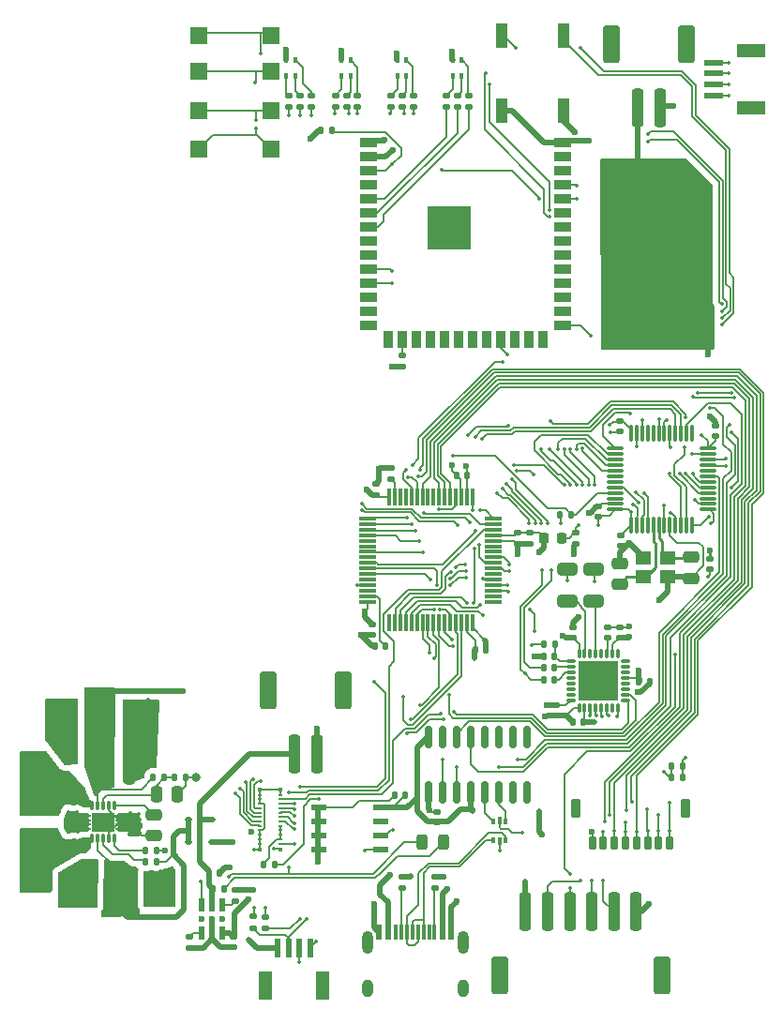
<source format=gbr>
%TF.GenerationSoftware,KiCad,Pcbnew,7.0.5*%
%TF.CreationDate,2023-12-19T13:48:18-08:00*%
%TF.ProjectId,EV11 Board Design,45563131-2042-46f6-9172-642044657369,EV9*%
%TF.SameCoordinates,Original*%
%TF.FileFunction,Copper,L1,Top*%
%TF.FilePolarity,Positive*%
%FSLAX46Y46*%
G04 Gerber Fmt 4.6, Leading zero omitted, Abs format (unit mm)*
G04 Created by KiCad (PCBNEW 7.0.5) date 2023-12-19 13:48:18*
%MOMM*%
%LPD*%
G01*
G04 APERTURE LIST*
G04 Aperture macros list*
%AMRoundRect*
0 Rectangle with rounded corners*
0 $1 Rounding radius*
0 $2 $3 $4 $5 $6 $7 $8 $9 X,Y pos of 4 corners*
0 Add a 4 corners polygon primitive as box body*
4,1,4,$2,$3,$4,$5,$6,$7,$8,$9,$2,$3,0*
0 Add four circle primitives for the rounded corners*
1,1,$1+$1,$2,$3*
1,1,$1+$1,$4,$5*
1,1,$1+$1,$6,$7*
1,1,$1+$1,$8,$9*
0 Add four rect primitives between the rounded corners*
20,1,$1+$1,$2,$3,$4,$5,0*
20,1,$1+$1,$4,$5,$6,$7,0*
20,1,$1+$1,$6,$7,$8,$9,0*
20,1,$1+$1,$8,$9,$2,$3,0*%
G04 Aperture macros list end*
%TA.AperFunction,SMDPad,CuDef*%
%ADD10RoundRect,0.250000X0.250000X0.475000X-0.250000X0.475000X-0.250000X-0.475000X0.250000X-0.475000X0*%
%TD*%
%TA.AperFunction,SMDPad,CuDef*%
%ADD11RoundRect,0.140000X-0.170000X0.140000X-0.170000X-0.140000X0.170000X-0.140000X0.170000X0.140000X0*%
%TD*%
%TA.AperFunction,SMDPad,CuDef*%
%ADD12R,1.422400X0.533400*%
%TD*%
%TA.AperFunction,SMDPad,CuDef*%
%ADD13RoundRect,0.250000X-0.475000X0.250000X-0.475000X-0.250000X0.475000X-0.250000X0.475000X0.250000X0*%
%TD*%
%TA.AperFunction,SMDPad,CuDef*%
%ADD14RoundRect,0.140000X-0.140000X-0.170000X0.140000X-0.170000X0.140000X0.170000X-0.140000X0.170000X0*%
%TD*%
%TA.AperFunction,SMDPad,CuDef*%
%ADD15RoundRect,0.250000X-0.250000X-0.475000X0.250000X-0.475000X0.250000X0.475000X-0.250000X0.475000X0*%
%TD*%
%TA.AperFunction,SMDPad,CuDef*%
%ADD16RoundRect,0.075000X0.075000X-0.662500X0.075000X0.662500X-0.075000X0.662500X-0.075000X-0.662500X0*%
%TD*%
%TA.AperFunction,SMDPad,CuDef*%
%ADD17RoundRect,0.075000X0.662500X-0.075000X0.662500X0.075000X-0.662500X0.075000X-0.662500X-0.075000X0*%
%TD*%
%TA.AperFunction,SMDPad,CuDef*%
%ADD18RoundRect,0.135000X0.135000X0.185000X-0.135000X0.185000X-0.135000X-0.185000X0.135000X-0.185000X0*%
%TD*%
%TA.AperFunction,SMDPad,CuDef*%
%ADD19R,1.500000X1.500000*%
%TD*%
%TA.AperFunction,SMDPad,CuDef*%
%ADD20RoundRect,0.140000X0.140000X0.170000X-0.140000X0.170000X-0.140000X-0.170000X0.140000X-0.170000X0*%
%TD*%
%TA.AperFunction,SMDPad,CuDef*%
%ADD21RoundRect,0.140000X0.170000X-0.140000X0.170000X0.140000X-0.170000X0.140000X-0.170000X-0.140000X0*%
%TD*%
%TA.AperFunction,SMDPad,CuDef*%
%ADD22RoundRect,0.135000X-0.185000X0.135000X-0.185000X-0.135000X0.185000X-0.135000X0.185000X0.135000X0*%
%TD*%
%TA.AperFunction,SMDPad,CuDef*%
%ADD23RoundRect,0.135000X-0.135000X-0.185000X0.135000X-0.185000X0.135000X0.185000X-0.135000X0.185000X0*%
%TD*%
%TA.AperFunction,SMDPad,CuDef*%
%ADD24RoundRect,0.150000X0.150000X0.475000X-0.150000X0.475000X-0.150000X-0.475000X0.150000X-0.475000X0*%
%TD*%
%TA.AperFunction,SMDPad,CuDef*%
%ADD25RoundRect,0.225000X0.225000X0.625000X-0.225000X0.625000X-0.225000X-0.625000X0.225000X-0.625000X0*%
%TD*%
%TA.AperFunction,SMDPad,CuDef*%
%ADD26R,0.400000X0.410000*%
%TD*%
%TA.AperFunction,SMDPad,CuDef*%
%ADD27R,0.400000X0.200000*%
%TD*%
%TA.AperFunction,SMDPad,CuDef*%
%ADD28RoundRect,0.075000X0.700000X0.075000X-0.700000X0.075000X-0.700000X-0.075000X0.700000X-0.075000X0*%
%TD*%
%TA.AperFunction,SMDPad,CuDef*%
%ADD29RoundRect,0.075000X0.075000X0.700000X-0.075000X0.700000X-0.075000X-0.700000X0.075000X-0.700000X0*%
%TD*%
%TA.AperFunction,SMDPad,CuDef*%
%ADD30RoundRect,0.250000X0.250000X1.500000X-0.250000X1.500000X-0.250000X-1.500000X0.250000X-1.500000X0*%
%TD*%
%TA.AperFunction,SMDPad,CuDef*%
%ADD31RoundRect,0.250001X0.499999X1.449999X-0.499999X1.449999X-0.499999X-1.449999X0.499999X-1.449999X0*%
%TD*%
%TA.AperFunction,SMDPad,CuDef*%
%ADD32RoundRect,0.243750X-0.243750X-0.456250X0.243750X-0.456250X0.243750X0.456250X-0.243750X0.456250X0*%
%TD*%
%TA.AperFunction,SMDPad,CuDef*%
%ADD33R,1.700000X0.500000*%
%TD*%
%TA.AperFunction,SMDPad,CuDef*%
%ADD34R,2.500000X1.200000*%
%TD*%
%TA.AperFunction,SMDPad,CuDef*%
%ADD35RoundRect,0.218750X-0.218750X-0.256250X0.218750X-0.256250X0.218750X0.256250X-0.218750X0.256250X0*%
%TD*%
%TA.AperFunction,SMDPad,CuDef*%
%ADD36RoundRect,0.040600X-0.249400X0.564400X-0.249400X-0.564400X0.249400X-0.564400X0.249400X0.564400X0*%
%TD*%
%TA.AperFunction,SMDPad,CuDef*%
%ADD37RoundRect,0.135000X0.185000X-0.135000X0.185000X0.135000X-0.185000X0.135000X-0.185000X-0.135000X0*%
%TD*%
%TA.AperFunction,SMDPad,CuDef*%
%ADD38R,1.120000X2.160000*%
%TD*%
%TA.AperFunction,SMDPad,CuDef*%
%ADD39RoundRect,0.250000X0.650000X-0.325000X0.650000X0.325000X-0.650000X0.325000X-0.650000X-0.325000X0*%
%TD*%
%TA.AperFunction,SMDPad,CuDef*%
%ADD40RoundRect,0.112500X-0.187500X-0.112500X0.187500X-0.112500X0.187500X0.112500X-0.187500X0.112500X0*%
%TD*%
%TA.AperFunction,SMDPad,CuDef*%
%ADD41RoundRect,0.218750X0.381250X-0.218750X0.381250X0.218750X-0.381250X0.218750X-0.381250X-0.218750X0*%
%TD*%
%TA.AperFunction,SMDPad,CuDef*%
%ADD42RoundRect,0.007500X-0.372500X-0.117500X0.372500X-0.117500X0.372500X0.117500X-0.372500X0.117500X0*%
%TD*%
%TA.AperFunction,SMDPad,CuDef*%
%ADD43RoundRect,0.007500X0.117500X-0.372500X0.117500X0.372500X-0.117500X0.372500X-0.117500X-0.372500X0*%
%TD*%
%TA.AperFunction,SMDPad,CuDef*%
%ADD44R,3.650000X3.650000*%
%TD*%
%TA.AperFunction,SMDPad,CuDef*%
%ADD45RoundRect,0.250000X0.475000X-0.250000X0.475000X0.250000X-0.475000X0.250000X-0.475000X-0.250000X0*%
%TD*%
%TA.AperFunction,SMDPad,CuDef*%
%ADD46R,0.400000X0.600000*%
%TD*%
%TA.AperFunction,SMDPad,CuDef*%
%ADD47RoundRect,0.150000X0.150000X-0.825000X0.150000X0.825000X-0.150000X0.825000X-0.150000X-0.825000X0*%
%TD*%
%TA.AperFunction,SMDPad,CuDef*%
%ADD48R,0.500000X1.700000*%
%TD*%
%TA.AperFunction,SMDPad,CuDef*%
%ADD49R,1.200000X2.500000*%
%TD*%
%TA.AperFunction,SMDPad,CuDef*%
%ADD50R,1.500000X0.900000*%
%TD*%
%TA.AperFunction,SMDPad,CuDef*%
%ADD51R,0.900000X1.500000*%
%TD*%
%TA.AperFunction,ComponentPad*%
%ADD52C,0.500000*%
%TD*%
%TA.AperFunction,SMDPad,CuDef*%
%ADD53R,3.900000X3.900000*%
%TD*%
%TA.AperFunction,SMDPad,CuDef*%
%ADD54RoundRect,0.250000X-0.250000X-1.500000X0.250000X-1.500000X0.250000X1.500000X-0.250000X1.500000X0*%
%TD*%
%TA.AperFunction,SMDPad,CuDef*%
%ADD55RoundRect,0.250001X-0.499999X-1.449999X0.499999X-1.449999X0.499999X1.449999X-0.499999X1.449999X0*%
%TD*%
%TA.AperFunction,SMDPad,CuDef*%
%ADD56R,0.600000X1.450000*%
%TD*%
%TA.AperFunction,SMDPad,CuDef*%
%ADD57R,0.300000X1.450000*%
%TD*%
%TA.AperFunction,ComponentPad*%
%ADD58O,1.000000X2.100000*%
%TD*%
%TA.AperFunction,ComponentPad*%
%ADD59O,1.000000X1.600000*%
%TD*%
%TA.AperFunction,SMDPad,CuDef*%
%ADD60R,0.375000X0.500000*%
%TD*%
%TA.AperFunction,SMDPad,CuDef*%
%ADD61R,0.300000X0.650000*%
%TD*%
%TA.AperFunction,SMDPad,CuDef*%
%ADD62R,0.280000X0.280000*%
%TD*%
%TA.AperFunction,SMDPad,CuDef*%
%ADD63O,0.280000X0.850000*%
%TD*%
%TA.AperFunction,SMDPad,CuDef*%
%ADD64R,0.600000X0.230000*%
%TD*%
%TA.AperFunction,SMDPad,CuDef*%
%ADD65R,0.700000X0.250000*%
%TD*%
%TA.AperFunction,ComponentPad*%
%ADD66C,0.600000*%
%TD*%
%TA.AperFunction,SMDPad,CuDef*%
%ADD67R,0.900000X0.650000*%
%TD*%
%TA.AperFunction,SMDPad,CuDef*%
%ADD68R,2.150000X1.700000*%
%TD*%
%TA.AperFunction,SMDPad,CuDef*%
%ADD69R,1.400000X1.200000*%
%TD*%
%TA.AperFunction,ViaPad*%
%ADD70C,0.600000*%
%TD*%
%TA.AperFunction,ViaPad*%
%ADD71C,0.350000*%
%TD*%
%TA.AperFunction,ViaPad*%
%ADD72C,0.800000*%
%TD*%
%TA.AperFunction,Conductor*%
%ADD73C,0.127000*%
%TD*%
%TA.AperFunction,Conductor*%
%ADD74C,0.200000*%
%TD*%
%TA.AperFunction,Conductor*%
%ADD75C,0.500000*%
%TD*%
%TA.AperFunction,Conductor*%
%ADD76C,0.250000*%
%TD*%
G04 APERTURE END LIST*
D10*
%TO.P,C45,1*%
%TO.N,Net-(J5-Pin_1)*%
X121100000Y-118870000D03*
%TO.P,C45,2*%
%TO.N,GND*%
X119200000Y-118870000D03*
%TD*%
D11*
%TO.P,C13,1*%
%TO.N,+3.3V*%
X146380000Y-111220000D03*
%TO.P,C13,2*%
%TO.N,GND*%
X146380000Y-112180000D03*
%TD*%
D12*
%TO.P,CR1,1,E0*%
%TO.N,GND*%
X141606000Y-127795000D03*
%TO.P,CR1,2,E1*%
X141606000Y-129065000D03*
%TO.P,CR1,3,E2*%
X141606000Y-130335000D03*
%TO.P,CR1,4,VSS*%
X141606000Y-131605000D03*
%TO.P,CR1,5,SDA*%
%TO.N,/UI_SDA*%
X147194000Y-131605000D03*
%TO.P,CR1,6,SCL*%
%TO.N,/UI_SCL*%
X147194000Y-130335000D03*
%TO.P,CR1,7,\u002AWC*%
%TO.N,unconnected-(CR1-\u002AWC-Pad7)*%
X147194000Y-129065000D03*
%TO.P,CR1,8,VCC*%
%TO.N,+3.3V*%
X147194000Y-127795000D03*
%TD*%
D11*
%TO.P,C1,1*%
%TO.N,VBUS*%
X133900000Y-139430000D03*
%TO.P,C1,2*%
%TO.N,GND*%
X133900000Y-140390000D03*
%TD*%
D13*
%TO.P,C40,1*%
%TO.N,Net-(U7-VAUX)*%
X126680000Y-128440000D03*
%TO.P,C40,2*%
%TO.N,GND*%
X126680000Y-130340000D03*
%TD*%
D14*
%TO.P,C22,1*%
%TO.N,GND*%
X146660000Y-113240000D03*
%TO.P,C22,2*%
%TO.N,Net-(U1-VCAP_2)*%
X147620000Y-113240000D03*
%TD*%
D15*
%TO.P,C39,1*%
%TO.N,Net-(D2-K)*%
X124550000Y-135460000D03*
%TO.P,C39,2*%
%TO.N,GND*%
X126450000Y-135460000D03*
%TD*%
D16*
%TO.P,U5,1,VDD*%
%TO.N,+3.3V*%
X169787500Y-102287500D03*
%TO.P,U5,2,PC13*%
%TO.N,/BTN_RST*%
X170287500Y-102287500D03*
%TO.P,U5,3,PC14*%
%TO.N,/BTN_UI*%
X170787500Y-102287500D03*
%TO.P,U5,4,PC15*%
%TO.N,/BTN_NET*%
X171287500Y-102287500D03*
%TO.P,U5,5,PF0*%
%TO.N,/RCC_OSC_IN*%
X171787500Y-102287500D03*
%TO.P,U5,6,PF1*%
%TO.N,/RCC_OSC_OUT*%
X172287500Y-102287500D03*
%TO.P,U5,7,NRST*%
%TO.N,/MGMT_NRST*%
X172787500Y-102287500D03*
%TO.P,U5,8,VSSA*%
%TO.N,GND*%
X173287500Y-102287500D03*
%TO.P,U5,9,VDDA*%
%TO.N,+3.3V*%
X173787500Y-102287500D03*
%TO.P,U5,10,PA0*%
%TO.N,/UI_STAT*%
X174287500Y-102287500D03*
%TO.P,U5,11,PA1*%
%TO.N,/NET_STAT*%
X174787500Y-102287500D03*
%TO.P,U5,12,PA2*%
%TO.N,/UI_RX1_MGMT*%
X175287500Y-102287500D03*
D17*
%TO.P,U5,13,PA3*%
%TO.N,/UI_TX1_MGMT*%
X176700000Y-100875000D03*
%TO.P,U5,14,PA4*%
%TO.N,/LEDB_R*%
X176700000Y-100375000D03*
%TO.P,U5,15,PA5*%
%TO.N,unconnected-(U5-PA5-Pad15)*%
X176700000Y-99875000D03*
%TO.P,U5,16,PA6*%
%TO.N,/LEDA_R*%
X176700000Y-99375000D03*
%TO.P,U5,17,PA7*%
%TO.N,/LEDA_G*%
X176700000Y-98875000D03*
%TO.P,U5,18,PB0*%
%TO.N,/LEDA_B*%
X176700000Y-98375000D03*
%TO.P,U5,19,PB1*%
%TO.N,/USB_RTS*%
X176700000Y-97875000D03*
%TO.P,U5,20,PB2*%
%TO.N,unconnected-(U5-PB2-Pad20)*%
X176700000Y-97375000D03*
%TO.P,U5,21,PB10*%
%TO.N,/NET_RX1_MGMT*%
X176700000Y-96875000D03*
%TO.P,U5,22,PB11*%
%TO.N,/NET_TX1_MGMT*%
X176700000Y-96375000D03*
%TO.P,U5,23,VSS*%
%TO.N,GND*%
X176700000Y-95875000D03*
%TO.P,U5,24,VDD*%
%TO.N,+3.3V*%
X176700000Y-95375000D03*
D16*
%TO.P,U5,25,PB12*%
%TO.N,unconnected-(U5-PB12-Pad25)*%
X175287500Y-93962500D03*
%TO.P,U5,26,PB13*%
%TO.N,/USB_DTR*%
X174787500Y-93962500D03*
%TO.P,U5,27,PB14*%
%TO.N,/LEDB_G*%
X174287500Y-93962500D03*
%TO.P,U5,28,PB15*%
%TO.N,/LEDB_B*%
X173787500Y-93962500D03*
%TO.P,U5,29,PA8*%
%TO.N,/MCLK*%
X173287500Y-93962500D03*
%TO.P,U5,30,PA9*%
%TO.N,/USB_RX1_MGMT*%
X172787500Y-93962500D03*
%TO.P,U5,31,PA10*%
%TO.N,/USB_TX1_MGMT*%
X172287500Y-93962500D03*
%TO.P,U5,32,PA11*%
%TO.N,unconnected-(U5-PA11-Pad32)*%
X171787500Y-93962500D03*
%TO.P,U5,33,PA12*%
%TO.N,unconnected-(U5-PA12-Pad33)*%
X171287500Y-93962500D03*
%TO.P,U5,34,PA13*%
%TO.N,/MGMT_SWDIO*%
X170787500Y-93962500D03*
%TO.P,U5,35,PF6*%
%TO.N,GND*%
X170287500Y-93962500D03*
%TO.P,U5,36,PF7*%
%TO.N,+3.3V*%
X169787500Y-93962500D03*
D17*
%TO.P,U5,37,PA14*%
%TO.N,/MGMT_SWCLK*%
X168375000Y-95375000D03*
%TO.P,U5,38,PA15*%
%TO.N,/UI_RST*%
X168375000Y-95875000D03*
%TO.P,U5,39,PB3*%
%TO.N,/UI_BOOT*%
X168375000Y-96375000D03*
%TO.P,U5,40,PB4*%
%TO.N,/NET_RST*%
X168375000Y-96875000D03*
%TO.P,U5,41,PB5*%
%TO.N,/NET_BOOT*%
X168375000Y-97375000D03*
%TO.P,U5,42,PB6*%
%TO.N,unconnected-(U5-PB6-Pad42)*%
X168375000Y-97875000D03*
%TO.P,U5,43,PB7*%
%TO.N,unconnected-(U5-PB7-Pad43)*%
X168375000Y-98375000D03*
%TO.P,U5,44,BOOT0*%
%TO.N,/MGMT_BOOT*%
X168375000Y-98875000D03*
%TO.P,U5,45,PB8*%
%TO.N,/BOOT1*%
X168375000Y-99375000D03*
%TO.P,U5,46,PB9*%
%TO.N,unconnected-(U5-PB9-Pad46)*%
X168375000Y-99875000D03*
%TO.P,U5,47,VSS*%
%TO.N,GND*%
X168375000Y-100375000D03*
%TO.P,U5,48,VDD*%
%TO.N,+3.3V*%
X168375000Y-100875000D03*
%TD*%
D18*
%TO.P,R1,1*%
%TO.N,Net-(D2-K)*%
X126970000Y-132660000D03*
%TO.P,R1,2*%
%TO.N,Net-(U7-EN)*%
X125950000Y-132660000D03*
%TD*%
D19*
%TO.P,J4,R1*%
%TO.N,/HP_R*%
X137250000Y-64825000D03*
X130750000Y-64825000D03*
%TO.P,J4,R2*%
%TO.N,/IN_3*%
X137250000Y-61325000D03*
X130750000Y-61325000D03*
%TO.P,J4,S*%
%TO.N,/HP_L*%
X137250000Y-58125000D03*
X130750000Y-58125000D03*
%TO.P,J4,T*%
%TO.N,/MIC_P*%
X137250000Y-68325000D03*
X130750000Y-68325000D03*
%TD*%
D10*
%TO.P,C38,1*%
%TO.N,Net-(D2-K)*%
X122940000Y-135470000D03*
%TO.P,C38,2*%
%TO.N,GND*%
X121040000Y-135470000D03*
%TD*%
D18*
%TO.P,R20,1*%
%TO.N,GND*%
X129600000Y-125060000D03*
%TO.P,R20,2*%
%TO.N,Net-(U7-FB)*%
X128580000Y-125060000D03*
%TD*%
D20*
%TO.P,C33,1*%
%TO.N,+3.3V*%
X149380000Y-126700000D03*
%TO.P,C33,2*%
%TO.N,GND*%
X148420000Y-126700000D03*
%TD*%
D15*
%TO.P,C42,1*%
%TO.N,Net-(J5-Pin_1)*%
X122620000Y-124960000D03*
%TO.P,C42,2*%
%TO.N,GND*%
X124520000Y-124960000D03*
%TD*%
D21*
%TO.P,C14,1*%
%TO.N,+3.3V*%
X146770000Y-99530000D03*
%TO.P,C14,2*%
%TO.N,GND*%
X146770000Y-98570000D03*
%TD*%
D13*
%TO.P,C4,1*%
%TO.N,GND*%
X168737500Y-105725000D03*
%TO.P,C4,2*%
%TO.N,/RCC_OSC_IN*%
X168737500Y-107625000D03*
%TD*%
D21*
%TO.P,C3,1*%
%TO.N,+3.3VA*%
X168737500Y-112455000D03*
%TO.P,C3,2*%
%TO.N,GND*%
X168737500Y-111495000D03*
%TD*%
D22*
%TO.P,R3,1*%
%TO.N,GND*%
X149137500Y-134010000D03*
%TO.P,R3,2*%
%TO.N,Net-(J9-CC1)*%
X149137500Y-135030000D03*
%TD*%
D23*
%TO.P,R5,1*%
%TO.N,+3.3V*%
X163380000Y-101360000D03*
%TO.P,R5,2*%
%TO.N,/BOOT1*%
X164400000Y-101360000D03*
%TD*%
%TO.P,R10,1*%
%TO.N,GND*%
X173400000Y-125090000D03*
%TO.P,R10,2*%
%TO.N,/MGMT_BOOT*%
X174420000Y-125090000D03*
%TD*%
D24*
%TO.P,J10,1,Pin_1*%
%TO.N,/DISP_BL*%
X173270000Y-130965000D03*
%TO.P,J10,2,Pin_2*%
%TO.N,/DISP_RSTR*%
X172270000Y-130965000D03*
%TO.P,J10,3,Pin_3*%
%TO.N,/DISP_DC*%
X171270000Y-130965000D03*
%TO.P,J10,4,Pin_4*%
%TO.N,/DISP_CS*%
X170270000Y-130965000D03*
%TO.P,J10,5,Pin_5*%
%TO.N,/DISP_SPI_SCK*%
X169270000Y-130965000D03*
%TO.P,J10,6,Pin_6*%
%TO.N,/DISP_SPI_MOSI*%
X168270000Y-130965000D03*
%TO.P,J10,7,Pin_7*%
%TO.N,GND*%
X167270000Y-130965000D03*
%TO.P,J10,8,Pin_8*%
%TO.N,+3.3V*%
X166270000Y-130965000D03*
D25*
%TO.P,J10,MP*%
%TO.N,N/C*%
X174720000Y-127840000D03*
X164820000Y-127840000D03*
%TD*%
D26*
%TO.P,U13,1*%
%TO.N,GND*%
X136227500Y-131540000D03*
D27*
%TO.P,U13,2*%
X136227500Y-131035000D03*
%TO.P,U13,3*%
X136227500Y-130635000D03*
%TO.P,U13,4*%
X136227500Y-130232924D03*
%TO.P,U13,5*%
X136227500Y-129835000D03*
%TO.P,U13,6*%
%TO.N,/KB_ROW1*%
X136227500Y-129435000D03*
%TO.P,U13,7*%
%TO.N,/KB_COL1*%
X136227500Y-129035000D03*
%TO.P,U13,8*%
%TO.N,/KB_ROW2*%
X136227500Y-128635000D03*
%TO.P,U13,9*%
%TO.N,/KB_COL2*%
X136227500Y-128235000D03*
%TO.P,U13,10*%
%TO.N,/KB_COL3*%
X136227500Y-127835000D03*
%TO.P,U13,11*%
%TO.N,GND*%
X136227500Y-127435000D03*
%TO.P,U13,12*%
X136227500Y-127035000D03*
%TO.P,U13,13*%
X136227500Y-126635000D03*
D26*
%TO.P,U13,14*%
X136227500Y-126130000D03*
%TO.P,U13,15*%
X138107500Y-126130000D03*
D27*
%TO.P,U13,16*%
X138107500Y-126635000D03*
%TO.P,U13,17*%
%TO.N,/KB_COL4*%
X138107500Y-127035000D03*
%TO.P,U13,18*%
%TO.N,/KB_ROW3*%
X138107500Y-127435000D03*
%TO.P,U13,19*%
%TO.N,/KB_COL5*%
X138107500Y-127835000D03*
%TO.P,U13,20*%
%TO.N,/KB_ROW4*%
X138107500Y-128235000D03*
%TO.P,U13,21*%
%TO.N,/KB_ROW5*%
X138107500Y-128635000D03*
%TO.P,U13,22*%
%TO.N,/KB_ROW6*%
X138107500Y-129035000D03*
%TO.P,U13,23*%
%TO.N,/KB_LED*%
X138107500Y-129435000D03*
%TO.P,U13,24*%
X138107500Y-129835000D03*
%TO.P,U13,25*%
X138107500Y-130232924D03*
%TO.P,U13,26*%
X138107500Y-130635000D03*
%TO.P,U13,27*%
%TO.N,/KB_ROW7*%
X138107500Y-131035000D03*
D26*
%TO.P,U13,28*%
%TO.N,GND*%
X138107500Y-131540000D03*
%TD*%
D28*
%TO.P,U1,1,VBAT*%
%TO.N,unconnected-(U1-VBAT-Pad1)*%
X157370000Y-109190000D03*
%TO.P,U1,2,PC13*%
%TO.N,unconnected-(U1-PC13-Pad2)*%
X157370000Y-108690000D03*
%TO.P,U1,3,PC14*%
%TO.N,/KB_COL3*%
X157370000Y-108190000D03*
%TO.P,U1,4,PC15*%
%TO.N,/KB_COL4*%
X157370000Y-107690000D03*
%TO.P,U1,5,PH0*%
%TO.N,/MCLK*%
X157370000Y-107190000D03*
%TO.P,U1,6,PH1*%
%TO.N,unconnected-(U1-PH1-Pad6)*%
X157370000Y-106690000D03*
%TO.P,U1,7,NRST*%
%TO.N,/UI_RST*%
X157370000Y-106190000D03*
%TO.P,U1,8,PC0*%
%TO.N,/UI_LED_G*%
X157370000Y-105690000D03*
%TO.P,U1,9,PC1*%
%TO.N,/UI_LED_R*%
X157370000Y-105190000D03*
%TO.P,U1,10,PC2*%
%TO.N,unconnected-(U1-PC2-Pad10)*%
X157370000Y-104690000D03*
%TO.P,U1,11,PC3*%
%TO.N,unconnected-(U1-PC3-Pad11)*%
X157370000Y-104190000D03*
%TO.P,U1,12,VSSA*%
%TO.N,GND*%
X157370000Y-103690000D03*
%TO.P,U1,13,VDDA*%
%TO.N,+3.3VA*%
X157370000Y-103190000D03*
%TO.P,U1,14,PA0*%
%TO.N,/BATTERY_MON*%
X157370000Y-102690000D03*
%TO.P,U1,15,PA1*%
%TO.N,/DISP_CS*%
X157370000Y-102190000D03*
%TO.P,U1,16,PA2*%
%TO.N,/UI_TX2_NET*%
X157370000Y-101690000D03*
D29*
%TO.P,U1,17,PA3*%
%TO.N,/UI_RX2_NET*%
X155445000Y-99765000D03*
%TO.P,U1,18,VSS*%
%TO.N,GND*%
X154945000Y-99765000D03*
%TO.P,U1,19,VDD*%
%TO.N,+3.3V*%
X154445000Y-99765000D03*
%TO.P,U1,20,PA4*%
%TO.N,/I2S_DACLRC*%
X153945000Y-99765000D03*
%TO.P,U1,21,PA5*%
%TO.N,/DISP_SPI_SCK*%
X153445000Y-99765000D03*
%TO.P,U1,22,PA6*%
%TO.N,/DISP_RSTR*%
X152945000Y-99765000D03*
%TO.P,U1,23,PA7*%
%TO.N,/DISP_SPI_MOSI*%
X152445000Y-99765000D03*
%TO.P,U1,24,PC4*%
%TO.N,unconnected-(U1-PC4-Pad24)*%
X151945000Y-99765000D03*
%TO.P,U1,25,PC5*%
%TO.N,unconnected-(U1-PC5-Pad25)*%
X151445000Y-99765000D03*
%TO.P,U1,26,PB0*%
%TO.N,/DISP_DC*%
X150945000Y-99765000D03*
%TO.P,U1,27,PB1*%
%TO.N,/KB_MIC*%
X150445000Y-99765000D03*
%TO.P,U1,28,PB2*%
%TO.N,/BOOT1*%
X149945000Y-99765000D03*
%TO.P,U1,29,PB10*%
%TO.N,unconnected-(U1-PB10-Pad29)*%
X149445000Y-99765000D03*
%TO.P,U1,30,PB11*%
%TO.N,unconnected-(U1-PB11-Pad30)*%
X148945000Y-99765000D03*
%TO.P,U1,31,VCAP_1*%
%TO.N,Net-(U1-VCAP_1)*%
X148445000Y-99765000D03*
%TO.P,U1,32,VDD*%
%TO.N,+3.3V*%
X147945000Y-99765000D03*
D28*
%TO.P,U1,33,PB12*%
%TO.N,/KB_ROW1*%
X146020000Y-101690000D03*
%TO.P,U1,34,PB13*%
%TO.N,/KB_ROW2*%
X146020000Y-102190000D03*
%TO.P,U1,35,PB14*%
%TO.N,/KB_ROW3*%
X146020000Y-102690000D03*
%TO.P,U1,36,PB15*%
%TO.N,/KB_ROW4*%
X146020000Y-103190000D03*
%TO.P,U1,37,PC6*%
%TO.N,unconnected-(U1-PC6-Pad37)*%
X146020000Y-103690000D03*
%TO.P,U1,38,PC7*%
%TO.N,unconnected-(U1-PC7-Pad38)*%
X146020000Y-104190000D03*
%TO.P,U1,39,PC8*%
%TO.N,/KB_ROW5*%
X146020000Y-104690000D03*
%TO.P,U1,40,PC9*%
%TO.N,unconnected-(U1-PC9-Pad40)*%
X146020000Y-105190000D03*
%TO.P,U1,41,PA8*%
%TO.N,/UI_STAT*%
X146020000Y-105690000D03*
%TO.P,U1,42,PA9*%
%TO.N,/UI_TX1_MGMT*%
X146020000Y-106190000D03*
%TO.P,U1,43,PA10*%
%TO.N,/UI_RX1_MGMT*%
X146020000Y-106690000D03*
%TO.P,U1,44,PA11*%
%TO.N,unconnected-(U1-PA11-Pad44)*%
X146020000Y-107190000D03*
%TO.P,U1,45,PA12*%
%TO.N,Net-(U1-PA12)*%
X146020000Y-107690000D03*
%TO.P,U1,46,PA13*%
%TO.N,unconnected-(U1-PA13-Pad46)*%
X146020000Y-108190000D03*
%TO.P,U1,47,VCAP_2*%
%TO.N,Net-(U1-VCAP_2)*%
X146020000Y-108690000D03*
%TO.P,U1,48,VDD*%
%TO.N,+3.3V*%
X146020000Y-109190000D03*
D29*
%TO.P,U1,49,PA14*%
%TO.N,unconnected-(U1-PA14-Pad49)*%
X147945000Y-111115000D03*
%TO.P,U1,50,PA15*%
%TO.N,/DISP_BL*%
X148445000Y-111115000D03*
%TO.P,U1,51,PC10*%
%TO.N,/I2S_BCLK*%
X148945000Y-111115000D03*
%TO.P,U1,52,PC11*%
%TO.N,/I2S_ADCDAT*%
X149445000Y-111115000D03*
%TO.P,U1,53,PC12*%
%TO.N,/I2S_DACDAT*%
X149945000Y-111115000D03*
%TO.P,U1,54,PD2*%
%TO.N,/UI_LED_B*%
X150445000Y-111115000D03*
%TO.P,U1,55,PB3*%
%TO.N,/KB_ROW6*%
X150945000Y-111115000D03*
%TO.P,U1,56,PB4*%
%TO.N,/KB_ROW7*%
X151445000Y-111115000D03*
%TO.P,U1,57,PB5*%
%TO.N,/KB_COL5*%
X151945000Y-111115000D03*
%TO.P,U1,58,PB6*%
%TO.N,/UI_SCL*%
X152445000Y-111115000D03*
%TO.P,U1,59,PB7*%
%TO.N,/UI_SDA*%
X152945000Y-111115000D03*
%TO.P,U1,60,BOOT0*%
%TO.N,/UI_BOOT*%
X153445000Y-111115000D03*
%TO.P,U1,61,PB8*%
%TO.N,/KB_COL2*%
X153945000Y-111115000D03*
%TO.P,U1,62,PB9*%
%TO.N,/KB_COL1*%
X154445000Y-111115000D03*
%TO.P,U1,63,VSS*%
%TO.N,GND*%
X154945000Y-111115000D03*
%TO.P,U1,64,VDD*%
%TO.N,+3.3V*%
X155445000Y-111115000D03*
%TD*%
D21*
%TO.P,C16,1*%
%TO.N,GND*%
X163037500Y-119505000D03*
%TO.P,C16,2*%
%TO.N,+3.3V*%
X163037500Y-118545000D03*
%TD*%
D30*
%TO.P,J1,1,Pin_1*%
%TO.N,GND*%
X141400000Y-122950000D03*
%TO.P,J1,2,Pin_2*%
%TO.N,Net-(D2-A)*%
X139400000Y-122950000D03*
D31*
%TO.P,J1,MP*%
%TO.N,N/C*%
X143750000Y-117200000D03*
X137050000Y-117200000D03*
%TD*%
D32*
%TO.P,D1,1,K*%
%TO.N,/BATTERY_MON*%
X150932500Y-130940000D03*
%TO.P,D1,2,A*%
%TO.N,Net-(D1-A)*%
X152807500Y-130940000D03*
%TD*%
D15*
%TO.P,C48,1*%
%TO.N,Net-(J5-Pin_1)*%
X122660000Y-120890000D03*
%TO.P,C48,2*%
%TO.N,GND*%
X124560000Y-120890000D03*
%TD*%
D33*
%TO.P,J13,1,Pin_1*%
%TO.N,/BTN_RST*%
X177200000Y-63500000D03*
%TO.P,J13,2,Pin_2*%
%TO.N,/BTN_UI*%
X177200000Y-62500000D03*
%TO.P,J13,3,Pin_3*%
%TO.N,/BTN_NET*%
X177200000Y-61500000D03*
%TO.P,J13,4,Pin_4*%
%TO.N,GND*%
X177200000Y-60500000D03*
D34*
%TO.P,J13,5*%
%TO.N,N/C*%
X180600000Y-64600000D03*
%TO.P,J13,6*%
X180600000Y-59400000D03*
%TD*%
D35*
%TO.P,120R1,1*%
%TO.N,+3.3VA*%
X161912500Y-103425000D03*
%TO.P,120R1,2*%
%TO.N,+3.3V*%
X163487500Y-103425000D03*
%TD*%
D36*
%TO.P,U2,1,TS*%
%TO.N,Net-(U2-TS)*%
X132900000Y-136565000D03*
%TO.P,U2,2,OUT*%
%TO.N,Net-(D2-A)*%
X131950000Y-136565000D03*
%TO.P,U2,3,~{CHG}*%
%TO.N,/BATTERY_MON*%
X131000000Y-136565000D03*
%TO.P,U2,4,ISET*%
%TO.N,Net-(U2-ISET)*%
X131000000Y-139075000D03*
%TO.P,U2,5,GND*%
%TO.N,GND*%
X131950000Y-139075000D03*
%TO.P,U2,6,VIN*%
%TO.N,VBUS*%
X132900000Y-139075000D03*
%TD*%
D37*
%TO.P,R22,1*%
%TO.N,Net-(U2-TS)*%
X134040000Y-136230000D03*
%TO.P,R22,2*%
%TO.N,GND*%
X134040000Y-135210000D03*
%TD*%
%TO.P,R17,1*%
%TO.N,/NET_LED_G*%
X154100000Y-64510000D03*
%TO.P,R17,2*%
%TO.N,Net-(D4-GK)*%
X154100000Y-63490000D03*
%TD*%
D22*
%TO.P,R13,1*%
%TO.N,Net-(D3-BK)*%
X140900000Y-63490000D03*
%TO.P,R13,2*%
%TO.N,/LEDB_B*%
X140900000Y-64510000D03*
%TD*%
D18*
%TO.P,R19,1*%
%TO.N,Net-(U7-FB)*%
X127650000Y-125060000D03*
%TO.P,R19,2*%
%TO.N,Net-(J5-Pin_1)*%
X126630000Y-125060000D03*
%TD*%
%TO.P,R4,1*%
%TO.N,/NET_RST*%
X142810000Y-66600000D03*
%TO.P,R4,2*%
%TO.N,GND*%
X141790000Y-66600000D03*
%TD*%
D11*
%TO.P,C8,1*%
%TO.N,+3.3VA*%
X159500000Y-102995000D03*
%TO.P,C8,2*%
%TO.N,GND*%
X159500000Y-103955000D03*
%TD*%
D15*
%TO.P,C46,1*%
%TO.N,Net-(J5-Pin_1)*%
X122650000Y-118860000D03*
%TO.P,C46,2*%
%TO.N,GND*%
X124550000Y-118860000D03*
%TD*%
D23*
%TO.P,R27,1*%
%TO.N,Net-(D2-A)*%
X131990000Y-135120000D03*
%TO.P,R27,2*%
%TO.N,Net-(D1-A)*%
X133010000Y-135120000D03*
%TD*%
D22*
%TO.P,R12,1*%
%TO.N,Net-(D18-RK)*%
X148100000Y-63490000D03*
%TO.P,R12,2*%
%TO.N,/LEDA_R*%
X148100000Y-64510000D03*
%TD*%
%TO.P,R11,1*%
%TO.N,Net-(D18-GK)*%
X149100000Y-63490000D03*
%TO.P,R11,2*%
%TO.N,/LEDA_G*%
X149100000Y-64510000D03*
%TD*%
D11*
%TO.P,C21,1*%
%TO.N,GND*%
X148080000Y-97140000D03*
%TO.P,C21,2*%
%TO.N,Net-(U1-VCAP_1)*%
X148080000Y-98100000D03*
%TD*%
D38*
%TO.P,SW5,1,1*%
%TO.N,/MGMT_NRST*%
X158112000Y-58095000D03*
%TO.P,SW5,2,2*%
%TO.N,GND*%
X158112000Y-64825000D03*
%TD*%
D22*
%TO.P,R6,1*%
%TO.N,Net-(D18-BK)*%
X150100000Y-63490000D03*
%TO.P,R6,2*%
%TO.N,/LEDA_B*%
X150100000Y-64510000D03*
%TD*%
D37*
%TO.P,R16,1*%
%TO.N,/NET_LED_B*%
X155100000Y-64510000D03*
%TO.P,R16,2*%
%TO.N,Net-(D4-BK)*%
X155100000Y-63490000D03*
%TD*%
D39*
%TO.P,C29,1*%
%TO.N,Net-(U6-HP_R)*%
X166437500Y-109180000D03*
%TO.P,C29,2*%
%TO.N,/HP_R*%
X166437500Y-106230000D03*
%TD*%
D23*
%TO.P,R21,1*%
%TO.N,PG*%
X125940000Y-131670000D03*
%TO.P,R21,2*%
%TO.N,Net-(J5-Pin_1)*%
X126960000Y-131670000D03*
%TD*%
D40*
%TO.P,D2,1,K*%
%TO.N,Net-(D2-K)*%
X129832500Y-128830000D03*
%TO.P,D2,2,A*%
%TO.N,Net-(D2-A)*%
X131932500Y-128830000D03*
%TD*%
D11*
%TO.P,C10,1*%
%TO.N,+3.3V*%
X164800000Y-102995000D03*
%TO.P,C10,2*%
%TO.N,GND*%
X164800000Y-103955000D03*
%TD*%
D37*
%TO.P,R24,1*%
%TO.N,/UI_LED_G*%
X144100000Y-64510000D03*
%TO.P,R24,2*%
%TO.N,Net-(D5-GK)*%
X144100000Y-63490000D03*
%TD*%
D14*
%TO.P,C36,1*%
%TO.N,GND*%
X173450000Y-124070000D03*
%TO.P,C36,2*%
%TO.N,/MGMT_BOOT*%
X174410000Y-124070000D03*
%TD*%
D11*
%TO.P,C35,1*%
%TO.N,GND*%
X176920000Y-105330000D03*
%TO.P,C35,2*%
%TO.N,/MGMT_NRST*%
X176920000Y-106290000D03*
%TD*%
D20*
%TO.P,C12,1*%
%TO.N,+3.3V*%
X156690000Y-113530000D03*
%TO.P,C12,2*%
%TO.N,GND*%
X155730000Y-113530000D03*
%TD*%
D37*
%TO.P,R18,1*%
%TO.N,/NET_LED_R*%
X153099500Y-64510000D03*
%TO.P,R18,2*%
%TO.N,Net-(D4-RK)*%
X153099500Y-63490000D03*
%TD*%
D22*
%TO.P,R2,1*%
%TO.N,GND*%
X152087500Y-134015000D03*
%TO.P,R2,2*%
%TO.N,Net-(J9-CC2)*%
X152087500Y-135035000D03*
%TD*%
D21*
%TO.P,C25,1*%
%TO.N,+3.3V*%
X177437500Y-94255000D03*
%TO.P,C25,2*%
%TO.N,GND*%
X177437500Y-93295000D03*
%TD*%
D37*
%TO.P,R32,1*%
%TO.N,GND*%
X149100000Y-88010000D03*
%TO.P,R32,2*%
%TO.N,Net-(U11-IO46)*%
X149100000Y-86990000D03*
%TD*%
D22*
%TO.P,R8,1*%
%TO.N,+3.3V*%
X135627500Y-137625000D03*
%TO.P,R8,2*%
%TO.N,/UI_SCL*%
X135627500Y-138645000D03*
%TD*%
D41*
%TO.P,L1,1,1*%
%TO.N,Net-(U7-L1)*%
X117030000Y-130102500D03*
%TO.P,L1,2,2*%
%TO.N,Net-(U7-L2)*%
X117030000Y-127977500D03*
%TD*%
D14*
%TO.P,C15,1*%
%TO.N,GND*%
X164507500Y-120075000D03*
%TO.P,C15,2*%
%TO.N,+3.3V*%
X165467500Y-120075000D03*
%TD*%
D22*
%TO.P,R15,1*%
%TO.N,Net-(D3-RK)*%
X138900000Y-63490000D03*
%TO.P,R15,2*%
%TO.N,/LEDB_R*%
X138900000Y-64510000D03*
%TD*%
D42*
%TO.P,U6,1,MICBIAS*%
%TO.N,Net-(U6-MICBIAS)*%
X164365000Y-114575000D03*
%TO.P,U6,2,LINPUT3*%
%TO.N,Net-(U6-LINPUT3)*%
X164365000Y-115075000D03*
%TO.P,U6,3,LINPUT2*%
%TO.N,Net-(U6-LINPUT2)*%
X164365000Y-115575000D03*
%TO.P,U6,4,LINPUT1*%
%TO.N,unconnected-(U6-LINPUT1-Pad4)*%
X164365000Y-116075000D03*
%TO.P,U6,5,RINPUT1*%
%TO.N,unconnected-(U6-RINPUT1-Pad5)*%
X164365000Y-116575000D03*
%TO.P,U6,6,RINPUT2*%
%TO.N,unconnected-(U6-RINPUT2-Pad6)*%
X164365000Y-117075000D03*
%TO.P,U6,7,RINPUT3*%
%TO.N,unconnected-(U6-RINPUT3-Pad7)*%
X164365000Y-117575000D03*
%TO.P,U6,8,DCVDD*%
%TO.N,+3.3V*%
X164365000Y-118075000D03*
D43*
%TO.P,U6,9,DGND*%
%TO.N,GND*%
X165090000Y-118800000D03*
%TO.P,U6,10,DBVDD*%
%TO.N,+3.3V*%
X165590000Y-118800000D03*
%TO.P,U6,11,MCLK*%
%TO.N,/MCLK*%
X166090000Y-118800000D03*
%TO.P,U6,12,BCLK*%
%TO.N,/I2S_BCLK*%
X166590000Y-118800000D03*
%TO.P,U6,13,DACLRC*%
%TO.N,/I2S_DACLRC*%
X167090000Y-118800000D03*
%TO.P,U6,14,DACDAT*%
%TO.N,/I2S_DACDAT*%
X167590000Y-118800000D03*
%TO.P,U6,15,ADCLRC*%
%TO.N,unconnected-(U6-ADCLRC-Pad15)*%
X168090000Y-118800000D03*
%TO.P,U6,16,ADCDAT*%
%TO.N,/I2S_ADCDAT*%
X168590000Y-118800000D03*
D42*
%TO.P,U6,17,SCLK*%
%TO.N,/UI_SCL*%
X169315000Y-118075000D03*
%TO.P,U6,18,SDIN*%
%TO.N,/UI_SDA*%
X169315000Y-117575000D03*
%TO.P,U6,19,SPK_RN*%
%TO.N,/SPK_RN*%
X169315000Y-117075000D03*
%TO.P,U6,20,SPKGND2*%
%TO.N,unconnected-(U6-SPKGND2-Pad20)*%
X169315000Y-116575000D03*
%TO.P,U6,21,SPKVDD2*%
%TO.N,+3.3VA*%
X169315000Y-116075000D03*
%TO.P,U6,22,SPK_RP*%
%TO.N,/SPK_RP*%
X169315000Y-115575000D03*
%TO.P,U6,23,SPK_LN*%
%TO.N,/SPK_LN*%
X169315000Y-115075000D03*
%TO.P,U6,24,SPKGND1*%
%TO.N,unconnected-(U6-SPKGND1-Pad24)*%
X169315000Y-114575000D03*
D43*
%TO.P,U6,25,SPK_LP*%
%TO.N,/SPK_LP*%
X168590000Y-113850000D03*
%TO.P,U6,26,SPKVDD1*%
%TO.N,+3.3VA*%
X168090000Y-113850000D03*
%TO.P,U6,27,AMID*%
%TO.N,Net-(U6-AMID)*%
X167590000Y-113850000D03*
%TO.P,U6,28,AGND*%
%TO.N,unconnected-(U6-AGND-Pad28)*%
X167090000Y-113850000D03*
%TO.P,U6,29,HP_R*%
%TO.N,Net-(U6-HP_R)*%
X166590000Y-113850000D03*
%TO.P,U6,30,OUT3*%
%TO.N,unconnected-(U6-OUT3-Pad30)*%
X166090000Y-113850000D03*
%TO.P,U6,31,HP_L*%
%TO.N,Net-(U6-HP_L)*%
X165590000Y-113850000D03*
%TO.P,U6,32,AVDD*%
%TO.N,+3.3VA*%
X165090000Y-113850000D03*
D44*
%TO.P,U6,33,EP*%
%TO.N,unconnected-(U6-EP-Pad33)*%
X166840000Y-116325000D03*
%TD*%
D45*
%TO.P,C23,1*%
%TO.N,GND*%
X175187500Y-107075000D03*
%TO.P,C23,2*%
%TO.N,/RCC_OSC_OUT*%
X175187500Y-105175000D03*
%TD*%
D18*
%TO.P,R9,1*%
%TO.N,Net-(U6-MICBIAS)*%
X162897500Y-113075000D03*
%TO.P,R9,2*%
%TO.N,/MIC_P*%
X161877500Y-113075000D03*
%TD*%
D22*
%TO.P,R14,1*%
%TO.N,Net-(D3-GK)*%
X139900000Y-63490000D03*
%TO.P,R14,2*%
%TO.N,/LEDB_G*%
X139900000Y-64510000D03*
%TD*%
D39*
%TO.P,C30,1*%
%TO.N,Net-(U6-HP_L)*%
X164007500Y-109180000D03*
%TO.P,C30,2*%
%TO.N,/HP_L*%
X164007500Y-106230000D03*
%TD*%
D38*
%TO.P,SW4,1,1*%
%TO.N,/MGMT_BOOT*%
X163700000Y-58095000D03*
%TO.P,SW4,2,2*%
%TO.N,+3.3V*%
X163700000Y-64825000D03*
%TD*%
D46*
%TO.P,D4,1,RK*%
%TO.N,Net-(D4-RK)*%
X153662500Y-61695000D03*
%TO.P,D4,2,A*%
%TO.N,+3.3V*%
X153662500Y-60295000D03*
%TO.P,D4,3,BK*%
%TO.N,Net-(D4-BK)*%
X154462500Y-60295000D03*
%TO.P,D4,4,GK*%
%TO.N,Net-(D4-GK)*%
X154462500Y-61695000D03*
%TD*%
D40*
%TO.P,D6,1,K*%
%TO.N,Net-(D2-K)*%
X129830000Y-130890000D03*
%TO.P,D6,2,A*%
%TO.N,VBUS*%
X131930000Y-130890000D03*
%TD*%
D47*
%TO.P,U3,1,GND*%
%TO.N,GND*%
X151492500Y-126370000D03*
%TO.P,U3,2,TXD*%
%TO.N,/USB_TX1_MGMT*%
X152762500Y-126370000D03*
%TO.P,U3,3,RXD*%
%TO.N,/USB_RX1_MGMT*%
X154032500Y-126370000D03*
%TO.P,U3,4,V3*%
%TO.N,+3.3V*%
X155302500Y-126370000D03*
%TO.P,U3,5,UD+*%
%TO.N,/UD+*%
X156572500Y-126370000D03*
%TO.P,U3,6,UD-*%
%TO.N,/UD-*%
X157842500Y-126370000D03*
%TO.P,U3,7,NC*%
%TO.N,unconnected-(U3-NC-Pad7)*%
X159112500Y-126370000D03*
%TO.P,U3,8,NC*%
%TO.N,unconnected-(U3-NC-Pad8)*%
X160382500Y-126370000D03*
%TO.P,U3,9,~{CTS}*%
%TO.N,unconnected-(U3-~{CTS}-Pad9)*%
X160382500Y-121420000D03*
%TO.P,U3,10,~{DSR}*%
%TO.N,unconnected-(U3-~{DSR}-Pad10)*%
X159112500Y-121420000D03*
%TO.P,U3,11,~{RI}*%
%TO.N,unconnected-(U3-~{RI}-Pad11)*%
X157842500Y-121420000D03*
%TO.P,U3,12,~{DCD}*%
%TO.N,unconnected-(U3-~{DCD}-Pad12)*%
X156572500Y-121420000D03*
%TO.P,U3,13,~{DTR}*%
%TO.N,/USB_DTR*%
X155302500Y-121420000D03*
%TO.P,U3,14,~{RTS}*%
%TO.N,/USB_RTS*%
X154032500Y-121420000D03*
%TO.P,U3,15,R232*%
%TO.N,unconnected-(U3-R232-Pad15)*%
X152762500Y-121420000D03*
%TO.P,U3,16,VCC*%
%TO.N,+3.3V*%
X151492500Y-121420000D03*
%TD*%
D37*
%TO.P,R23,1*%
%TO.N,/UI_LED_B*%
X145100000Y-64510000D03*
%TO.P,R23,2*%
%TO.N,Net-(D5-BK)*%
X145100000Y-63490000D03*
%TD*%
D11*
%TO.P,C34,1*%
%TO.N,+3.3V*%
X168730000Y-92880000D03*
%TO.P,C34,2*%
%TO.N,GND*%
X168730000Y-93840000D03*
%TD*%
D48*
%TO.P,J7,1,Pin_1*%
%TO.N,+3.3V*%
X137840000Y-140470000D03*
%TO.P,J7,2,Pin_2*%
%TO.N,/UI_SCL*%
X138840000Y-140470000D03*
%TO.P,J7,3,Pin_3*%
%TO.N,/UI_SDA*%
X139840000Y-140470000D03*
%TO.P,J7,4,Pin_4*%
%TO.N,GND*%
X140840000Y-140470000D03*
D49*
%TO.P,J7,5*%
%TO.N,N/C*%
X136740000Y-143870000D03*
%TO.P,J7,6*%
X141940000Y-143870000D03*
%TD*%
D18*
%TO.P,R41,1*%
%TO.N,Net-(U1-PA12)*%
X137627500Y-132905000D03*
%TO.P,R41,2*%
%TO.N,/KB_LED*%
X136607500Y-132905000D03*
%TD*%
D14*
%TO.P,C18,1*%
%TO.N,/MIC_P*%
X161907500Y-116225000D03*
%TO.P,C18,2*%
%TO.N,Net-(U6-LINPUT2)*%
X162867500Y-116225000D03*
%TD*%
%TO.P,C2,1*%
%TO.N,Net-(D2-A)*%
X131660000Y-133680000D03*
%TO.P,C2,2*%
%TO.N,GND*%
X132620000Y-133680000D03*
%TD*%
%TO.P,C6,1*%
%TO.N,+3.3VA*%
X170497500Y-116405000D03*
%TO.P,C6,2*%
%TO.N,GND*%
X171457500Y-116405000D03*
%TD*%
D15*
%TO.P,C41,1*%
%TO.N,Net-(U7-FB)*%
X126910000Y-126610000D03*
%TO.P,C41,2*%
%TO.N,GND*%
X128810000Y-126610000D03*
%TD*%
D46*
%TO.P,D3,1,RK*%
%TO.N,Net-(D3-RK)*%
X138662500Y-61695000D03*
%TO.P,D3,2,A*%
%TO.N,+3.3V*%
X138662500Y-60295000D03*
%TO.P,D3,3,BK*%
%TO.N,Net-(D3-BK)*%
X139462500Y-60295000D03*
%TO.P,D3,4,GK*%
%TO.N,Net-(D3-GK)*%
X139462500Y-61695000D03*
%TD*%
D50*
%TO.P,U11,1,GND*%
%TO.N,GND*%
X146075000Y-67740000D03*
%TO.P,U11,2,3V3*%
%TO.N,+3.3V*%
X146075000Y-69010000D03*
%TO.P,U11,3,EN*%
%TO.N,/NET_RST*%
X146075000Y-70280000D03*
%TO.P,U11,4,IO4*%
%TO.N,unconnected-(U11-IO4-Pad4)*%
X146075000Y-71550000D03*
%TO.P,U11,5,IO5*%
%TO.N,/NET_LED_R*%
X146075000Y-72820000D03*
%TO.P,U11,6,IO6*%
%TO.N,/NET_LED_G*%
X146075000Y-74090000D03*
%TO.P,U11,7,IO7*%
%TO.N,/NET_LED_B*%
X146075000Y-75360000D03*
%TO.P,U11,8,IO15*%
%TO.N,unconnected-(U11-IO15-Pad8)*%
X146075000Y-76630000D03*
%TO.P,U11,9,IO16*%
%TO.N,unconnected-(U11-IO16-Pad9)*%
X146075000Y-77900000D03*
%TO.P,U11,10,IO17*%
%TO.N,/UI_RX2_NET*%
X146075000Y-79170000D03*
%TO.P,U11,11,IO18*%
%TO.N,/UI_TX2_NET*%
X146075000Y-80440000D03*
%TO.P,U11,12,IO8*%
%TO.N,unconnected-(U11-IO8-Pad12)*%
X146075000Y-81710000D03*
%TO.P,U11,13,IO19*%
%TO.N,unconnected-(U11-IO19-Pad13)*%
X146075000Y-82980000D03*
%TO.P,U11,14,IO20*%
%TO.N,unconnected-(U11-IO20-Pad14)*%
X146075000Y-84250000D03*
D51*
%TO.P,U11,15,IO3*%
%TO.N,unconnected-(U11-IO3-Pad15)*%
X147840000Y-85500000D03*
%TO.P,U11,16,IO46*%
%TO.N,Net-(U11-IO46)*%
X149110000Y-85500000D03*
%TO.P,U11,17,IO9*%
%TO.N,unconnected-(U11-IO9-Pad17)*%
X150380000Y-85500000D03*
%TO.P,U11,18,IO10*%
%TO.N,unconnected-(U11-IO10-Pad18)*%
X151650000Y-85500000D03*
%TO.P,U11,19,IO11*%
%TO.N,unconnected-(U11-IO11-Pad19)*%
X152920000Y-85500000D03*
%TO.P,U11,20,IO12*%
%TO.N,unconnected-(U11-IO12-Pad20)*%
X154190000Y-85500000D03*
%TO.P,U11,21,IO13*%
%TO.N,unconnected-(U11-IO13-Pad21)*%
X155460000Y-85500000D03*
%TO.P,U11,22,IO14*%
%TO.N,unconnected-(U11-IO14-Pad22)*%
X156730000Y-85500000D03*
%TO.P,U11,23,IO21*%
%TO.N,/NET_STAT*%
X158000000Y-85500000D03*
%TO.P,U11,24,IO47*%
%TO.N,unconnected-(U11-IO47-Pad24)*%
X159270000Y-85500000D03*
%TO.P,U11,25,IO48*%
%TO.N,unconnected-(U11-IO48-Pad25)*%
X160540000Y-85500000D03*
%TO.P,U11,26,IO45*%
%TO.N,unconnected-(U11-IO45-Pad26)*%
X161810000Y-85500000D03*
D50*
%TO.P,U11,27,IO0*%
%TO.N,/NET_BOOT*%
X163575000Y-84250000D03*
%TO.P,U11,28,IO35*%
%TO.N,unconnected-(U11-IO35-Pad28)*%
X163575000Y-82980000D03*
%TO.P,U11,29,IO36*%
%TO.N,unconnected-(U11-IO36-Pad29)*%
X163575000Y-81710000D03*
%TO.P,U11,30,IO37*%
%TO.N,unconnected-(U11-IO37-Pad30)*%
X163575000Y-80440000D03*
%TO.P,U11,31,IO38*%
%TO.N,unconnected-(U11-IO38-Pad31)*%
X163575000Y-79170000D03*
%TO.P,U11,32,IO39*%
%TO.N,unconnected-(U11-IO39-Pad32)*%
X163575000Y-77900000D03*
%TO.P,U11,33,IO40*%
%TO.N,unconnected-(U11-IO40-Pad33)*%
X163575000Y-76630000D03*
%TO.P,U11,34,IO41*%
%TO.N,unconnected-(U11-IO41-Pad34)*%
X163575000Y-75360000D03*
%TO.P,U11,35,IO42*%
%TO.N,unconnected-(U11-IO42-Pad35)*%
X163575000Y-74090000D03*
%TO.P,U11,36,RXD0*%
%TO.N,/NET_RX1_MGMT*%
X163575000Y-72820000D03*
%TO.P,U11,37,TXD0*%
%TO.N,/NET_TX1_MGMT*%
X163575000Y-71550000D03*
%TO.P,U11,38,IO2*%
%TO.N,unconnected-(U11-IO2-Pad38)*%
X163575000Y-70280000D03*
%TO.P,U11,39,IO1*%
%TO.N,unconnected-(U11-IO1-Pad39)*%
X163575000Y-69010000D03*
%TO.P,U11,40,GND*%
%TO.N,GND*%
X163575000Y-67740000D03*
D52*
%TO.P,U11,41*%
%TO.N,N/C*%
X151925000Y-74760000D03*
X151925000Y-76160000D03*
X152625000Y-74060000D03*
X152625000Y-75460000D03*
X152625000Y-76860000D03*
X153325000Y-74760000D03*
D53*
X153325000Y-75460000D03*
D52*
X153325000Y-76160000D03*
X154025000Y-74060000D03*
X154025000Y-75460000D03*
X154025000Y-76860000D03*
X154725000Y-74760000D03*
X154725000Y-76160000D03*
%TD*%
D22*
%TO.P,R26,1*%
%TO.N,Net-(U2-ISET)*%
X129890000Y-139410000D03*
%TO.P,R26,2*%
%TO.N,GND*%
X129890000Y-140430000D03*
%TD*%
D14*
%TO.P,C17,1*%
%TO.N,/IN_3*%
X161907500Y-115175000D03*
%TO.P,C17,2*%
%TO.N,Net-(U6-LINPUT3)*%
X162867500Y-115175000D03*
%TD*%
D11*
%TO.P,C7,1*%
%TO.N,GND*%
X164537500Y-111495000D03*
%TO.P,C7,2*%
%TO.N,+3.3VA*%
X164537500Y-112455000D03*
%TD*%
D54*
%TO.P,J11,1,Pin_1*%
%TO.N,+3.3V*%
X160237500Y-137175000D03*
%TO.P,J11,2,Pin_2*%
%TO.N,/MGMT_BOOT*%
X162237500Y-137175000D03*
%TO.P,J11,3,Pin_3*%
%TO.N,/MGMT_NRST*%
X164237500Y-137175000D03*
%TO.P,J11,4,Pin_4*%
%TO.N,/MGMT_SWDIO*%
X166237500Y-137175000D03*
%TO.P,J11,5,Pin_5*%
%TO.N,/MGMT_SWCLK*%
X168237500Y-137175000D03*
%TO.P,J11,6,Pin_6*%
%TO.N,GND*%
X170237500Y-137175000D03*
D55*
%TO.P,J11,MP*%
%TO.N,N/C*%
X157887500Y-142925000D03*
X172587500Y-142925000D03*
%TD*%
D21*
%TO.P,C32,1*%
%TO.N,+3.3V*%
X152297500Y-129135000D03*
%TO.P,C32,2*%
%TO.N,GND*%
X152297500Y-128175000D03*
%TD*%
D11*
%TO.P,C31,1*%
%TO.N,GND*%
X167687500Y-111495000D03*
%TO.P,C31,2*%
%TO.N,Net-(U6-AMID)*%
X167687500Y-112455000D03*
%TD*%
D10*
%TO.P,C43,1*%
%TO.N,Net-(J5-Pin_1)*%
X121080000Y-122930000D03*
%TO.P,C43,2*%
%TO.N,GND*%
X119180000Y-122930000D03*
%TD*%
D11*
%TO.P,C9,1*%
%TO.N,+3.3VA*%
X160600000Y-102995000D03*
%TO.P,C9,2*%
%TO.N,GND*%
X160600000Y-103955000D03*
%TD*%
%TO.P,C24,1*%
%TO.N,+3.3V*%
X168847500Y-103185000D03*
%TO.P,C24,2*%
%TO.N,GND*%
X168847500Y-104145000D03*
%TD*%
D30*
%TO.P,J5,1,Pin_1*%
%TO.N,Net-(J5-Pin_1)*%
X172390000Y-64610000D03*
%TO.P,J5,2,Pin_2*%
%TO.N,+3.3V*%
X170390000Y-64610000D03*
D31*
%TO.P,J5,MP*%
%TO.N,N/C*%
X174740000Y-58860000D03*
X168040000Y-58860000D03*
%TD*%
D56*
%TO.P,J9,A1,GND*%
%TO.N,GND*%
X147037500Y-139001000D03*
%TO.P,J9,A4,VBUS*%
%TO.N,VBUS*%
X147837500Y-139001000D03*
D57*
%TO.P,J9,A5,CC1*%
%TO.N,Net-(J9-CC1)*%
X149037500Y-139001000D03*
%TO.P,J9,A6,D+*%
%TO.N,/USB_D+*%
X150037500Y-139001000D03*
%TO.P,J9,A7,D-*%
%TO.N,/USB_D-*%
X150537500Y-139001000D03*
%TO.P,J9,A8,SBU1*%
%TO.N,unconnected-(J9-SBU1-PadA8)*%
X151537500Y-139001000D03*
D56*
%TO.P,J9,A9,VBUS*%
%TO.N,VBUS*%
X152737500Y-139001000D03*
%TO.P,J9,A12,GND*%
%TO.N,GND*%
X153537500Y-139001000D03*
%TO.P,J9,B1,GND*%
X153537500Y-139001000D03*
%TO.P,J9,B4,VBUS*%
%TO.N,VBUS*%
X152737500Y-139001000D03*
D57*
%TO.P,J9,B5,CC2*%
%TO.N,Net-(J9-CC2)*%
X152037500Y-139001000D03*
%TO.P,J9,B6,D+*%
%TO.N,/USB_D+*%
X151037500Y-139001000D03*
%TO.P,J9,B7,D-*%
%TO.N,/USB_D-*%
X149537500Y-139001000D03*
%TO.P,J9,B8,SBU2*%
%TO.N,unconnected-(J9-SBU2-PadB8)*%
X148537500Y-139001000D03*
D56*
%TO.P,J9,B9,VBUS*%
%TO.N,VBUS*%
X147837500Y-139001000D03*
%TO.P,J9,B12,GND*%
%TO.N,GND*%
X147037500Y-139001000D03*
D58*
%TO.P,J9,S1,SHIELD*%
%TO.N,unconnected-(J9-SHIELD-PadS1)*%
X145967500Y-139916000D03*
D59*
X145967500Y-144096000D03*
D58*
X154607500Y-139916000D03*
D59*
X154607500Y-144096000D03*
%TD*%
D46*
%TO.P,D5,1,RK*%
%TO.N,Net-(D5-RK)*%
X143662500Y-61695000D03*
%TO.P,D5,2,A*%
%TO.N,+3.3V*%
X143662500Y-60295000D03*
%TO.P,D5,3,BK*%
%TO.N,Net-(D5-BK)*%
X144462500Y-60295000D03*
%TO.P,D5,4,GK*%
%TO.N,Net-(D5-GK)*%
X144462500Y-61695000D03*
%TD*%
D14*
%TO.P,C11,1*%
%TO.N,+3.3V*%
X154020000Y-97775000D03*
%TO.P,C11,2*%
%TO.N,GND*%
X154980000Y-97775000D03*
%TD*%
D46*
%TO.P,D18,1,RK*%
%TO.N,Net-(D18-RK)*%
X148662500Y-61695000D03*
%TO.P,D18,2,A*%
%TO.N,+3.3V*%
X148662500Y-60295000D03*
%TO.P,D18,3,BK*%
%TO.N,Net-(D18-BK)*%
X149462500Y-60295000D03*
%TO.P,D18,4,GK*%
%TO.N,Net-(D18-GK)*%
X149462500Y-61695000D03*
%TD*%
D60*
%TO.P,U4,1,I/O1*%
%TO.N,/USB_D+*%
X157372500Y-130760000D03*
D61*
%TO.P,U4,2,GND*%
%TO.N,GND*%
X157910000Y-130835000D03*
D60*
%TO.P,U4,3,I/O2*%
%TO.N,/USB_D-*%
X158447500Y-130760000D03*
%TO.P,U4,4,I/O2*%
%TO.N,/UD-*%
X158447500Y-129060000D03*
D61*
%TO.P,U4,5,VBUS*%
%TO.N,VBUS*%
X157910000Y-128985000D03*
D60*
%TO.P,U4,6,I/O1*%
%TO.N,/UD+*%
X157372500Y-129060000D03*
%TD*%
D10*
%TO.P,C37,1*%
%TO.N,Net-(D2-K)*%
X122960000Y-133440000D03*
%TO.P,C37,2*%
%TO.N,GND*%
X121060000Y-133440000D03*
%TD*%
D20*
%TO.P,C28,1*%
%TO.N,Net-(U6-MICBIAS)*%
X162867500Y-114125000D03*
%TO.P,C28,2*%
%TO.N,GND*%
X161907500Y-114125000D03*
%TD*%
D22*
%TO.P,R7,1*%
%TO.N,+3.3V*%
X136737500Y-137665000D03*
%TO.P,R7,2*%
%TO.N,/UI_SDA*%
X136737500Y-138685000D03*
%TD*%
D62*
%TO.P,U7,1,L1*%
%TO.N,Net-(U7-L1)*%
X121140000Y-130870000D03*
D63*
X121140000Y-130585000D03*
D62*
%TO.P,U7,2,VIN*%
%TO.N,Net-(D2-K)*%
X121640000Y-130870000D03*
D63*
X121640000Y-130585000D03*
D62*
%TO.P,U7,3,EN*%
%TO.N,Net-(U7-EN)*%
X122140000Y-130870000D03*
D63*
X122140000Y-130585000D03*
D62*
%TO.P,U7,4,PS/SYNC*%
%TO.N,GND*%
X122640000Y-130870000D03*
D63*
X122640000Y-130585000D03*
D62*
%TO.P,U7,5,PG*%
%TO.N,PG*%
X123140000Y-130870000D03*
D63*
X123140000Y-130585000D03*
%TO.P,U7,6,VAUX*%
%TO.N,Net-(U7-VAUX)*%
X123140000Y-127635000D03*
D62*
X123140000Y-127350000D03*
D63*
%TO.P,U7,7,GND*%
%TO.N,GND*%
X122640000Y-127635000D03*
D62*
X122640000Y-127350000D03*
D63*
%TO.P,U7,8,FB*%
%TO.N,Net-(U7-FB)*%
X122140000Y-127635000D03*
D62*
X122140000Y-127350000D03*
D63*
%TO.P,U7,9,VOUT*%
%TO.N,Net-(J5-Pin_1)*%
X121640000Y-127635000D03*
D62*
X121640000Y-127350000D03*
D63*
%TO.P,U7,10,L2*%
%TO.N,Net-(U7-L2)*%
X121140000Y-127635000D03*
D62*
X121140000Y-127350000D03*
D64*
%TO.P,U7,11,PGND*%
%TO.N,GND*%
X120715000Y-129710000D03*
D65*
X120715000Y-129710000D03*
D64*
X123565000Y-129710000D03*
D65*
X123565000Y-129710000D03*
D66*
X121640000Y-129610000D03*
X122640000Y-129610000D03*
D67*
X121580000Y-129545000D03*
X122700000Y-129545000D03*
D64*
X120715000Y-129310000D03*
D65*
X120715000Y-129310000D03*
D64*
X123565000Y-129310000D03*
D65*
X123565000Y-129310000D03*
D66*
X122140000Y-129110000D03*
D68*
X122140000Y-129110000D03*
D64*
X120715000Y-128910000D03*
D65*
X120715000Y-128910000D03*
D64*
X123565000Y-128910000D03*
D65*
X123565000Y-128910000D03*
D67*
X121580000Y-128675000D03*
X122700000Y-128675000D03*
D66*
X121640000Y-128610000D03*
X122640000Y-128610000D03*
D64*
X120715000Y-128510000D03*
D65*
X120715000Y-128510000D03*
D64*
X123565000Y-128510000D03*
D65*
X123565000Y-128510000D03*
%TD*%
D15*
%TO.P,C47,1*%
%TO.N,Net-(J5-Pin_1)*%
X122650000Y-122920000D03*
%TO.P,C47,2*%
%TO.N,GND*%
X124550000Y-122920000D03*
%TD*%
D10*
%TO.P,C44,1*%
%TO.N,Net-(J5-Pin_1)*%
X121090000Y-120900000D03*
%TO.P,C44,2*%
%TO.N,GND*%
X119190000Y-120900000D03*
%TD*%
D21*
%TO.P,C26,1*%
%TO.N,+3.3V*%
X166840000Y-101550000D03*
%TO.P,C26,2*%
%TO.N,GND*%
X166840000Y-100590000D03*
%TD*%
D37*
%TO.P,R25,1*%
%TO.N,/UI_LED_R*%
X143084000Y-64510000D03*
%TO.P,R25,2*%
%TO.N,Net-(D5-RK)*%
X143084000Y-63490000D03*
%TD*%
D69*
%TO.P,Y1,1,1*%
%TO.N,/RCC_OSC_IN*%
X170887500Y-106975000D03*
%TO.P,Y1,2,2*%
%TO.N,GND*%
X173087500Y-106975000D03*
%TO.P,Y1,3,3*%
%TO.N,/RCC_OSC_OUT*%
X173087500Y-105275000D03*
%TO.P,Y1,4,4*%
%TO.N,GND*%
X170887500Y-105275000D03*
%TD*%
D70*
%TO.N,+3.3VA*%
X169637500Y-112375000D03*
X163607500Y-112245000D03*
X170487500Y-115435000D03*
X161470000Y-104725500D03*
D71*
%TO.N,+3.3V*%
X165075500Y-102300000D03*
X156610000Y-112670000D03*
D70*
X164716000Y-66806500D03*
D71*
X173352000Y-101175500D03*
X161495000Y-128065000D03*
D70*
X148237000Y-68375000D03*
X161700000Y-130230000D03*
X162137500Y-118575000D03*
X155492500Y-128050000D03*
X148637500Y-59665000D03*
D71*
X166446962Y-120075538D03*
X163400000Y-102100000D03*
X160237500Y-134425000D03*
D70*
X166250000Y-129940000D03*
X138627500Y-59345000D03*
D71*
X167870000Y-93260000D03*
X135727878Y-136838556D03*
X135256250Y-139733750D03*
D70*
X176737000Y-86837500D03*
X143637500Y-59465000D03*
X145768287Y-110070000D03*
X153637500Y-59505000D03*
D71*
X176137500Y-94125000D03*
X166837500Y-102275000D03*
D70*
X145920000Y-99050000D03*
D71*
X169787500Y-101125000D03*
D70*
X153600000Y-96900000D03*
D71*
X136757500Y-136799500D03*
D70*
%TO.N,VBUS*%
X153197500Y-135115000D03*
X133760000Y-130910000D03*
X135280000Y-136025500D03*
D71*
X159987500Y-130025000D03*
D70*
X148060000Y-133860000D03*
D71*
%TO.N,GND*%
X127480000Y-135110000D03*
X119800000Y-129930000D03*
X117260000Y-121330000D03*
X126640000Y-123390000D03*
X119790000Y-128790000D03*
X118043167Y-119154346D03*
X126540000Y-134200000D03*
D70*
X133535000Y-133145000D03*
D71*
X118920000Y-134370000D03*
X119360000Y-135770000D03*
X137550000Y-131510000D03*
X119350000Y-128500000D03*
X126180000Y-118630000D03*
X124550000Y-130080000D03*
X124950000Y-129740000D03*
X167280000Y-129950000D03*
X125390000Y-130030000D03*
X126660000Y-122270000D03*
D70*
X135645000Y-135255000D03*
D71*
X125380000Y-129470000D03*
X127900000Y-135360000D03*
X149921225Y-133974500D03*
D70*
X131970000Y-137850000D03*
D71*
X118060000Y-120790000D03*
X117680000Y-118250000D03*
X124970000Y-129190000D03*
D70*
X169649706Y-111417206D03*
X146617500Y-136495000D03*
X131040000Y-137840000D03*
D71*
X124940000Y-128600000D03*
X125750000Y-120580000D03*
X119350000Y-135200000D03*
D70*
X162027997Y-119574503D03*
X132910000Y-137800000D03*
X151570500Y-127985023D03*
D71*
X126220000Y-118030000D03*
X119320000Y-136370000D03*
X118050000Y-118620000D03*
X119340000Y-134110000D03*
D70*
X169635000Y-103875000D03*
X148200000Y-88010000D03*
X170350000Y-117380000D03*
D71*
X126640000Y-118910000D03*
X125760000Y-118910000D03*
X118920000Y-134920000D03*
X167880000Y-93930000D03*
X117210000Y-120790000D03*
D72*
X130510000Y-125050000D03*
D71*
X126620000Y-120030000D03*
X128350000Y-135040000D03*
X119790000Y-129370000D03*
X117220000Y-119690000D03*
X125760000Y-118380000D03*
X125370000Y-128330000D03*
X126190000Y-119200000D03*
X125780000Y-122270000D03*
X141340000Y-139890000D03*
X126200000Y-121990000D03*
X125770000Y-123940000D03*
X126190000Y-124190000D03*
X119800000Y-134370000D03*
X128320000Y-134460000D03*
X118960000Y-129980000D03*
D70*
X171427500Y-136495000D03*
D71*
X119780000Y-134930000D03*
D70*
X154871898Y-96928102D03*
D71*
X118970000Y-129330000D03*
X170270000Y-95130000D03*
D70*
X140800000Y-67387500D03*
D71*
X125760000Y-119470000D03*
X157900000Y-131690000D03*
D70*
X141500000Y-132700000D03*
D71*
X126200000Y-119740000D03*
X117660000Y-120510000D03*
X126550000Y-133630000D03*
D70*
X164600000Y-104900000D03*
D71*
X172750000Y-124550000D03*
X127480000Y-135640000D03*
X135772500Y-131540000D03*
D70*
X176910000Y-104590000D03*
D71*
X126120000Y-133950000D03*
X126640000Y-122840000D03*
D70*
X145360000Y-112190000D03*
D71*
X118080000Y-119700000D03*
X117640000Y-118850000D03*
X126220000Y-123100000D03*
X127470000Y-134500000D03*
X178600000Y-60500000D03*
D70*
X159500000Y-104900000D03*
D71*
X155680000Y-114300000D03*
X118980000Y-128800000D03*
X125760000Y-123390000D03*
X126660000Y-121130000D03*
X126200000Y-120290000D03*
X126660000Y-121720000D03*
X127480000Y-136200000D03*
X125380000Y-128890000D03*
X127470000Y-133940000D03*
X127900000Y-134230000D03*
X125780000Y-121740000D03*
X127890000Y-133660000D03*
X127930000Y-136410000D03*
X127270181Y-133509622D03*
X117660000Y-119960000D03*
X117220000Y-118600000D03*
D70*
X165938378Y-101141541D03*
D71*
X125760000Y-121130000D03*
X127910000Y-135930000D03*
X124550000Y-128280000D03*
X126240000Y-121390000D03*
X125780000Y-122830000D03*
X118900000Y-136040000D03*
X119780000Y-128230000D03*
D70*
X165986000Y-67599500D03*
X147020000Y-97240000D03*
D71*
X117650000Y-119420000D03*
X124570000Y-128900000D03*
X126640000Y-118360000D03*
X119780000Y-135490000D03*
X119360000Y-129640000D03*
D70*
X147500000Y-67500000D03*
X154037500Y-136245000D03*
D71*
X126210000Y-122560000D03*
D70*
X161087500Y-114095000D03*
D71*
X126620000Y-119480000D03*
X117200000Y-120240000D03*
X127940000Y-134760000D03*
X118080000Y-120250000D03*
X128330000Y-136160000D03*
X118900000Y-135490000D03*
X126220000Y-120840000D03*
D70*
X141400000Y-120660000D03*
D71*
X125740000Y-120030000D03*
X128350000Y-135590000D03*
X118060000Y-121330000D03*
X175288000Y-95875000D03*
D70*
X176887000Y-92448000D03*
D71*
X119340000Y-134660000D03*
X126220000Y-123650000D03*
X118070000Y-121880000D03*
X119380000Y-129090000D03*
D70*
X172291250Y-109071250D03*
D71*
X117670000Y-121580000D03*
D70*
X152887500Y-134038000D03*
D71*
X118960000Y-128180000D03*
D70*
X165077500Y-110575000D03*
D71*
X117220000Y-119130000D03*
X126620000Y-123930000D03*
X117680000Y-121060000D03*
X128340000Y-133890000D03*
X119780000Y-136020000D03*
X124560000Y-129430000D03*
X126600000Y-120570000D03*
X127000000Y-133930000D03*
%TO.N,/UI_SDA*%
X139898537Y-137799296D03*
X153610000Y-112624500D03*
X145760000Y-131620000D03*
X153327000Y-117631830D03*
X139820000Y-141730000D03*
%TO.N,/UI_SCL*%
X140448035Y-137801426D03*
X148270000Y-129830000D03*
X153765000Y-119130000D03*
X153679500Y-113180000D03*
%TO.N,/MCLK*%
X166098551Y-119450538D03*
X161029141Y-111844115D03*
X164831735Y-98611500D03*
X173352000Y-95242000D03*
X160661571Y-109931547D03*
X156390000Y-107130000D03*
X161641014Y-95458986D03*
%TO.N,/MGMT_BOOT*%
X178010667Y-83563701D03*
X174730000Y-123240000D03*
X170490000Y-100288588D03*
X178871587Y-98879576D03*
X165220000Y-134400000D03*
X178872000Y-93860000D03*
%TO.N,/MGMT_NRST*%
X172787500Y-100500500D03*
X173758000Y-113970000D03*
X176762000Y-106939221D03*
X164260000Y-133770000D03*
X178016897Y-84176897D03*
X164247500Y-135035000D03*
X159382000Y-59174000D03*
X165224000Y-59174000D03*
%TO.N,/IN_3*%
X161671087Y-102118665D03*
X135862000Y-62300000D03*
X158557574Y-98553002D03*
X162600000Y-106370000D03*
%TO.N,/NET_RST*%
X164830735Y-95386155D03*
X161502000Y-72780000D03*
X148220000Y-69680000D03*
X152715713Y-70215713D03*
%TO.N,/UI_RST*%
X164282232Y-98611500D03*
X158800000Y-106400000D03*
%TO.N,/MIC_P*%
X160572349Y-102141084D03*
X160200000Y-115700000D03*
X161700000Y-106370000D03*
X135900000Y-66500000D03*
X157700000Y-99390000D03*
X160788620Y-113088620D03*
%TO.N,/LEDA_R*%
X174156692Y-97590822D03*
X148013000Y-65100000D03*
%TO.N,/DISP_BL*%
X150528713Y-97889287D03*
X153494000Y-106535401D03*
X169832000Y-127280000D03*
X173260000Y-127320000D03*
X173270000Y-129850000D03*
%TO.N,/DISP_RSTR*%
X172270000Y-129890000D03*
X167822000Y-128430000D03*
X172250000Y-128460000D03*
%TO.N,/LEDA_G*%
X174706194Y-97589729D03*
X149262000Y-65100000D03*
%TO.N,/BATTERY_MON*%
X130890000Y-134440000D03*
X138860000Y-133150000D03*
X133454477Y-134004477D03*
X138870000Y-126380000D03*
%TO.N,/LEDA_B*%
X150100000Y-65100000D03*
X175331261Y-97595369D03*
%TO.N,/KB_COL3*%
X149559500Y-121104643D03*
X152889000Y-119800000D03*
X158669821Y-108279606D03*
X136300000Y-125365000D03*
%TO.N,/KB_COL4*%
X158640000Y-107690000D03*
X152562000Y-119259001D03*
%TO.N,/DISP_DC*%
X169380000Y-127992000D03*
X171270000Y-129910000D03*
X171210000Y-127950000D03*
%TO.N,/DISP_CS*%
X150717552Y-97258000D03*
X170270000Y-129930000D03*
X151070993Y-101179806D03*
%TO.N,/DISP_SPI_SCK*%
X169270000Y-129080000D03*
X167380000Y-129070000D03*
X169260000Y-129930000D03*
%TO.N,/DISP_SPI_MOSI*%
X168260000Y-129920000D03*
%TO.N,/KB_MIC*%
X149642000Y-97942056D03*
D70*
X135489500Y-129976409D03*
D71*
%TO.N,/KB_ROW5*%
X139370000Y-129196376D03*
X150995000Y-104750000D03*
%TO.N,/KB_ROW1*%
X134068500Y-126520000D03*
X149580000Y-101568500D03*
%TO.N,/KB_ROW2*%
X134958357Y-125520403D03*
X149982500Y-102190000D03*
%TO.N,/KB_ROW3*%
X150309500Y-102802327D03*
X139392170Y-127417900D03*
%TO.N,/KB_ROW4*%
X150668000Y-103690000D03*
X139357658Y-128557659D03*
%TO.N,/KB_ROW6*%
X151580000Y-113790000D03*
X139381599Y-129745756D03*
%TO.N,/KB_ROW7*%
X152022000Y-114280000D03*
X139410000Y-131030000D03*
%TO.N,/LEDB_R*%
X158725963Y-93294037D03*
X155077969Y-94122031D03*
X175513000Y-99975500D03*
X138900000Y-65300000D03*
%TO.N,/LEDB_G*%
X155709193Y-94290807D03*
X139900000Y-65300000D03*
%TO.N,/LEDB_B*%
X156340417Y-94459583D03*
X140900000Y-65300000D03*
%TO.N,/HP_R*%
X166440000Y-107330000D03*
X135900000Y-65700000D03*
X158151913Y-98958661D03*
X161121624Y-102125270D03*
%TO.N,/HP_L*%
X158995574Y-98115000D03*
X162220587Y-102120504D03*
X164000000Y-107280000D03*
X136300000Y-59700000D03*
%TO.N,/KB_COL5*%
X150704500Y-118500000D03*
X139386802Y-127967376D03*
%TO.N,/KB_COL2*%
X149879287Y-119841287D03*
X135639579Y-125209580D03*
%TO.N,/BTN_RST*%
X169910000Y-100460000D03*
X165381153Y-98619980D03*
X162411521Y-95446854D03*
X178600000Y-63500000D03*
%TO.N,/BTN_UI*%
X166490792Y-98611500D03*
X170220000Y-99295000D03*
X178600000Y-62500000D03*
X157026000Y-62500000D03*
X162428390Y-73842547D03*
X164281530Y-95404228D03*
%TO.N,/BTN_NET*%
X165930655Y-98620082D03*
X163732378Y-95423844D03*
X170932213Y-99387787D03*
X178600000Y-61500000D03*
X156638000Y-61500000D03*
X162430865Y-74392044D03*
%TO.N,/KB_COL1*%
X149230000Y-117760000D03*
X134500000Y-126080000D03*
D70*
%TO.N,Net-(J5-Pin_1)*%
X121640000Y-125940000D03*
X173590000Y-64430000D03*
X129320000Y-117270000D03*
X127680500Y-131640000D03*
D71*
%TO.N,Net-(U1-PA12)*%
X139882839Y-125887400D03*
X145040000Y-107720000D03*
X141590000Y-127038000D03*
X146561580Y-116444229D03*
%TO.N,/UI_STAT*%
X173280192Y-97650000D03*
X160965000Y-97690000D03*
X155745287Y-102805287D03*
X159456547Y-97337121D03*
%TO.N,/UI_BOOT*%
X152541919Y-109905499D03*
X150090000Y-96820000D03*
X158152000Y-87530000D03*
X163183619Y-95446500D03*
%TO.N,/UI_LED_B*%
X151992417Y-109905988D03*
X145100000Y-65100000D03*
X153932000Y-106080000D03*
X154808861Y-105833361D03*
%TO.N,/NET_STAT*%
X174725500Y-92515962D03*
X158600000Y-86880000D03*
X162520000Y-92920000D03*
X174622000Y-95242000D03*
%TO.N,/UI_LED_G*%
X156100000Y-104050000D03*
X144262000Y-65120000D03*
%TO.N,/UI_TX1_MGMT*%
X153477610Y-107730872D03*
X154845500Y-107034396D03*
X152237350Y-107721367D03*
X177010000Y-102120000D03*
%TO.N,/UI_RX1_MGMT*%
X153478110Y-107084656D03*
X176780000Y-101550000D03*
X154845500Y-106415607D03*
X151690287Y-107199713D03*
%TO.N,/NET_BOOT*%
X166143500Y-85150000D03*
X165380000Y-95370000D03*
%TO.N,/UI_LED_R*%
X159196641Y-96853359D03*
X158800000Y-105800000D03*
X143013000Y-65120000D03*
X163732729Y-98611500D03*
%TO.N,/MGMT_SWDIO*%
X175390000Y-90700000D03*
X179111171Y-90764400D03*
X170807500Y-92787000D03*
X166237500Y-134405000D03*
%TO.N,/MGMT_SWCLK*%
X175823751Y-90342000D03*
X178809000Y-90305620D03*
X167267500Y-134405000D03*
X169700000Y-92230500D03*
%TO.N,/I2S_DACLRC*%
X155578859Y-109295000D03*
X167192939Y-119538388D03*
X155662000Y-104400500D03*
X152413000Y-100852306D03*
%TO.N,/BOOT1*%
X153662000Y-96000000D03*
X149430000Y-97270000D03*
%TO.N,/I2S_BCLK*%
X154959979Y-109295000D03*
X166647709Y-119469995D03*
%TO.N,/I2S_ADCDAT*%
X168527500Y-119515000D03*
X156120000Y-109490000D03*
%TO.N,/I2S_DACDAT*%
X167741086Y-119499818D03*
X156399308Y-110443192D03*
%TO.N,/USB_TX1_MGMT*%
X152762500Y-123460000D03*
X172336000Y-92702000D03*
X176908000Y-91686000D03*
X159527500Y-123417000D03*
%TO.N,/USB_RX1_MGMT*%
X178683000Y-93210000D03*
X154040000Y-124090000D03*
X172972781Y-92789278D03*
X157820147Y-124091853D03*
%TO.N,/UI_TX2_NET*%
X155190000Y-102000000D03*
X148160000Y-80470000D03*
X156150287Y-100960287D03*
X145455697Y-100336271D03*
%TO.N,/NET_TX1_MGMT*%
X178367156Y-96290000D03*
X171300140Y-66995087D03*
X178012471Y-82942471D03*
X164890000Y-71610000D03*
%TO.N,/NET_RX1_MGMT*%
X177955000Y-82340000D03*
X164900000Y-72800000D03*
X178367156Y-96929354D03*
X171320000Y-67680000D03*
%TO.N,/UI_RX2_NET*%
X148190000Y-79300000D03*
X145450000Y-100950000D03*
X155509403Y-100944932D03*
X154128152Y-102321848D03*
%TD*%
D73*
%TO.N,+3.3VA*%
X168737500Y-112405000D02*
X168090000Y-113052500D01*
D74*
X161482500Y-102995000D02*
X161912500Y-103425000D01*
D75*
X161912500Y-104283000D02*
X161912500Y-103425000D01*
X169607500Y-112405000D02*
X169637500Y-112375000D01*
D73*
X169315000Y-116075000D02*
X170457500Y-116075000D01*
X170457500Y-116075000D02*
X170507500Y-116125000D01*
D75*
X161470000Y-104725500D02*
X161912500Y-104283000D01*
D74*
X159305000Y-103190000D02*
X159500000Y-102995000D01*
D73*
X168090000Y-113052500D02*
X168090000Y-113850000D01*
X165090000Y-113850000D02*
X165090000Y-113007500D01*
X165090000Y-113007500D02*
X164537500Y-112455000D01*
D75*
X168737500Y-112405000D02*
X169607500Y-112405000D01*
D74*
X157370000Y-103190000D02*
X159305000Y-103190000D01*
D75*
X170497500Y-116405000D02*
X170507500Y-116395000D01*
D74*
X159500000Y-102995000D02*
X161482500Y-102995000D01*
D75*
X170487500Y-115435000D02*
X170487500Y-116395000D01*
X170507500Y-116395000D02*
X170507500Y-116125000D01*
X163817500Y-112455000D02*
X164537500Y-112455000D01*
X170487500Y-116395000D02*
X170497500Y-116405000D01*
D74*
%TO.N,+3.3V*%
X168640000Y-92970000D02*
X168730000Y-92880000D01*
D75*
X146400000Y-99530000D02*
X145920000Y-99050000D01*
D73*
X163895000Y-118545000D02*
X164365000Y-118075000D01*
D75*
X145768287Y-110608287D02*
X146380000Y-111220000D01*
D74*
X153600000Y-96900000D02*
X153600000Y-97355000D01*
D75*
X163700000Y-65790500D02*
X164716000Y-66806500D01*
X161700000Y-130190000D02*
X161495000Y-129985000D01*
X155492500Y-128050000D02*
X155417000Y-127974500D01*
X150437500Y-128065000D02*
X150437500Y-126900000D01*
D74*
X168937500Y-103195000D02*
X168937500Y-103137500D01*
D75*
X170390000Y-69790000D02*
X170380000Y-69800000D01*
D74*
X173352000Y-101175500D02*
X173443330Y-101175500D01*
D75*
X155417000Y-127974500D02*
X154385418Y-127974500D01*
X135992500Y-140470000D02*
X137840000Y-140470000D01*
D74*
X164800000Y-102575500D02*
X164800000Y-102995000D01*
D73*
X135727878Y-136838556D02*
X135727878Y-137524622D01*
D74*
X153600000Y-97355000D02*
X154400000Y-98155000D01*
X155445000Y-111505000D02*
X156610000Y-112670000D01*
D75*
X161495000Y-129985000D02*
X161495000Y-128065000D01*
X149537500Y-127800000D02*
X150437500Y-126900000D01*
X165468038Y-120075538D02*
X165467500Y-120075000D01*
D74*
X168730000Y-92880000D02*
X169050000Y-92880000D01*
X154400000Y-98155000D02*
X154400000Y-99720000D01*
X177437500Y-94637500D02*
X176700000Y-95375000D01*
X168937500Y-103137500D02*
X169787500Y-102287500D01*
D75*
X153304918Y-129055000D02*
X151427500Y-129055000D01*
X166446962Y-120075538D02*
X165468038Y-120075538D01*
D74*
X147945000Y-99765000D02*
X147005000Y-99765000D01*
D75*
X138627500Y-60260000D02*
X138662500Y-60295000D01*
D74*
X167845000Y-101405000D02*
X168375000Y-100875000D01*
X168160000Y-92970000D02*
X168640000Y-92970000D01*
X166837500Y-101405000D02*
X167845000Y-101405000D01*
D75*
X146770000Y-99530000D02*
X146400000Y-99530000D01*
D73*
X165590000Y-119952500D02*
X165467500Y-120075000D01*
D75*
X147194000Y-127795000D02*
X147199000Y-127800000D01*
D74*
X169787500Y-101125000D02*
X169537500Y-100875000D01*
D75*
X176737000Y-85337000D02*
X176737000Y-86837500D01*
X150437500Y-122385000D02*
X151382500Y-121440000D01*
D74*
X155445000Y-111115000D02*
X155445000Y-111505000D01*
D75*
X145768287Y-110070000D02*
X145768287Y-110608287D01*
D73*
X165590000Y-118800000D02*
X165590000Y-119952500D01*
X135727878Y-137524622D02*
X135627500Y-137625000D01*
D74*
X173443330Y-101175500D02*
X173787500Y-101519670D01*
D75*
X147602000Y-69010000D02*
X148237000Y-68375000D01*
D73*
X163037500Y-118545000D02*
X163895000Y-118545000D01*
D74*
X166837500Y-102275000D02*
X166837500Y-101405000D01*
D75*
X153637500Y-59505000D02*
X153637500Y-60270000D01*
X146075000Y-69010000D02*
X147602000Y-69010000D01*
X155302500Y-126590000D02*
X155302500Y-127860000D01*
X154385418Y-127974500D02*
X153304918Y-129055000D01*
X147199000Y-127800000D02*
X149537500Y-127800000D01*
X163700000Y-64825000D02*
X163700000Y-65790500D01*
D74*
X154400000Y-99720000D02*
X154445000Y-99765000D01*
X167870000Y-93260000D02*
X168160000Y-92970000D01*
D75*
X155507500Y-128065000D02*
X155492500Y-128050000D01*
D74*
X164800000Y-102995000D02*
X164605000Y-102995000D01*
D75*
X170390000Y-64610000D02*
X170390000Y-69790000D01*
X151382500Y-121440000D02*
X151492500Y-121440000D01*
D74*
X147005000Y-99765000D02*
X146770000Y-99530000D01*
X146020000Y-109818287D02*
X146020000Y-109190000D01*
D73*
X136757500Y-136799500D02*
X136757500Y-137645000D01*
D74*
X164175000Y-103425000D02*
X163487500Y-103425000D01*
D75*
X163037500Y-118545000D02*
X162167500Y-118545000D01*
X162167500Y-118545000D02*
X162137500Y-118575000D01*
D73*
X136757500Y-137645000D02*
X136737500Y-137665000D01*
D75*
X143647500Y-60280000D02*
X143662500Y-60295000D01*
D74*
X176700000Y-94687500D02*
X176137500Y-94125000D01*
D73*
X163400000Y-102100000D02*
X163400000Y-101380000D01*
D74*
X173787500Y-101519670D02*
X173787500Y-102287500D01*
D73*
X148285000Y-127795000D02*
X149380000Y-126700000D01*
D74*
X169050000Y-92880000D02*
X169787500Y-93617500D01*
X176700000Y-95375000D02*
X176700000Y-94687500D01*
X169787500Y-101125000D02*
X169787500Y-102287500D01*
D75*
X138627500Y-59345000D02*
X138627500Y-60260000D01*
X150437500Y-126900000D02*
X150437500Y-122385000D01*
X156690000Y-113530000D02*
X156690000Y-112750000D01*
D73*
X166270000Y-130965000D02*
X166270000Y-129930000D01*
D75*
X153637500Y-60270000D02*
X153662500Y-60295000D01*
D74*
X177437500Y-94255000D02*
X177437500Y-94637500D01*
X165075500Y-102300000D02*
X164800000Y-102575500D01*
D75*
X135256250Y-139733750D02*
X135992500Y-140470000D01*
D74*
X169537500Y-100875000D02*
X168375000Y-100875000D01*
D75*
X160237500Y-134425000D02*
X160237500Y-137175000D01*
X148637500Y-59665000D02*
X148637500Y-60270000D01*
X174300000Y-82900000D02*
X176737000Y-85337000D01*
X155302500Y-127860000D02*
X155507500Y-128065000D01*
D74*
X169787500Y-93617500D02*
X169787500Y-93962500D01*
D75*
X156690000Y-112750000D02*
X156610000Y-112670000D01*
X143647500Y-59455000D02*
X143647500Y-60280000D01*
X151427500Y-129055000D02*
X150437500Y-128065000D01*
D73*
X163400000Y-101380000D02*
X163380000Y-101360000D01*
D74*
X145768287Y-110070000D02*
X146020000Y-109818287D01*
X164605000Y-102995000D02*
X164175000Y-103425000D01*
D73*
X147194000Y-127795000D02*
X148285000Y-127795000D01*
D75*
%TO.N,VBUS*%
X147110000Y-135610000D02*
X147837500Y-136337500D01*
X133937500Y-139392500D02*
X133900000Y-139430000D01*
X131950000Y-130910000D02*
X131930000Y-130890000D01*
X152737500Y-135575000D02*
X153187500Y-135125000D01*
D74*
X157910000Y-129560000D02*
X157910000Y-128985000D01*
X159025000Y-130025000D02*
X158680000Y-129680000D01*
X159937500Y-129975000D02*
X159987500Y-130025000D01*
D75*
X133760000Y-130910000D02*
X131950000Y-130910000D01*
D74*
X158680000Y-129680000D02*
X158271067Y-129680000D01*
D75*
X147110000Y-134810000D02*
X147110000Y-135610000D01*
X152737500Y-139001000D02*
X152737500Y-135575000D01*
X133937500Y-137368000D02*
X133937500Y-139392500D01*
X133545000Y-139075000D02*
X133900000Y-139430000D01*
D74*
X159987500Y-130025000D02*
X159025000Y-130025000D01*
D75*
X147837500Y-136337500D02*
X147837500Y-139001000D01*
D74*
X158271067Y-129680000D02*
X158267567Y-129676500D01*
D75*
X135280000Y-136025500D02*
X133937500Y-137368000D01*
D74*
X158267567Y-129676500D02*
X158026500Y-129676500D01*
X158026500Y-129676500D02*
X157910000Y-129560000D01*
D75*
X132900000Y-139075000D02*
X133545000Y-139075000D01*
X148040000Y-133880000D02*
X147110000Y-134810000D01*
D73*
%TO.N,GND*%
X136691000Y-129645000D02*
X136501000Y-129835000D01*
D75*
X163037500Y-119505000D02*
X162207003Y-119505000D01*
X166840000Y-100590000D02*
X166655614Y-100590000D01*
D74*
X159235000Y-103690000D02*
X159500000Y-103955000D01*
X170287500Y-95112500D02*
X170270000Y-95130000D01*
D73*
X136227500Y-130635000D02*
X136227500Y-131035000D01*
D75*
X147020000Y-97240000D02*
X147120000Y-97140000D01*
X124920000Y-129710000D02*
X124950000Y-129740000D01*
D74*
X170287500Y-93962500D02*
X170287500Y-95112500D01*
X154945000Y-111115000D02*
X154945000Y-111920330D01*
D75*
X160600000Y-103955000D02*
X159500000Y-103955000D01*
D74*
X126680000Y-130340000D02*
X125550000Y-130340000D01*
X154945000Y-99765000D02*
X154945000Y-97001204D01*
D73*
X165090000Y-118800000D02*
X164642500Y-118800000D01*
D75*
X124150000Y-129310000D02*
X124850000Y-129310000D01*
X153537500Y-136775000D02*
X153537500Y-139001000D01*
X120715000Y-128510000D02*
X119360000Y-128510000D01*
D73*
X136227500Y-127435000D02*
X136654500Y-127435000D01*
D74*
X173962500Y-103850000D02*
X175900000Y-103850000D01*
D75*
X120715000Y-129710000D02*
X119430000Y-129710000D01*
X163037500Y-119505000D02*
X163937500Y-119505000D01*
D73*
X136691000Y-127471500D02*
X136691000Y-129645000D01*
X122640000Y-130585000D02*
X122640000Y-130050000D01*
X136227500Y-126915000D02*
X136217500Y-126925000D01*
X122640000Y-127990635D02*
X123559365Y-128910000D01*
X144643100Y-127800000D02*
X145243100Y-127200000D01*
D75*
X171457500Y-116589386D02*
X171457500Y-116405000D01*
X147120000Y-97140000D02*
X148080000Y-97140000D01*
X132707387Y-140390000D02*
X133900000Y-140390000D01*
X141790000Y-66600000D02*
X141587500Y-66600000D01*
D73*
X145243100Y-127200000D02*
X147920000Y-127200000D01*
D75*
X177437500Y-92998500D02*
X177437500Y-93295000D01*
X131950000Y-137870000D02*
X131970000Y-137850000D01*
D74*
X167880000Y-93930000D02*
X168640000Y-93930000D01*
D73*
X164642500Y-118800000D02*
X163937500Y-119505000D01*
D74*
X166840000Y-100590000D02*
X166837500Y-100587500D01*
D75*
X149885725Y-134010000D02*
X149921225Y-133974500D01*
X124850000Y-128510000D02*
X124940000Y-128600000D01*
X159022500Y-64825000D02*
X158112000Y-64825000D01*
D73*
X136501000Y-129835000D02*
X136227500Y-129835000D01*
D75*
X146410000Y-113240000D02*
X146660000Y-113240000D01*
D73*
X137550000Y-131510000D02*
X138077500Y-131510000D01*
X136227500Y-126130000D02*
X136227500Y-126635000D01*
X157900000Y-131690000D02*
X157900000Y-130845000D01*
D75*
X164537500Y-111115000D02*
X165077500Y-110575000D01*
D74*
X167687500Y-111495000D02*
X168737500Y-111495000D01*
D75*
X165942500Y-67556000D02*
X163759000Y-67556000D01*
D73*
X123559365Y-128910000D02*
X123970000Y-128910000D01*
D75*
X141500000Y-132700000D02*
X141500000Y-127901000D01*
X123565000Y-128510000D02*
X124850000Y-128510000D01*
D73*
X122640000Y-130050000D02*
X123380000Y-129310000D01*
D75*
X149137500Y-134010000D02*
X149885725Y-134010000D01*
X145360000Y-112190000D02*
X146370000Y-112190000D01*
D73*
X136654500Y-127435000D02*
X136691000Y-127471500D01*
X136227500Y-127035000D02*
X136227500Y-127435000D01*
X176700000Y-95875000D02*
X175288000Y-95875000D01*
D75*
X169635000Y-103875000D02*
X168737500Y-104772500D01*
X134040000Y-135210000D02*
X135600000Y-135210000D01*
D74*
X168640000Y-93930000D02*
X168730000Y-93840000D01*
D75*
X146370000Y-112190000D02*
X146380000Y-112180000D01*
X152087500Y-134015000D02*
X152864500Y-134015000D01*
X120715000Y-129310000D02*
X119600000Y-129310000D01*
D74*
X129600000Y-125060000D02*
X130500000Y-125060000D01*
D75*
X141400000Y-122950000D02*
X141400000Y-120660000D01*
X165986000Y-67599500D02*
X165942500Y-67556000D01*
X131950000Y-139632613D02*
X131152613Y-140430000D01*
X154037500Y-136275000D02*
X153537500Y-136775000D01*
X170666886Y-117380000D02*
X171457500Y-116589386D01*
X169635000Y-103875000D02*
X170887500Y-105127500D01*
D73*
X140840000Y-140390000D02*
X141340000Y-139890000D01*
D75*
X168737500Y-104772500D02*
X168737500Y-105725000D01*
D73*
X167270000Y-129960000D02*
X167280000Y-129950000D01*
D75*
X146617500Y-138581000D02*
X147037500Y-139001000D01*
D73*
X136217500Y-127025000D02*
X136227500Y-127035000D01*
D75*
X133535000Y-133145000D02*
X133155000Y-133145000D01*
D74*
X173287500Y-102287500D02*
X173287500Y-103175000D01*
D76*
X176920000Y-105330000D02*
X176920000Y-104620000D01*
D75*
X146617500Y-136495000D02*
X146617500Y-138581000D01*
X164600000Y-104900000D02*
X164600000Y-104155000D01*
X119600000Y-129310000D02*
X119380000Y-129090000D01*
X169355000Y-104155000D02*
X168937500Y-104155000D01*
D74*
X173287500Y-103175000D02*
X173962500Y-103850000D01*
D75*
X161907500Y-114125000D02*
X161087500Y-114125000D01*
D73*
X173450000Y-125040000D02*
X173400000Y-125090000D01*
D75*
X162207003Y-119505000D02*
X162137500Y-119574503D01*
D73*
X136227500Y-126635000D02*
X136227500Y-126915000D01*
D75*
X131950000Y-139075000D02*
X131950000Y-139632613D01*
D74*
X167055000Y-100375000D02*
X166840000Y-100590000D01*
X175900000Y-103850000D02*
X176300000Y-104250000D01*
X168737500Y-111495000D02*
X169571912Y-111495000D01*
D75*
X170350000Y-117380000D02*
X170666886Y-117380000D01*
X170887500Y-105127500D02*
X170887500Y-105275000D01*
X123565000Y-129310000D02*
X124150000Y-129310000D01*
X145360000Y-112190000D02*
X146410000Y-113240000D01*
D73*
X136227500Y-126130000D02*
X138107500Y-126130000D01*
X136217500Y-126925000D02*
X136217500Y-127025000D01*
D75*
X120715000Y-128910000D02*
X119560000Y-128910000D01*
X163937500Y-119505000D02*
X164507500Y-120075000D01*
X173087500Y-108275000D02*
X173087500Y-106975000D01*
X169635000Y-103875000D02*
X169355000Y-104155000D01*
D73*
X138077500Y-131510000D02*
X138107500Y-131540000D01*
X141606000Y-127795000D02*
X141611000Y-127800000D01*
D75*
X147020000Y-98320000D02*
X146770000Y-98570000D01*
X135600000Y-135210000D02*
X135645000Y-135255000D01*
D74*
X154945000Y-97001204D02*
X154871898Y-96928102D01*
D75*
X176887000Y-92448000D02*
X177437500Y-92998500D01*
X141587500Y-66600000D02*
X140800000Y-67387500D01*
D73*
X136227500Y-130232924D02*
X136227500Y-130635000D01*
D74*
X125550000Y-130340000D02*
X124950000Y-129740000D01*
X176300000Y-104250000D02*
X176300000Y-105962500D01*
D75*
X147500000Y-67500000D02*
X147474500Y-67525500D01*
X173087500Y-106975000D02*
X174987500Y-106975000D01*
X161937500Y-67740000D02*
X159022500Y-64825000D01*
X151492500Y-127907023D02*
X151492500Y-126370000D01*
X166655614Y-100590000D02*
X166104073Y-101141541D01*
D73*
X177200000Y-60500000D02*
X178600000Y-60500000D01*
D75*
X155730000Y-113530000D02*
X155680000Y-113580000D01*
D73*
X173400000Y-125090000D02*
X173290000Y-125090000D01*
D74*
X129600000Y-125820000D02*
X128810000Y-126610000D01*
D73*
X138107500Y-126130000D02*
X138107500Y-126635000D01*
D74*
X130500000Y-125060000D02*
X130510000Y-125050000D01*
D75*
X151570500Y-127985023D02*
X151492500Y-127907023D01*
D76*
X176920000Y-104620000D02*
X176910000Y-104610000D01*
D75*
X172291250Y-109071250D02*
X173087500Y-108275000D01*
D74*
X157370000Y-103690000D02*
X159235000Y-103690000D01*
D75*
X166104073Y-101141541D02*
X165938378Y-101141541D01*
D74*
X168375000Y-100375000D02*
X167055000Y-100375000D01*
D75*
X119360000Y-128510000D02*
X119350000Y-128500000D01*
D73*
X136227500Y-129835000D02*
X136227500Y-130232924D01*
D74*
X129600000Y-125060000D02*
X129600000Y-125820000D01*
D75*
X124850000Y-129310000D02*
X124970000Y-129190000D01*
X147474500Y-67525500D02*
X145987500Y-67525500D01*
X159500000Y-104900000D02*
X159500000Y-103955000D01*
X170737500Y-137175000D02*
X171417500Y-136495000D01*
X123970000Y-128910000D02*
X124690000Y-128910000D01*
D73*
X157900000Y-130845000D02*
X157910000Y-130835000D01*
D75*
X124690000Y-128910000D02*
X124970000Y-129190000D01*
X141500000Y-127901000D02*
X141606000Y-127795000D01*
X119430000Y-129710000D02*
X119360000Y-129640000D01*
D74*
X154945000Y-111920330D02*
X155730000Y-112705330D01*
D75*
X152864500Y-134015000D02*
X152887500Y-134038000D01*
D73*
X151570500Y-127985023D02*
X151760477Y-128175000D01*
D75*
X147020000Y-97240000D02*
X147020000Y-98320000D01*
X123565000Y-129710000D02*
X124920000Y-129710000D01*
D74*
X155730000Y-112705330D02*
X155730000Y-113530000D01*
D75*
X133155000Y-133145000D02*
X132620000Y-133680000D01*
X163759000Y-67556000D02*
X163575000Y-67740000D01*
X131950000Y-139075000D02*
X131950000Y-137870000D01*
D73*
X173450000Y-124070000D02*
X173450000Y-125040000D01*
X173290000Y-125090000D02*
X172750000Y-124550000D01*
X141611000Y-127800000D02*
X144643100Y-127800000D01*
D74*
X176300000Y-105962500D02*
X175187500Y-107075000D01*
D75*
X148200000Y-88010000D02*
X149100000Y-88010000D01*
X170237500Y-137175000D02*
X170737500Y-137175000D01*
D73*
X140840000Y-140470000D02*
X140840000Y-140390000D01*
D75*
X131950000Y-139632613D02*
X132707387Y-140390000D01*
X164537500Y-111495000D02*
X164537500Y-111115000D01*
D73*
X123380000Y-129310000D02*
X124150000Y-129310000D01*
D75*
X131152613Y-140430000D02*
X129890000Y-140430000D01*
X123565000Y-128910000D02*
X123970000Y-128910000D01*
X155680000Y-113580000D02*
X155680000Y-114300000D01*
D73*
X140840000Y-140470000D02*
X140840000Y-140360000D01*
X135772500Y-131540000D02*
X136227500Y-131540000D01*
X122640000Y-127635000D02*
X122640000Y-127990635D01*
X136227500Y-131035000D02*
X136227500Y-131540000D01*
D75*
X119560000Y-128910000D02*
X119380000Y-129090000D01*
X163575000Y-67740000D02*
X161937500Y-67740000D01*
D73*
X147920000Y-127200000D02*
X148420000Y-126700000D01*
X151760477Y-128175000D02*
X152297500Y-128175000D01*
D75*
X164600000Y-104155000D02*
X164800000Y-103955000D01*
D73*
X167270000Y-130965000D02*
X167270000Y-129960000D01*
D75*
%TO.N,Net-(D2-K)*%
X129832500Y-129890000D02*
X128960000Y-129890000D01*
X129832500Y-128830000D02*
X129832500Y-129890000D01*
D73*
X127810000Y-132660000D02*
X128430000Y-132040000D01*
D75*
X128430000Y-130420000D02*
X128430000Y-132040000D01*
D74*
X121640000Y-131640000D02*
X122960000Y-132960000D01*
D75*
X128430000Y-132040000D02*
X129380000Y-132990000D01*
X129832500Y-129890000D02*
X129832500Y-130887500D01*
X129380000Y-137030000D02*
X128740000Y-137670000D01*
D74*
X121640000Y-130585000D02*
X121640000Y-131640000D01*
D75*
X124290000Y-137670000D02*
X123780000Y-137160000D01*
X128960000Y-129890000D02*
X128430000Y-130420000D01*
D74*
X122960000Y-132960000D02*
X122960000Y-133440000D01*
D75*
X129380000Y-132990000D02*
X129380000Y-137030000D01*
X128740000Y-137670000D02*
X124290000Y-137670000D01*
X129832500Y-130887500D02*
X129830000Y-130890000D01*
D73*
X126970000Y-132660000D02*
X127810000Y-132660000D01*
D76*
%TO.N,/RCC_OSC_IN*%
X171787500Y-103757500D02*
X171980000Y-103950000D01*
X171137500Y-106975000D02*
X170887500Y-106975000D01*
X171980000Y-103950000D02*
X171980000Y-106132500D01*
X170887500Y-106975000D02*
X169387500Y-106975000D01*
X171980000Y-106132500D02*
X171137500Y-106975000D01*
X169387500Y-106975000D02*
X168737500Y-107625000D01*
X171787500Y-102287500D02*
X171787500Y-103757500D01*
D73*
%TO.N,/UI_SDA*%
X170230000Y-118116748D02*
X169688252Y-117575000D01*
X145775000Y-131605000D02*
X147194000Y-131605000D01*
X169688252Y-117575000D02*
X169315000Y-117575000D01*
X136772500Y-138720000D02*
X136737500Y-138685000D01*
X153327000Y-117631830D02*
X153327000Y-119312133D01*
X136637500Y-138785000D02*
X136737500Y-138685000D01*
X139840000Y-141710000D02*
X139820000Y-141730000D01*
X169047448Y-121045000D02*
X170230000Y-119862448D01*
X153702867Y-119688000D02*
X160782948Y-119688000D01*
X145760000Y-131620000D02*
X145775000Y-131605000D01*
X138977833Y-138720000D02*
X136772500Y-138720000D01*
X139840000Y-140470000D02*
X139840000Y-141710000D01*
X160782948Y-119688000D02*
X162139948Y-121045000D01*
X152945000Y-111959500D02*
X152945000Y-111115000D01*
X153610000Y-112624500D02*
X152945000Y-111959500D01*
X139898537Y-137799296D02*
X138977833Y-138720000D01*
X153327000Y-119312133D02*
X153702867Y-119688000D01*
X162139948Y-121045000D02*
X169047448Y-121045000D01*
X170230000Y-119862448D02*
X170230000Y-118116748D01*
%TO.N,Net-(U6-LINPUT3)*%
X162967500Y-115075000D02*
X162867500Y-115175000D01*
X164365000Y-115075000D02*
X162967500Y-115075000D01*
%TO.N,/UI_SCL*%
X169520000Y-120110000D02*
X169520000Y-118280000D01*
X138580000Y-139260000D02*
X138840000Y-139520000D01*
X138840000Y-139520000D02*
X138840000Y-140470000D01*
X153996000Y-119361000D02*
X160918396Y-119361000D01*
X162275396Y-120718000D02*
X168912000Y-120718000D01*
X140448035Y-137881965D02*
X138830000Y-139500000D01*
X147638500Y-130335000D02*
X147194000Y-130335000D01*
X169520000Y-118280000D02*
X169315000Y-118075000D01*
X148143500Y-129830000D02*
X147638500Y-130335000D01*
X136242500Y-139260000D02*
X138580000Y-139260000D01*
X148270000Y-129830000D02*
X148143500Y-129830000D01*
X160918396Y-119361000D02*
X162275396Y-120718000D01*
X153679500Y-113180000D02*
X153380000Y-113180000D01*
X152445000Y-112245000D02*
X152445000Y-111115000D01*
X153765000Y-119130000D02*
X153996000Y-119361000D01*
X135627500Y-138645000D02*
X136242500Y-139260000D01*
X153380000Y-113180000D02*
X152445000Y-112245000D01*
X138830000Y-139500000D02*
X138830000Y-140460000D01*
X168912000Y-120718000D02*
X169520000Y-120110000D01*
X140448035Y-137801426D02*
X140448035Y-137881965D01*
X138830000Y-140460000D02*
X138840000Y-140470000D01*
%TO.N,Net-(U6-LINPUT2)*%
X163237500Y-116225000D02*
X163887500Y-115575000D01*
X162867500Y-116225000D02*
X163237500Y-116225000D01*
X163887500Y-115575000D02*
X164365000Y-115575000D01*
D74*
%TO.N,Net-(U1-VCAP_1)*%
X148445000Y-98465000D02*
X148080000Y-98100000D01*
X148445000Y-99765000D02*
X148445000Y-98465000D01*
D73*
%TO.N,/USB_D+*%
X151000000Y-137914000D02*
X150238000Y-137914000D01*
X150238000Y-137914000D02*
X150037500Y-138114500D01*
X151037500Y-139001000D02*
X151037500Y-137951500D01*
X151037500Y-133694948D02*
X151037500Y-137951500D01*
X157372500Y-130760000D02*
X156682448Y-130760000D01*
X151037500Y-137951500D02*
X151000000Y-137914000D01*
X151595448Y-133137000D02*
X151037500Y-133694948D01*
X154305448Y-133137000D02*
X151595448Y-133137000D01*
X156682448Y-130760000D02*
X154305448Y-133137000D01*
X150037500Y-138114500D02*
X150037500Y-139001000D01*
%TO.N,/USB_D-*%
X150240500Y-140200000D02*
X150537500Y-139903000D01*
X150537500Y-136598500D02*
X149537500Y-137598500D01*
X150537500Y-139903000D02*
X150537500Y-139001000D01*
X158447500Y-130370500D02*
X158117000Y-130040000D01*
X149730000Y-140200000D02*
X150240500Y-140200000D01*
X150537500Y-133732500D02*
X150537500Y-136598500D01*
X149537500Y-140007500D02*
X149730000Y-140200000D01*
X158447500Y-130760000D02*
X158447500Y-130370500D01*
X149537500Y-137598500D02*
X149537500Y-139001000D01*
X154170000Y-132810000D02*
X151460000Y-132810000D01*
X156940000Y-130040000D02*
X154170000Y-132810000D01*
X151460000Y-132810000D02*
X150537500Y-133732500D01*
X149537500Y-139001000D02*
X149537500Y-140007500D01*
X158117000Y-130040000D02*
X156940000Y-130040000D01*
D74*
%TO.N,Net-(U1-VCAP_2)*%
X147095000Y-108959670D02*
X146825330Y-108690000D01*
X147095000Y-110160933D02*
X147095000Y-108959670D01*
X146825330Y-108690000D02*
X146020000Y-108690000D01*
X147620000Y-113240000D02*
X147080000Y-112700000D01*
X147080000Y-110175933D02*
X147095000Y-110160933D01*
X147080000Y-112700000D02*
X147080000Y-110175933D01*
D73*
%TO.N,Net-(U6-MICBIAS)*%
X162947500Y-113075000D02*
X162947500Y-114045000D01*
X162947500Y-114045000D02*
X162867500Y-114125000D01*
X164365000Y-114575000D02*
X163317500Y-114575000D01*
X163317500Y-114575000D02*
X162867500Y-114125000D01*
%TO.N,Net-(U6-HP_R)*%
X166590000Y-113850000D02*
X166587500Y-113847500D01*
X166587500Y-109330000D02*
X166437500Y-109180000D01*
X166587500Y-113847500D02*
X166587500Y-109330000D01*
%TO.N,/MCLK*%
X161641014Y-95592514D02*
X162508500Y-96460000D01*
X161641014Y-95458986D02*
X161641014Y-95592514D01*
X166098551Y-119450538D02*
X166098551Y-118808551D01*
X166098551Y-118808551D02*
X166090000Y-118800000D01*
X162750865Y-96460000D02*
X164831735Y-98540870D01*
X173352000Y-95242000D02*
X173287500Y-95177500D01*
D76*
X166090000Y-119260226D02*
X166090000Y-118800000D01*
D73*
X161029141Y-110299117D02*
X161029141Y-111844115D01*
X162508500Y-96460000D02*
X162750865Y-96460000D01*
X164831735Y-98540870D02*
X164831735Y-98611500D01*
X156390000Y-107130000D02*
X156556289Y-107130000D01*
X160661571Y-109931547D02*
X161029141Y-110299117D01*
X156616289Y-107190000D02*
X157370000Y-107190000D01*
X156556289Y-107130000D02*
X156616289Y-107190000D01*
X173287500Y-95177500D02*
X173287500Y-93962500D01*
D76*
%TO.N,/RCC_OSC_OUT*%
X173087500Y-105275000D02*
X174787500Y-105275000D01*
X172287500Y-103437500D02*
X172587500Y-103737500D01*
X172587500Y-103737500D02*
X172587500Y-104775000D01*
X172587500Y-104775000D02*
X173087500Y-105275000D01*
X172287500Y-102287500D02*
X172287500Y-103437500D01*
X174787500Y-105275000D02*
X175137500Y-104925000D01*
D73*
%TO.N,/MGMT_BOOT*%
X178374000Y-68441552D02*
X175311000Y-65378552D01*
X174247552Y-61610000D02*
X166802500Y-61610000D01*
X174410000Y-124070000D02*
X174410000Y-125080000D01*
X169091211Y-98875000D02*
X168375000Y-98875000D01*
X174410000Y-125080000D02*
X174420000Y-125090000D01*
X163700000Y-58507500D02*
X163700000Y-58095000D01*
X178720500Y-80830500D02*
X178374000Y-80484000D01*
X162237500Y-134842500D02*
X162237500Y-137175000D01*
X166802500Y-61610000D02*
X163700000Y-58507500D01*
X178010667Y-83563701D02*
X178720500Y-82853868D01*
X175311000Y-62673448D02*
X174247552Y-61610000D01*
X174410000Y-123560000D02*
X174730000Y-123240000D01*
X170490000Y-100273789D02*
X169091211Y-98875000D01*
X165220000Y-134400000D02*
X165170000Y-134450000D01*
X178871587Y-98879576D02*
X179467000Y-98284163D01*
X178374000Y-80484000D02*
X178374000Y-68441552D01*
X179467000Y-94455000D02*
X178872000Y-93860000D01*
X165170000Y-134450000D02*
X162630000Y-134450000D01*
X170490000Y-100288588D02*
X170490000Y-100273789D01*
X179467000Y-98284163D02*
X179467000Y-94455000D01*
X175311000Y-65378552D02*
X175311000Y-62673448D01*
X174410000Y-124070000D02*
X174410000Y-123560000D01*
X178720500Y-82853868D02*
X178720500Y-80830500D01*
X162630000Y-134450000D02*
X162237500Y-134842500D01*
%TO.N,/MGMT_NRST*%
X176920000Y-106290000D02*
X176920000Y-106781221D01*
X176920000Y-106781221D02*
X176762000Y-106939221D01*
X173740000Y-113988000D02*
X173758000Y-113970000D01*
X167333000Y-61283000D02*
X165224000Y-59174000D01*
X164237500Y-137175000D02*
X164237500Y-135045000D01*
X178701000Y-68306104D02*
X175638000Y-65243104D01*
X175638000Y-65243104D02*
X175638000Y-62538000D01*
X169724688Y-122680000D02*
X173740000Y-118664688D01*
X159382000Y-59174000D02*
X158303000Y-58095000D01*
X163730000Y-124790000D02*
X165840000Y-122680000D01*
X165840000Y-122680000D02*
X169724688Y-122680000D01*
X158303000Y-58095000D02*
X158112000Y-58095000D01*
X174383000Y-61283000D02*
X167333000Y-61283000D01*
X163730000Y-133240000D02*
X163730000Y-124790000D01*
X178016897Y-84176897D02*
X179047500Y-83146294D01*
X179047500Y-83146294D02*
X179047500Y-79887500D01*
X173740000Y-118664688D02*
X173740000Y-113988000D01*
X175638000Y-62538000D02*
X174383000Y-61283000D01*
X179047500Y-79887500D02*
X178701000Y-79541000D01*
X172787500Y-100500500D02*
X172787500Y-102287500D01*
X164237500Y-135045000D02*
X164247500Y-135035000D01*
X164260000Y-133770000D02*
X163730000Y-133240000D01*
X178701000Y-79541000D02*
X178701000Y-68306104D01*
%TO.N,/IN_3*%
X159023000Y-99223000D02*
X159023000Y-99033000D01*
X135900000Y-61325000D02*
X135900000Y-62262000D01*
X162600000Y-106370000D02*
X162600000Y-107300000D01*
X135900000Y-62262000D02*
X135862000Y-62300000D01*
X161671087Y-101871087D02*
X159023000Y-99223000D01*
X160675000Y-115175000D02*
X161907500Y-115175000D01*
X136000000Y-61325000D02*
X137250000Y-61325000D01*
X162600000Y-107300000D02*
X160127000Y-109773000D01*
X130750000Y-61325000D02*
X136000000Y-61325000D01*
X160127000Y-114627000D02*
X160675000Y-115175000D01*
X160127000Y-109773000D02*
X160127000Y-114627000D01*
X158557574Y-98567574D02*
X158557574Y-98553002D01*
X159023000Y-99033000D02*
X158557574Y-98567574D01*
X161671087Y-102118665D02*
X161671087Y-101871087D01*
%TO.N,Net-(U6-HP_L)*%
X164832500Y-109180000D02*
X164007500Y-109180000D01*
X165274000Y-109621500D02*
X164832500Y-109180000D01*
X165274000Y-109717699D02*
X165274000Y-109621500D01*
X165667500Y-113772500D02*
X165667500Y-110018500D01*
X165590000Y-113850000D02*
X165667500Y-113772500D01*
X165574801Y-110018500D02*
X165274000Y-109717699D01*
X165667500Y-110018500D02*
X165574801Y-110018500D01*
%TO.N,/NET_RST*%
X161502000Y-72780000D02*
X161502000Y-72772000D01*
X165008500Y-94931500D02*
X165561633Y-94931500D01*
X161502000Y-72772000D02*
X159030000Y-70300000D01*
X164830735Y-95109265D02*
X165008500Y-94931500D01*
X149000000Y-68900000D02*
X149000000Y-68203090D01*
X165561633Y-94931500D02*
X167505133Y-96875000D01*
X147620000Y-70280000D02*
X146075000Y-70280000D01*
X167505133Y-96875000D02*
X168375000Y-96875000D01*
X148220000Y-69680000D02*
X149000000Y-68900000D01*
X152800000Y-70300000D02*
X152715713Y-70215713D01*
X159030000Y-70300000D02*
X152800000Y-70300000D01*
X149000000Y-68203090D02*
X147596910Y-66800000D01*
X164830735Y-95386155D02*
X164830735Y-95109265D01*
X148220000Y-69680000D02*
X147620000Y-70280000D01*
X143010000Y-66800000D02*
X142810000Y-66600000D01*
X147596910Y-66800000D02*
X143010000Y-66800000D01*
%TO.N,/UI_RST*%
X163200688Y-97670000D02*
X161041598Y-95510910D01*
X158123711Y-106190000D02*
X157370000Y-106190000D01*
X164282232Y-98611500D02*
X164282232Y-98540870D01*
X164282232Y-98540870D02*
X163411362Y-97670000D01*
X165906789Y-94123000D02*
X167658789Y-95875000D01*
X167658789Y-95875000D02*
X168375000Y-95875000D01*
X161041598Y-95510910D02*
X161041598Y-94748402D01*
X158333711Y-106400000D02*
X158123711Y-106190000D01*
X161667000Y-94123000D02*
X165906789Y-94123000D01*
X163411362Y-97670000D02*
X163200688Y-97670000D01*
X158800000Y-106400000D02*
X158333711Y-106400000D01*
X161041598Y-94748402D02*
X161667000Y-94123000D01*
%TO.N,/MIC_P*%
X159800000Y-109637552D02*
X161700000Y-107737552D01*
X135600000Y-67052119D02*
X135900000Y-67052119D01*
X158160000Y-99860000D02*
X158697552Y-99860000D01*
X159800000Y-115300000D02*
X159800000Y-109637552D01*
X161877500Y-113075000D02*
X160802240Y-113075000D01*
X158697552Y-99860000D02*
X160572349Y-101734797D01*
X161700000Y-107737552D02*
X161700000Y-106370000D01*
X135600000Y-67052119D02*
X135977119Y-67052119D01*
X135900000Y-67052119D02*
X135900000Y-66500000D01*
X157700000Y-99390000D02*
X157700000Y-99400000D01*
X160802240Y-113075000D02*
X160788620Y-113088620D01*
X157700000Y-99400000D02*
X158160000Y-99860000D01*
X160572349Y-101734797D02*
X160572349Y-102141084D01*
X160725000Y-116225000D02*
X160200000Y-115700000D01*
X130750000Y-68325000D02*
X132022881Y-67052119D01*
X160200000Y-115700000D02*
X159800000Y-115300000D01*
X135977119Y-67052119D02*
X137250000Y-68325000D01*
X132022881Y-67052119D02*
X135600000Y-67052119D01*
X161907500Y-116225000D02*
X160725000Y-116225000D01*
%TO.N,/LEDA_R*%
X174156692Y-97590822D02*
X174156692Y-97660360D01*
X175871332Y-99375000D02*
X176700000Y-99375000D01*
X148100000Y-64510000D02*
X148100000Y-65013000D01*
X148100000Y-65013000D02*
X148013000Y-65100000D01*
X174156692Y-97660360D02*
X175871332Y-99375000D01*
%TO.N,Net-(U6-AMID)*%
X167701500Y-112419000D02*
X167701500Y-113738500D01*
X167701500Y-113738500D02*
X167590000Y-113850000D01*
%TO.N,/DISP_BL*%
X150930713Y-97889287D02*
X151327000Y-97493000D01*
X157415679Y-88512000D02*
X179485305Y-88512000D01*
X153039610Y-106903023D02*
X153039610Y-108000390D01*
X175504500Y-112587740D02*
X175504500Y-119212428D01*
X169843464Y-124873464D02*
X169793464Y-124923464D01*
X150528713Y-97889287D02*
X150930713Y-97889287D01*
X173260000Y-129840000D02*
X173270000Y-129850000D01*
X169790000Y-127238000D02*
X169832000Y-127280000D01*
X148531500Y-109778500D02*
X148531500Y-111028500D01*
X169790000Y-124926928D02*
X169790000Y-127238000D01*
X153407232Y-106535401D02*
X153039610Y-106903023D01*
X149823133Y-108486867D02*
X148531500Y-109778500D01*
X173270000Y-130965000D02*
X173270000Y-129850000D01*
X151327000Y-97493000D02*
X151327000Y-94600679D01*
X180396000Y-100286830D02*
X180396000Y-107696240D01*
X181429000Y-99253830D02*
X180396000Y-100286830D01*
X181429000Y-90455695D02*
X181429000Y-99253830D01*
X180396000Y-107696240D02*
X175504500Y-112587740D01*
X153494000Y-106535401D02*
X153407232Y-106535401D01*
X152553133Y-108486867D02*
X149823133Y-108486867D01*
X151327000Y-94600679D02*
X157415679Y-88512000D01*
X153039610Y-108000390D02*
X152553133Y-108486867D01*
X175504500Y-119212428D02*
X169843464Y-124873464D01*
X179485305Y-88512000D02*
X181429000Y-90455695D01*
X169843464Y-124873464D02*
X169790000Y-124926928D01*
X173260000Y-127320000D02*
X173260000Y-129840000D01*
%TO.N,/DISP_RSTR*%
X179415000Y-99880486D02*
X179415000Y-107289896D01*
X179415000Y-107289896D02*
X174523500Y-112181396D01*
X167822000Y-125507584D02*
X167822000Y-128430000D01*
X157822023Y-89493000D02*
X179078961Y-89493000D01*
X172270000Y-130965000D02*
X172270000Y-129890000D01*
X179078961Y-89493000D02*
X180448000Y-90862039D01*
X172250000Y-129870000D02*
X172270000Y-129890000D01*
X180448000Y-90862039D02*
X180448000Y-98847486D01*
X152945000Y-98425000D02*
X152308000Y-97788000D01*
X172250000Y-128460000D02*
X172250000Y-129870000D01*
X174523500Y-112181396D02*
X174523500Y-118806084D01*
X180448000Y-98847486D02*
X179415000Y-99880486D01*
X152945000Y-99765000D02*
X152945000Y-98425000D01*
X174523500Y-118806084D02*
X167822000Y-125507584D01*
X152308000Y-97788000D02*
X152308000Y-95007023D01*
X152308000Y-95007023D02*
X157822023Y-89493000D01*
%TO.N,/LEDA_G*%
X175975000Y-98875000D02*
X176700000Y-98875000D01*
X174706194Y-97589729D02*
X174706194Y-97606194D01*
X149262000Y-65100000D02*
X149262000Y-64672000D01*
X149262000Y-64672000D02*
X149100000Y-64510000D01*
X174706194Y-97606194D02*
X175975000Y-98875000D01*
%TO.N,/BATTERY_MON*%
X152712610Y-107864942D02*
X152417685Y-108159867D01*
X147450000Y-111873711D02*
X148370000Y-112793711D01*
X146955448Y-126257000D02*
X145900000Y-126257000D01*
X147450000Y-110320000D02*
X147450000Y-111873711D01*
X148370000Y-114590000D02*
X147900000Y-115060000D01*
X145900000Y-126257000D02*
X140630552Y-126257000D01*
D74*
X133708954Y-133750000D02*
X139110000Y-133750000D01*
X133454477Y-134004477D02*
X133708954Y-133750000D01*
D73*
X147900000Y-125312448D02*
X146955448Y-126257000D01*
X140507552Y-126380000D02*
X138870000Y-126380000D01*
X147900000Y-115060000D02*
X147900000Y-119820000D01*
D74*
X131000000Y-136565000D02*
X131000000Y-134550000D01*
X139110000Y-133750000D02*
X146525000Y-133750000D01*
D73*
X148370000Y-112793711D02*
X148370000Y-114590000D01*
X149610133Y-108159867D02*
X147450000Y-110320000D01*
X140630552Y-126257000D02*
X140507552Y-126380000D01*
X138860000Y-133150000D02*
X138860000Y-133750000D01*
X156480000Y-102690000D02*
X152712610Y-106457390D01*
D74*
X146525000Y-133750000D02*
X149335000Y-130940000D01*
X131000000Y-134550000D02*
X130890000Y-134440000D01*
X149335000Y-130940000D02*
X150932500Y-130940000D01*
D73*
X157370000Y-102690000D02*
X156480000Y-102690000D01*
X147900000Y-119820000D02*
X147900000Y-125312448D01*
X152712610Y-106457390D02*
X152712610Y-107864942D01*
X152417685Y-108159867D02*
X149610133Y-108159867D01*
%TO.N,Net-(D3-RK)*%
X138662500Y-63252500D02*
X138900000Y-63490000D01*
X138662500Y-61695000D02*
X138662500Y-63252500D01*
%TO.N,/LEDA_B*%
X150100000Y-65100000D02*
X150100000Y-64510000D01*
X175690211Y-98090211D02*
X175699000Y-98090211D01*
X175331261Y-97595369D02*
X175331261Y-97731261D01*
X175699000Y-98090211D02*
X175983789Y-98375000D01*
X175331261Y-97731261D02*
X175690211Y-98090211D01*
X175983789Y-98375000D02*
X176700000Y-98375000D01*
%TO.N,Net-(D3-BK)*%
X140125000Y-62425000D02*
X140125000Y-60957500D01*
X140900000Y-63490000D02*
X140900000Y-63200000D01*
X140125000Y-60957500D02*
X139462500Y-60295000D01*
X140900000Y-63200000D02*
X140125000Y-62425000D01*
%TO.N,/KB_COL3*%
X136300000Y-125365000D02*
X136104292Y-125365000D01*
X136104292Y-125365000D02*
X135764000Y-125705292D01*
X149559500Y-121104643D02*
X149664143Y-121000000D01*
X135764000Y-125705292D02*
X135764000Y-127798500D01*
X135800500Y-127835000D02*
X136227500Y-127835000D01*
X135764000Y-127798500D02*
X135800500Y-127835000D01*
X158580215Y-108190000D02*
X157370000Y-108190000D01*
X150352723Y-121000000D02*
X151552723Y-119800000D01*
X151552723Y-119800000D02*
X152889000Y-119800000D01*
X149664143Y-121000000D02*
X150352723Y-121000000D01*
X158669821Y-108279606D02*
X158580215Y-108190000D01*
%TO.N,/KB_COL4*%
X152428001Y-119393000D02*
X151497275Y-119393000D01*
X138515400Y-127035000D02*
X138107500Y-127035000D01*
X140750000Y-126600000D02*
X140370600Y-126979400D01*
X152562000Y-119259001D02*
X152428001Y-119393000D01*
X149377867Y-120666143D02*
X148260000Y-121784010D01*
X138571000Y-126979400D02*
X138515400Y-127035000D01*
X150224132Y-120666143D02*
X149377867Y-120666143D01*
X148260000Y-121784010D02*
X148260000Y-125560000D01*
X151497275Y-119393000D02*
X150224132Y-120666143D01*
X158640000Y-107690000D02*
X157370000Y-107690000D01*
X140370600Y-126979400D02*
X138571000Y-126979400D01*
X148260000Y-125560000D02*
X147220000Y-126600000D01*
X147220000Y-126600000D02*
X140750000Y-126600000D01*
%TO.N,Net-(D3-GK)*%
X139900000Y-63481436D02*
X139900000Y-63490000D01*
X139462500Y-63043936D02*
X139900000Y-63481436D01*
X139462500Y-61695000D02*
X139462500Y-63043936D01*
%TO.N,Net-(D4-RK)*%
X153662500Y-62927000D02*
X153662500Y-61695000D01*
X153099500Y-63490000D02*
X153662500Y-62927000D01*
%TO.N,/DISP_DC*%
X150980000Y-98560000D02*
X150980000Y-99730000D01*
X157551127Y-88839000D02*
X151654000Y-94736127D01*
X175177500Y-119076980D02*
X175177500Y-112452292D01*
X179349857Y-88839000D02*
X157551127Y-88839000D01*
X169393500Y-127978500D02*
X169393500Y-124860980D01*
X181102000Y-99118382D02*
X181102000Y-90591143D01*
X171270000Y-130965000D02*
X171270000Y-129910000D01*
X150980000Y-99730000D02*
X150945000Y-99765000D01*
X171210000Y-127950000D02*
X171210000Y-129850000D01*
X175177500Y-112452292D02*
X180069000Y-107560792D01*
X180069000Y-100151382D02*
X181102000Y-99118382D01*
X151654000Y-94736127D02*
X151654000Y-97886000D01*
X171210000Y-129850000D02*
X171270000Y-129910000D01*
X181102000Y-90591143D02*
X179349857Y-88839000D01*
X169380000Y-127992000D02*
X169393500Y-127978500D01*
X180069000Y-107560792D02*
X180069000Y-100151382D01*
X169393500Y-124860980D02*
X175177500Y-119076980D01*
X151654000Y-97886000D02*
X150980000Y-98560000D01*
%TO.N,/DISP_CS*%
X179620753Y-88185000D02*
X181756000Y-90320247D01*
X175831500Y-112723188D02*
X175831500Y-119347876D01*
X151000000Y-96875104D02*
X151000000Y-94465231D01*
X180723000Y-100422278D02*
X180723000Y-107831688D01*
X170270000Y-130965000D02*
X170270000Y-129930000D01*
X151070993Y-101179806D02*
X151181993Y-101290806D01*
X150717552Y-97258000D02*
X150717552Y-97157552D01*
X170270000Y-124909376D02*
X170270000Y-129930000D01*
X151000000Y-94465231D02*
X157280231Y-88185000D01*
X156139867Y-102190000D02*
X157370000Y-102190000D01*
X155240673Y-101290806D02*
X156139867Y-102190000D01*
X151181993Y-101290806D02*
X155240673Y-101290806D01*
X181756000Y-90320247D02*
X181756000Y-99389278D01*
X181756000Y-99389278D02*
X180723000Y-100422278D01*
X157280231Y-88185000D02*
X179620753Y-88185000D01*
X175831500Y-119347876D02*
X170270000Y-124909376D01*
X150717552Y-97157552D02*
X151000000Y-96875104D01*
X180723000Y-107831688D02*
X175831500Y-112723188D01*
%TO.N,/DISP_SPI_SCK*%
X152635000Y-95142471D02*
X152635000Y-97652552D01*
X180121000Y-98712038D02*
X180121000Y-90997487D01*
X169270000Y-130965000D02*
X169270000Y-129940000D01*
X167380000Y-129070000D02*
X167380000Y-125487136D01*
X153445000Y-98462552D02*
X153445000Y-99765000D01*
X174196500Y-112045948D02*
X179088000Y-107154448D01*
X179088000Y-99745038D02*
X180121000Y-98712038D01*
X179088000Y-107154448D02*
X179088000Y-99745038D01*
X174196500Y-118670636D02*
X174196500Y-112045948D01*
X169270000Y-129920000D02*
X169260000Y-129930000D01*
X169270000Y-129940000D02*
X169260000Y-129930000D01*
X178960167Y-89836654D02*
X157940817Y-89836654D01*
X157940817Y-89836654D02*
X152635000Y-95142471D01*
X152635000Y-97652552D02*
X153445000Y-98462552D01*
X180121000Y-90997487D02*
X178960167Y-89836654D01*
X167380000Y-125487136D02*
X174196500Y-118670636D01*
X169270000Y-129080000D02*
X169270000Y-129920000D01*
%TO.N,/DISP_SPI_MOSI*%
X179214409Y-89166000D02*
X180775000Y-90726591D01*
X168270000Y-129930000D02*
X168260000Y-129920000D01*
X168270000Y-130965000D02*
X168270000Y-129930000D01*
X151981000Y-98016000D02*
X151981000Y-94871575D01*
X174850500Y-118941532D02*
X168260000Y-125532032D01*
X179742000Y-107425344D02*
X174850500Y-112316844D01*
X152445000Y-98480000D02*
X151981000Y-98016000D01*
X168260000Y-125532032D02*
X168260000Y-129920000D01*
X157686575Y-89166000D02*
X179214409Y-89166000D01*
X152445000Y-99765000D02*
X152445000Y-98480000D01*
X179742000Y-100015934D02*
X179742000Y-107425344D01*
X151981000Y-94871575D02*
X157686575Y-89166000D01*
X174850500Y-112316844D02*
X174850500Y-118941532D01*
X180775000Y-98982934D02*
X179742000Y-100015934D01*
X180775000Y-90726591D02*
X180775000Y-98982934D01*
%TO.N,Net-(D4-BK)*%
X155087500Y-63477500D02*
X155100000Y-63490000D01*
X155087500Y-60875000D02*
X155087500Y-63477500D01*
X154507500Y-60295000D02*
X155087500Y-60875000D01*
X154462500Y-60295000D02*
X154507500Y-60295000D01*
%TO.N,/KB_MIC*%
X150445000Y-98425000D02*
X150445000Y-99765000D01*
X149642000Y-97942056D02*
X149962056Y-97942056D01*
X149962056Y-97942056D02*
X150445000Y-98425000D01*
%TO.N,Net-(D4-GK)*%
X154462500Y-63127500D02*
X154100000Y-63490000D01*
X154462500Y-61695000D02*
X154462500Y-63127500D01*
%TO.N,/KB_ROW5*%
X139275744Y-129102120D02*
X139229308Y-129102120D01*
X150982405Y-104762595D02*
X146092595Y-104762595D01*
X139370000Y-129196376D02*
X139275744Y-129102120D01*
X138762188Y-128635000D02*
X138107500Y-128635000D01*
X150995000Y-104750000D02*
X150982405Y-104762595D01*
X139229308Y-129102120D02*
X138762188Y-128635000D01*
%TO.N,/KB_ROW1*%
X134068500Y-126520000D02*
X134450000Y-126901500D01*
X134450000Y-128334292D02*
X135530708Y-129415000D01*
X146141500Y-101568500D02*
X146020000Y-101690000D01*
X134450000Y-126901500D02*
X134450000Y-128334292D01*
X135530708Y-129415000D02*
X136207500Y-129415000D01*
X136207500Y-129415000D02*
X136227500Y-129435000D01*
X149580000Y-101568500D02*
X146141500Y-101568500D01*
%TO.N,/KB_ROW2*%
X149982500Y-102190000D02*
X146020000Y-102190000D01*
X135103500Y-125665546D02*
X135103500Y-128062896D01*
X135675604Y-128635000D02*
X136227500Y-128635000D01*
X134958357Y-125520403D02*
X135103500Y-125665546D01*
X135103500Y-128062896D02*
X135675604Y-128635000D01*
%TO.N,/KB_ROW3*%
X139392170Y-127417900D02*
X139375070Y-127435000D01*
X146090000Y-102760000D02*
X146020000Y-102690000D01*
X139375070Y-127435000D02*
X138107500Y-127435000D01*
X150309500Y-102802327D02*
X150267173Y-102760000D01*
X150267173Y-102760000D02*
X146090000Y-102760000D01*
%TO.N,Net-(D5-RK)*%
X143084000Y-63490000D02*
X143662500Y-62911500D01*
X143662500Y-62911500D02*
X143662500Y-61695000D01*
%TO.N,/KB_ROW4*%
X139004999Y-128205000D02*
X138137500Y-128205000D01*
X148510000Y-103240000D02*
X146070000Y-103240000D01*
X150668000Y-103690000D02*
X148960000Y-103690000D01*
X138137500Y-128205000D02*
X138107500Y-128235000D01*
X146070000Y-103240000D02*
X146020000Y-103190000D01*
X148960000Y-103690000D02*
X148510000Y-103240000D01*
X139357658Y-128557659D02*
X139004999Y-128205000D01*
%TO.N,Net-(D5-BK)*%
X145100000Y-63490000D02*
X145087500Y-63477500D01*
X144462500Y-60300000D02*
X144462500Y-60295000D01*
X145087500Y-60925000D02*
X144462500Y-60300000D01*
X145087500Y-63477500D02*
X145087500Y-60925000D01*
%TO.N,/KB_ROW6*%
X139267614Y-129745756D02*
X138556858Y-129035000D01*
X150970000Y-112530000D02*
X150970000Y-111843710D01*
X151580000Y-113790000D02*
X151580000Y-113140000D01*
X139381599Y-129745756D02*
X139267614Y-129745756D01*
X138556858Y-129035000D02*
X138107500Y-129035000D01*
X151580000Y-113140000D02*
X150970000Y-112530000D01*
X150945000Y-111868710D02*
X150945000Y-111115000D01*
X150970000Y-111843710D02*
X150945000Y-111868710D01*
%TO.N,/KB_ROW7*%
X152133000Y-114169000D02*
X152133000Y-113003000D01*
X138107500Y-131035000D02*
X139405000Y-131035000D01*
X152133000Y-113003000D02*
X151445000Y-112315000D01*
X151445000Y-112315000D02*
X151445000Y-111115000D01*
X152022000Y-114280000D02*
X152133000Y-114169000D01*
X138087500Y-131055000D02*
X138107500Y-131035000D01*
X139405000Y-131035000D02*
X139410000Y-131030000D01*
D74*
%TO.N,/UD-*%
X158447500Y-128137500D02*
X158447500Y-129060000D01*
X157842500Y-127532500D02*
X158447500Y-128137500D01*
X157842500Y-126370000D02*
X157842500Y-127532500D01*
%TO.N,/UD+*%
X157372500Y-129060000D02*
X156572500Y-128260000D01*
X156572500Y-128260000D02*
X156572500Y-126370000D01*
D73*
%TO.N,/LEDB_R*%
X175513000Y-99975500D02*
X175912500Y-100375000D01*
X155777000Y-93423000D02*
X158597000Y-93423000D01*
X175912500Y-100375000D02*
X176700000Y-100375000D01*
X158597000Y-93423000D02*
X158725963Y-93294037D01*
X155077969Y-94122031D02*
X155777000Y-93423000D01*
X138900000Y-65300000D02*
X138900000Y-64510000D01*
%TO.N,/LEDB_G*%
X155709193Y-94290807D02*
X156250000Y-93750000D01*
X156250000Y-93750000D02*
X158890133Y-93750000D01*
X139900000Y-65300000D02*
X139900000Y-64510000D01*
X158890133Y-93750000D02*
X159171133Y-93469000D01*
X174287500Y-92302552D02*
X174287500Y-93962500D01*
X173450448Y-91465500D02*
X174287500Y-92302552D01*
X159171133Y-93469000D02*
X166041000Y-93469000D01*
X168044500Y-91465500D02*
X173450448Y-91465500D01*
X166041000Y-93469000D02*
X168044500Y-91465500D01*
%TO.N,Net-(D5-GK)*%
X144462500Y-63127500D02*
X144100000Y-63490000D01*
X144462500Y-61695000D02*
X144462500Y-63127500D01*
D74*
%TO.N,Net-(U7-VAUX)*%
X123140000Y-127635000D02*
X125875000Y-127635000D01*
X125875000Y-127635000D02*
X126680000Y-128440000D01*
D73*
%TO.N,Net-(D18-RK)*%
X148662500Y-61695000D02*
X148662500Y-62927500D01*
X148662500Y-62927500D02*
X148100000Y-63490000D01*
%TO.N,Net-(D18-BK)*%
X150087500Y-63477500D02*
X150100000Y-63490000D01*
X150087500Y-60920000D02*
X150087500Y-63477500D01*
X149462500Y-60295000D02*
X150087500Y-60920000D01*
%TO.N,Net-(D18-GK)*%
X149100000Y-63490000D02*
X149462500Y-63127500D01*
X149462500Y-63127500D02*
X149462500Y-61695000D01*
%TO.N,Net-(J9-CC1)*%
X149037500Y-135130000D02*
X149137500Y-135030000D01*
X149137500Y-135185000D02*
X149137500Y-135030000D01*
X149037500Y-139001000D02*
X149037500Y-135130000D01*
%TO.N,Net-(J9-CC2)*%
X152037500Y-135085000D02*
X152087500Y-135035000D01*
X152037500Y-139001000D02*
X152037500Y-135085000D01*
%TO.N,/LEDB_B*%
X156723000Y-94077000D02*
X159025581Y-94077000D01*
X140900000Y-65300000D02*
X140900000Y-64510000D01*
X168179948Y-91792500D02*
X173315000Y-91792500D01*
X166172448Y-93800000D02*
X168179948Y-91792500D01*
X159025581Y-94077000D02*
X159306581Y-93796000D01*
X173787500Y-92265000D02*
X173787500Y-93962500D01*
X166046237Y-93800000D02*
X166172448Y-93800000D01*
X159306581Y-93796000D02*
X166042237Y-93796000D01*
X173315000Y-91792500D02*
X173787500Y-92265000D01*
X166042237Y-93796000D02*
X166046237Y-93800000D01*
X156340417Y-94459583D02*
X156723000Y-94077000D01*
%TO.N,/HP_R*%
X166440000Y-107330000D02*
X166440000Y-106232500D01*
X158833000Y-99533000D02*
X161121624Y-101821624D01*
X158151913Y-98971913D02*
X158713000Y-99533000D01*
X158151913Y-98958661D02*
X158151913Y-98971913D01*
X161121624Y-101821624D02*
X161121624Y-102125270D01*
X158713000Y-99533000D02*
X158833000Y-99533000D01*
X166440000Y-106232500D02*
X166437500Y-106230000D01*
X130750000Y-64825000D02*
X135900000Y-64825000D01*
X135900000Y-64825000D02*
X137250000Y-64825000D01*
X135900000Y-64825000D02*
X135900000Y-65700000D01*
%TO.N,/HP_L*%
X136300000Y-57852119D02*
X136300000Y-59700000D01*
X159350000Y-98500000D02*
X158995574Y-98145574D01*
X162220587Y-102120504D02*
X162220587Y-101958139D01*
X131022881Y-57852119D02*
X136300000Y-57852119D01*
X164000000Y-107280000D02*
X164000000Y-106237500D01*
X159350000Y-99087552D02*
X159350000Y-98500000D01*
X162220587Y-101958139D02*
X159350000Y-99087552D01*
X164000000Y-106237500D02*
X164007500Y-106230000D01*
X158995574Y-98145574D02*
X158995574Y-98115000D01*
X136300000Y-57852119D02*
X136977119Y-57852119D01*
X130750000Y-58125000D02*
X131022881Y-57852119D01*
X136977119Y-57852119D02*
X137250000Y-58125000D01*
%TO.N,/KB_COL5*%
X150704500Y-118500000D02*
X150915104Y-118500000D01*
X152460000Y-112722448D02*
X151945000Y-112207448D01*
X139254426Y-127835000D02*
X138107500Y-127835000D01*
X139386802Y-127967376D02*
X139254426Y-127835000D01*
X152460000Y-116955104D02*
X152460000Y-112722448D01*
X150915104Y-118500000D02*
X152460000Y-116955104D01*
X151945000Y-112207448D02*
X151945000Y-111115000D01*
%TO.N,/KB_COL2*%
X135430500Y-125419552D02*
X135430500Y-127927448D01*
X135639579Y-125209580D02*
X135639579Y-125210473D01*
X150036265Y-119841287D02*
X154118000Y-115759552D01*
X154118000Y-115759552D02*
X154118000Y-112078500D01*
X135430500Y-127927448D02*
X135738052Y-128235000D01*
X135639579Y-125210473D02*
X135430500Y-125419552D01*
X149879287Y-119841287D02*
X150036265Y-119841287D01*
X135738052Y-128235000D02*
X136227500Y-128235000D01*
X154118000Y-112078500D02*
X153945000Y-111905500D01*
X153945000Y-111905500D02*
X153945000Y-111115000D01*
D74*
%TO.N,Net-(U7-FB)*%
X126830000Y-126690000D02*
X126910000Y-126610000D01*
X122140000Y-126970000D02*
X122420000Y-126690000D01*
X126910000Y-125800000D02*
X127650000Y-125060000D01*
X126910000Y-126610000D02*
X126910000Y-125800000D01*
X122420000Y-126690000D02*
X126830000Y-126690000D01*
X127650000Y-125060000D02*
X128580000Y-125060000D01*
X122140000Y-127635000D02*
X122140000Y-126970000D01*
D73*
%TO.N,Net-(U11-IO46)*%
X149135000Y-85525000D02*
X149135000Y-86905000D01*
%TO.N,/BTN_RST*%
X165381153Y-98416486D02*
X165381153Y-98619980D01*
X170287500Y-101563331D02*
X170287500Y-102287500D01*
X170376000Y-101474831D02*
X170287500Y-101563331D01*
X178600000Y-63500000D02*
X177200000Y-63500000D01*
X170376000Y-100793367D02*
X170376000Y-101474831D01*
X162411521Y-95446854D02*
X165381153Y-98416486D01*
X170042633Y-100460000D02*
X170376000Y-100793367D01*
X169910000Y-100460000D02*
X170042633Y-100460000D01*
%TO.N,/BTN_UI*%
X170928000Y-100003000D02*
X170928000Y-101385279D01*
X162428390Y-73842547D02*
X162390000Y-73804157D01*
X177200000Y-62500000D02*
X178600000Y-62500000D01*
X157026000Y-65906000D02*
X157026000Y-62500000D01*
X164281530Y-95681530D02*
X166490792Y-97890792D01*
X162390000Y-73804157D02*
X162390000Y-71270000D01*
X166490792Y-97890792D02*
X166490792Y-98611500D01*
X162390000Y-71270000D02*
X157026000Y-65906000D01*
X170787500Y-101525779D02*
X170787500Y-102287500D01*
X170928000Y-101385279D02*
X170787500Y-101525779D01*
X164281530Y-95404228D02*
X164281530Y-95681530D01*
X170220000Y-99295000D02*
X170928000Y-100003000D01*
%TO.N,/BTN_NET*%
X170932213Y-99387787D02*
X171287500Y-99743074D01*
X171287500Y-99743074D02*
X171287500Y-102287500D01*
X156588000Y-66578000D02*
X161940000Y-71930000D01*
X156588000Y-61550000D02*
X156588000Y-66578000D01*
X161940000Y-74100000D02*
X162232044Y-74392044D01*
X177200000Y-61500000D02*
X178600000Y-61500000D01*
X161940000Y-71930000D02*
X161940000Y-74100000D01*
X163732378Y-95952378D02*
X165930655Y-98150655D01*
X165930655Y-98150655D02*
X165930655Y-98620082D01*
X163732378Y-95423844D02*
X163732378Y-95952378D01*
X162232044Y-74392044D02*
X162430865Y-74392044D01*
X156638000Y-61500000D02*
X156588000Y-61550000D01*
%TO.N,/KB_COL1*%
X149650000Y-120280000D02*
X150060000Y-120280000D01*
X149230000Y-119860000D02*
X149650000Y-120280000D01*
X134500000Y-126080000D02*
X134776500Y-126356500D01*
X150060000Y-120280000D02*
X154445000Y-115895000D01*
X135613156Y-129035000D02*
X136227500Y-129035000D01*
X134776500Y-126356500D02*
X134776500Y-128198344D01*
X149230000Y-117760000D02*
X149230000Y-119860000D01*
X134776500Y-128198344D02*
X135613156Y-129035000D01*
X154445000Y-115895000D02*
X154445000Y-111115000D01*
D74*
%TO.N,Net-(J5-Pin_1)*%
X121640000Y-127635000D02*
X121640000Y-125940000D01*
X125570000Y-126120000D02*
X121820000Y-126120000D01*
X121820000Y-126120000D02*
X121640000Y-125940000D01*
X126960000Y-131670000D02*
X127650500Y-131670000D01*
D75*
X129320000Y-117270000D02*
X121820000Y-117270000D01*
D74*
X127650500Y-131670000D02*
X127680500Y-131640000D01*
D75*
X121820000Y-117270000D02*
X121800000Y-117290000D01*
X173590000Y-64430000D02*
X172570000Y-64430000D01*
D74*
X126630000Y-125060000D02*
X125570000Y-126120000D01*
D75*
X172570000Y-64430000D02*
X172390000Y-64610000D01*
D74*
X121640000Y-125940000D02*
X122620000Y-124960000D01*
D73*
%TO.N,Net-(U1-PA12)*%
X141590000Y-127038000D02*
X140858100Y-127038000D01*
X140858100Y-127038000D02*
X140250000Y-127646100D01*
X147573000Y-117455649D02*
X146561580Y-116444229D01*
X140250000Y-127646100D02*
X140250000Y-131050000D01*
X139925439Y-125930000D02*
X146820000Y-125930000D01*
X138395000Y-132905000D02*
X137627500Y-132905000D01*
X140250000Y-131050000D02*
X138395000Y-132905000D01*
X145040000Y-107720000D02*
X145990000Y-107720000D01*
X139882839Y-125887400D02*
X139925439Y-125930000D01*
X145990000Y-107720000D02*
X146020000Y-107690000D01*
X147573000Y-125177000D02*
X147573000Y-117455649D01*
X146820000Y-125930000D02*
X147573000Y-125177000D01*
%TO.N,/UI_STAT*%
X160625000Y-97350000D02*
X159469426Y-97350000D01*
X146020000Y-105690000D02*
X146813500Y-105690000D01*
X160965000Y-97690000D02*
X160625000Y-97350000D01*
X174287500Y-98804211D02*
X174287500Y-102287500D01*
X159469426Y-97350000D02*
X159456547Y-97337121D01*
X173280192Y-97650000D02*
X173280192Y-97796903D01*
X146963500Y-105840000D02*
X152797552Y-105840000D01*
X173280192Y-97796903D02*
X174287500Y-98804211D01*
X155745287Y-102892265D02*
X155745287Y-102805287D01*
X152797552Y-105840000D02*
X155745287Y-102892265D01*
X146813500Y-105690000D02*
X146963500Y-105840000D01*
%TO.N,/UI_BOOT*%
X152541919Y-109905499D02*
X152989210Y-109905499D01*
X165617822Y-94450000D02*
X167542822Y-96375000D01*
X163190000Y-94830000D02*
X163570000Y-94450000D01*
X153445000Y-110361289D02*
X153445000Y-111115000D01*
X150600000Y-94402783D02*
X157492783Y-87510000D01*
X163570000Y-94450000D02*
X165617822Y-94450000D01*
X152989210Y-109905499D02*
X153445000Y-110361289D01*
X150090000Y-96820000D02*
X150600000Y-96310000D01*
X157492783Y-87510000D02*
X158132000Y-87510000D01*
X158132000Y-87510000D02*
X158152000Y-87530000D01*
X163183619Y-95446500D02*
X163190000Y-95440119D01*
X167542822Y-96375000D02*
X168375000Y-96375000D01*
X163190000Y-95440119D02*
X163190000Y-94830000D01*
X150600000Y-96310000D02*
X150600000Y-94402783D01*
%TO.N,/NET_LED_B*%
X147400000Y-74260000D02*
X147400000Y-74860000D01*
X146900000Y-75360000D02*
X146075000Y-75360000D01*
X155100000Y-64510000D02*
X155100000Y-66560000D01*
X147400000Y-74860000D02*
X146900000Y-75360000D01*
X155100000Y-66560000D02*
X147400000Y-74260000D01*
%TO.N,/NET_LED_G*%
X146880000Y-74090000D02*
X146075000Y-74090000D01*
X154100000Y-64510000D02*
X154100000Y-66870000D01*
X154100000Y-66870000D02*
X146880000Y-74090000D01*
%TO.N,/USB_DTR*%
X178717500Y-91247500D02*
X179794000Y-92324000D01*
X155980000Y-124540000D02*
X155300000Y-123860000D01*
X173320000Y-112420000D02*
X173320000Y-118622240D01*
X160084896Y-124540000D02*
X155980000Y-124540000D01*
X176726367Y-91247500D02*
X178717500Y-91247500D01*
X178761000Y-99609590D02*
X178761000Y-106979000D01*
X179794000Y-98576590D02*
X178761000Y-99609590D01*
X169589240Y-122353000D02*
X162271896Y-122353000D01*
X178761000Y-106979000D02*
X173320000Y-112420000D01*
X174787500Y-93186367D02*
X176726367Y-91247500D01*
X155300000Y-123860000D02*
X155300000Y-121642500D01*
X174787500Y-93962500D02*
X174787500Y-93186367D01*
X162271896Y-122353000D02*
X160084896Y-124540000D01*
X173320000Y-118622240D02*
X169589240Y-122353000D01*
X179794000Y-92324000D02*
X179794000Y-98576590D01*
%TO.N,/USB_RTS*%
X155147723Y-120015000D02*
X160647500Y-120015000D01*
X169182896Y-121372000D02*
X172300500Y-118254396D01*
X160647500Y-120015000D02*
X162004500Y-121372000D01*
X172300500Y-118254396D02*
X172300500Y-112019500D01*
X154032500Y-121420000D02*
X154032500Y-121130223D01*
X162004500Y-121372000D02*
X169182896Y-121372000D01*
X172300500Y-112019500D02*
X177780000Y-106540000D01*
X177780000Y-106540000D02*
X177780000Y-98060000D01*
X177780000Y-98060000D02*
X177595000Y-97875000D01*
X177595000Y-97875000D02*
X176700000Y-97875000D01*
X154032500Y-121130223D02*
X155147723Y-120015000D01*
%TO.N,/NET_LED_R*%
X147517552Y-72820000D02*
X153099500Y-67238052D01*
X146075000Y-72820000D02*
X147517552Y-72820000D01*
X153099500Y-67238052D02*
X153099500Y-64510000D01*
%TO.N,/UI_LED_B*%
X153932000Y-106080000D02*
X154178639Y-105833361D01*
X145100000Y-65100000D02*
X145100000Y-64510000D01*
X150445000Y-111115000D02*
X150445000Y-110361289D01*
X154178639Y-105833361D02*
X154808861Y-105833361D01*
X150900301Y-109905988D02*
X151992417Y-109905988D01*
X150445000Y-110361289D02*
X150900301Y-109905988D01*
%TO.N,/NET_STAT*%
X158600000Y-86880000D02*
X158000000Y-86280000D01*
X162742000Y-93142000D02*
X165905552Y-93142000D01*
X165905552Y-93142000D02*
X167909052Y-91138500D01*
X162520000Y-92920000D02*
X162742000Y-93142000D01*
X174787500Y-98841763D02*
X174787500Y-102287500D01*
X167909052Y-91138500D02*
X173585896Y-91138500D01*
X174725500Y-92278104D02*
X174725500Y-92515962D01*
X173718192Y-97772455D02*
X174787500Y-98841763D01*
X174622000Y-95242000D02*
X174622000Y-95900869D01*
X173718192Y-96804677D02*
X173718192Y-97772455D01*
X173585896Y-91138500D02*
X174725500Y-92278104D01*
X174622000Y-95900869D02*
X173718192Y-96804677D01*
X158000000Y-86280000D02*
X158000000Y-85500000D01*
%TO.N,/UI_LED_G*%
X144262000Y-65120000D02*
X144262000Y-64672000D01*
X156100000Y-104050000D02*
X156100000Y-105173711D01*
X144262000Y-64672000D02*
X144100000Y-64510000D01*
X156100000Y-105173711D02*
X156616289Y-105690000D01*
X156616289Y-105690000D02*
X157370000Y-105690000D01*
%TO.N,/UI_TX1_MGMT*%
X152237350Y-107721367D02*
X152237350Y-106457350D01*
X176700000Y-100875000D02*
X176875000Y-100875000D01*
X177230000Y-101230000D02*
X177230000Y-101900000D01*
X151970000Y-106190000D02*
X146020000Y-106190000D01*
X177230000Y-101900000D02*
X177010000Y-102120000D01*
X154178482Y-107030000D02*
X154841104Y-107030000D01*
X152237350Y-106457350D02*
X151970000Y-106190000D01*
X154841104Y-107030000D02*
X154845500Y-107034396D01*
X153477610Y-107730872D02*
X154178482Y-107030000D01*
X176875000Y-100875000D02*
X177230000Y-101230000D01*
%TO.N,/UI_RX1_MGMT*%
X151180574Y-106690000D02*
X146020000Y-106690000D01*
X154841107Y-106420000D02*
X154845500Y-106415607D01*
X153478110Y-107084656D02*
X153564878Y-107084656D01*
X154229534Y-106420000D02*
X154841107Y-106420000D01*
X176042500Y-102287500D02*
X175287500Y-102287500D01*
X151690287Y-107199713D02*
X151180574Y-106690000D01*
X176780000Y-101550000D02*
X176042500Y-102287500D01*
X153564878Y-107084656D02*
X154229534Y-106420000D01*
%TO.N,/NET_BOOT*%
X163575000Y-84485000D02*
X163575000Y-84250000D01*
X166143500Y-85150000D02*
X165243500Y-84250000D01*
X165380000Y-95370000D02*
X165380000Y-95610000D01*
X165380000Y-95610000D02*
X167145000Y-97375000D01*
X167145000Y-97375000D02*
X168375000Y-97375000D01*
X165243500Y-84250000D02*
X163575000Y-84250000D01*
%TO.N,/UI_LED_R*%
X159196641Y-96853359D02*
X159210000Y-96840000D01*
X159210000Y-96840000D02*
X161900000Y-96840000D01*
X161900000Y-96840000D02*
X163671500Y-98611500D01*
X143013000Y-65120000D02*
X143013000Y-64581000D01*
X158290000Y-105190000D02*
X157370000Y-105190000D01*
X143013000Y-64581000D02*
X143084000Y-64510000D01*
X158800000Y-105800000D02*
X158800000Y-105700000D01*
X158800000Y-105700000D02*
X158290000Y-105190000D01*
X163671500Y-98611500D02*
X163732729Y-98611500D01*
%TO.N,/MGMT_SWDIO*%
X175470000Y-90780000D02*
X179095571Y-90780000D01*
X179095571Y-90780000D02*
X179111171Y-90764400D01*
X170807500Y-92787000D02*
X170807500Y-93942500D01*
X170807500Y-93942500D02*
X170787500Y-93962500D01*
X175390000Y-90700000D02*
X175470000Y-90780000D01*
X166237500Y-137175000D02*
X166237500Y-134405000D01*
%TO.N,/MGMT_SWCLK*%
X167240000Y-94240000D02*
X168375000Y-95375000D01*
X169589000Y-92119500D02*
X168315396Y-92119500D01*
X175823751Y-90342000D02*
X178772620Y-90342000D01*
X178772620Y-90342000D02*
X178809000Y-90305620D01*
X168315396Y-92119500D02*
X167240000Y-93194896D01*
X167267500Y-136205000D02*
X168237500Y-137175000D01*
X167267500Y-134405000D02*
X167267500Y-136205000D01*
X169700000Y-92230500D02*
X169589000Y-92119500D01*
X167240000Y-93194896D02*
X167240000Y-94240000D01*
%TO.N,/I2S_DACLRC*%
X167090000Y-118800000D02*
X167090000Y-119435449D01*
X153611405Y-100852306D02*
X153945000Y-100518711D01*
X152413000Y-100852306D02*
X153611405Y-100852306D01*
X153945000Y-100518711D02*
X153945000Y-99765000D01*
X167090000Y-119435449D02*
X167192939Y-119538388D01*
X155670000Y-109203859D02*
X155578859Y-109295000D01*
X155670000Y-104408500D02*
X155670000Y-109203859D01*
X155662000Y-104400500D02*
X155670000Y-104408500D01*
D74*
%TO.N,Net-(D1-A)*%
X146690685Y-134150000D02*
X133980000Y-134150000D01*
X147140000Y-133700686D02*
X146690685Y-134150000D01*
X152807500Y-130940000D02*
X151617500Y-132130000D01*
X147140000Y-133700686D02*
X147140000Y-133710000D01*
X148710686Y-132130000D02*
X147140000Y-133700686D01*
X151617500Y-132130000D02*
X148710686Y-132130000D01*
X133980000Y-134150000D02*
X133010000Y-135120000D01*
D73*
%TO.N,/BOOT1*%
X162477069Y-100776500D02*
X163816500Y-100776500D01*
X149203500Y-97576500D02*
X149203500Y-98123500D01*
X166759948Y-99375000D02*
X164774948Y-101360000D01*
X163816500Y-100776500D02*
X164400000Y-101360000D01*
X168375000Y-99375000D02*
X166759948Y-99375000D01*
X164774948Y-101360000D02*
X164400000Y-101360000D01*
X149945000Y-98865000D02*
X149945000Y-99765000D01*
X157500000Y-96000000D02*
X162276000Y-100776000D01*
X149430000Y-97350000D02*
X149203500Y-97576500D01*
X153662000Y-96000000D02*
X157500000Y-96000000D01*
X162276000Y-100776000D02*
X162476569Y-100776000D01*
X149203500Y-98123500D02*
X149945000Y-98865000D01*
X162476569Y-100776000D02*
X162477069Y-100776500D01*
X149430000Y-97270000D02*
X149430000Y-97350000D01*
D74*
%TO.N,Net-(U2-TS)*%
X133705000Y-136565000D02*
X134040000Y-136230000D01*
X132900000Y-136565000D02*
X133705000Y-136565000D01*
D73*
%TO.N,/I2S_BCLK*%
X166590000Y-119412286D02*
X166647709Y-119469995D01*
X166590000Y-118800000D02*
X166590000Y-119412286D01*
X154478846Y-108813867D02*
X150136133Y-108813867D01*
X154959979Y-109295000D02*
X154478846Y-108813867D01*
X148945000Y-110005000D02*
X148945000Y-111115000D01*
X150136133Y-108813867D02*
X148945000Y-110005000D01*
%TO.N,/I2S_ADCDAT*%
X150449133Y-109140867D02*
X149445000Y-110145000D01*
X168590000Y-118800000D02*
X168590000Y-119452500D01*
X153940867Y-109140867D02*
X150449133Y-109140867D01*
X155876500Y-109733500D02*
X154533500Y-109733500D01*
X149445000Y-110145000D02*
X149445000Y-111115000D01*
X154533500Y-109733500D02*
X153940867Y-109140867D01*
X156120000Y-109490000D02*
X155876500Y-109733500D01*
X168590000Y-119452500D02*
X168527500Y-119515000D01*
%TO.N,/I2S_DACDAT*%
X150712133Y-109467867D02*
X149960000Y-110220000D01*
X153457867Y-109467867D02*
X150712133Y-109467867D01*
X167590000Y-119348732D02*
X167741086Y-119499818D01*
X156014282Y-110058166D02*
X156011948Y-110060500D01*
X149960000Y-111100000D02*
X149945000Y-111115000D01*
X156399308Y-110443192D02*
X156014282Y-110058166D01*
X167590000Y-118800000D02*
X167590000Y-119348732D01*
X156011948Y-110060500D02*
X154050500Y-110060500D01*
X149960000Y-110220000D02*
X149960000Y-111100000D01*
X154050500Y-110060500D02*
X153457867Y-109467867D01*
%TO.N,/USB_TX1_MGMT*%
X160283000Y-123417000D02*
X162001000Y-121699000D01*
X177339854Y-91686000D02*
X176908000Y-91686000D01*
X178106500Y-94996500D02*
X178106500Y-92452646D01*
X172336000Y-92702000D02*
X172336000Y-93914000D01*
X178107000Y-106675448D02*
X178107000Y-98063000D01*
X178805656Y-95695656D02*
X178106500Y-94996500D01*
X178107000Y-98063000D02*
X178805656Y-97364344D01*
X178106500Y-92452646D02*
X177339854Y-91686000D01*
X162001000Y-121699000D02*
X169318344Y-121699000D01*
X172627500Y-118389844D02*
X172627500Y-112154948D01*
X159527500Y-123417000D02*
X160283000Y-123417000D01*
X178800000Y-96742065D02*
X178800000Y-96477289D01*
X178800000Y-96477289D02*
X178805656Y-96471633D01*
X152762500Y-123460000D02*
X152762500Y-126370000D01*
X172627500Y-112154948D02*
X178107000Y-106675448D01*
X169318344Y-121699000D02*
X172627500Y-118389844D01*
X178805656Y-96471633D02*
X178805656Y-95695656D01*
X178805656Y-96747721D02*
X178800000Y-96742065D01*
X178805656Y-97364344D02*
X178805656Y-96747721D01*
X172336000Y-93914000D02*
X172287500Y-93962500D01*
%TO.N,/USB_RX1_MGMT*%
X172787500Y-93962500D02*
X172787500Y-92974559D01*
X178434000Y-106810896D02*
X178434000Y-98436000D01*
X160062448Y-124100000D02*
X162136448Y-122026000D01*
X179140000Y-97730000D02*
X179140000Y-95070000D01*
X162136448Y-122026000D02*
X169453792Y-122026000D01*
X154040000Y-124090000D02*
X154040000Y-126362500D01*
X172954500Y-118525292D02*
X172954500Y-112290396D01*
X157820147Y-124091853D02*
X157828294Y-124100000D01*
X172954500Y-112290396D02*
X178434000Y-106810896D01*
X154040000Y-126362500D02*
X154032500Y-126370000D01*
X178433500Y-93459500D02*
X178683000Y-93210000D01*
X172787500Y-92974559D02*
X172972781Y-92789278D01*
X178433500Y-94363500D02*
X178433500Y-93459500D01*
X178434000Y-98436000D02*
X179140000Y-97730000D01*
X179140000Y-95070000D02*
X178433500Y-94363500D01*
X157828294Y-124100000D02*
X160062448Y-124100000D01*
X169453792Y-122026000D02*
X172954500Y-118525292D01*
%TO.N,/KB_LED*%
X136607500Y-132905000D02*
X136691000Y-132821500D01*
X136691000Y-132821500D02*
X136691000Y-132799000D01*
X138107500Y-129435000D02*
X138107500Y-129835000D01*
X137780500Y-130635000D02*
X138107500Y-130635000D01*
X138107500Y-129835000D02*
X138107500Y-130232924D01*
X138107500Y-130232924D02*
X138107500Y-130635000D01*
X136691000Y-132799000D02*
X137111500Y-132378500D01*
X137111500Y-131304000D02*
X137780500Y-130635000D01*
X137111500Y-132378500D02*
X137111500Y-131304000D01*
D75*
%TO.N,Net-(D2-A)*%
X131660000Y-133495614D02*
X130810000Y-132645614D01*
X131660000Y-134790000D02*
X131660000Y-133680000D01*
X131932500Y-128830000D02*
X130850000Y-128830000D01*
X130810000Y-127440000D02*
X135300000Y-122950000D01*
X135300000Y-122950000D02*
X139400000Y-122950000D01*
X131950000Y-136565000D02*
X131950000Y-135160000D01*
X130850000Y-128830000D02*
X130810000Y-128790000D01*
X131950000Y-135160000D02*
X131990000Y-135120000D01*
X131660000Y-133680000D02*
X131660000Y-133495614D01*
X131990000Y-135120000D02*
X131660000Y-134790000D01*
X130810000Y-128790000D02*
X130810000Y-127440000D01*
X130810000Y-132645614D02*
X130810000Y-128790000D01*
D74*
%TO.N,Net-(U7-L1)*%
X120445000Y-130585000D02*
X120440000Y-130590000D01*
X120440000Y-130590000D02*
X120720000Y-130870000D01*
X120720000Y-130870000D02*
X121140000Y-130870000D01*
X121140000Y-130585000D02*
X120445000Y-130585000D01*
%TO.N,Net-(U7-L2)*%
X120190000Y-127350000D02*
X121140000Y-127350000D01*
X121140000Y-127635000D02*
X120475000Y-127635000D01*
X120475000Y-127635000D02*
X120190000Y-127350000D01*
D73*
%TO.N,Net-(U7-EN)*%
X122140000Y-131177000D02*
X122983000Y-132020000D01*
X122140000Y-130585000D02*
X122140000Y-131177000D01*
X122983000Y-132020000D02*
X124360000Y-132020000D01*
X124870000Y-132530000D02*
X125960000Y-132530000D01*
X124360000Y-132020000D02*
X124870000Y-132530000D01*
%TO.N,PG*%
X123540000Y-131670000D02*
X125940000Y-131670000D01*
X123140000Y-130585000D02*
X123140000Y-131270000D01*
X123140000Y-131270000D02*
X123540000Y-131670000D01*
D74*
%TO.N,Net-(U2-ISET)*%
X131000000Y-139075000D02*
X130225000Y-139075000D01*
X130225000Y-139075000D02*
X129890000Y-139410000D01*
D73*
%TO.N,/UI_TX2_NET*%
X156150287Y-100960287D02*
X156640287Y-100960287D01*
X145922926Y-100803500D02*
X145455697Y-100336271D01*
X155190000Y-102000000D02*
X154807806Y-101617806D01*
X148130000Y-80440000D02*
X148160000Y-80470000D01*
X150817806Y-101617806D02*
X150003500Y-100803500D01*
X154807806Y-101617806D02*
X150817806Y-101617806D01*
X150003500Y-100803500D02*
X145922926Y-100803500D01*
X156640287Y-100960287D02*
X157370000Y-101690000D01*
X146075000Y-80440000D02*
X148130000Y-80440000D01*
%TO.N,/NET_TX1_MGMT*%
X178047000Y-71174552D02*
X178047000Y-81811867D01*
X178282156Y-96375000D02*
X176700000Y-96375000D01*
X178393500Y-82561442D02*
X178012471Y-82942471D01*
X164830000Y-71550000D02*
X163575000Y-71550000D01*
X164890000Y-71610000D02*
X164830000Y-71550000D01*
X178393500Y-82158367D02*
X178393500Y-82561442D01*
X171575227Y-66720000D02*
X173592448Y-66720000D01*
X178367156Y-96290000D02*
X178282156Y-96375000D01*
X173592448Y-66720000D02*
X178047000Y-71174552D01*
X171300140Y-66995087D02*
X171575227Y-66720000D01*
X178047000Y-81811867D02*
X178393500Y-82158367D01*
%TO.N,/NET_RX1_MGMT*%
X171320000Y-67680000D02*
X171480000Y-67520000D01*
X178367156Y-96929354D02*
X176754354Y-96929354D01*
X177720000Y-71310000D02*
X177720000Y-82105000D01*
X177720000Y-82105000D02*
X177955000Y-82340000D01*
X171480000Y-67520000D02*
X173930000Y-67520000D01*
X176754354Y-96929354D02*
X176700000Y-96875000D01*
X163575000Y-72820000D02*
X164880000Y-72820000D01*
X173930000Y-67520000D02*
X177720000Y-71310000D01*
X164880000Y-72820000D02*
X164900000Y-72800000D01*
%TO.N,/UI_RX2_NET*%
X150682358Y-101944806D02*
X149868052Y-101130500D01*
X145580000Y-100950000D02*
X145450000Y-100950000D01*
X155445000Y-99765000D02*
X155445000Y-100880529D01*
X148060000Y-79170000D02*
X146075000Y-79170000D01*
X153751110Y-101944806D02*
X150682358Y-101944806D01*
X149868052Y-101130500D02*
X145760500Y-101130500D01*
X155445000Y-100880529D02*
X155509403Y-100944932D01*
X145760500Y-101130500D02*
X145580000Y-100950000D01*
X154128152Y-102321848D02*
X153751110Y-101944806D01*
X148190000Y-79300000D02*
X148060000Y-79170000D01*
%TD*%
%TA.AperFunction,Conductor*%
%TO.N,Net-(U7-L2)*%
G36*
X116944422Y-122686836D02*
G01*
X117011391Y-122706760D01*
X117042166Y-122735103D01*
X118174625Y-124203349D01*
X118174632Y-124203357D01*
X118240235Y-124273668D01*
X118240239Y-124273671D01*
X118274818Y-124304382D01*
X118274820Y-124304384D01*
X118352370Y-124361219D01*
X118352369Y-124361219D01*
X118487222Y-124417581D01*
X118487223Y-124417581D01*
X118487225Y-124417582D01*
X118554868Y-124435077D01*
X118700137Y-124451165D01*
X118935352Y-124443515D01*
X119002993Y-124461009D01*
X119031246Y-124484163D01*
X120507197Y-126112158D01*
X120532672Y-126155357D01*
X120747866Y-126785289D01*
X120813150Y-126913806D01*
X120852687Y-126970275D01*
X120957129Y-127082014D01*
X120954621Y-127084357D01*
X120985114Y-127128180D01*
X120991500Y-127167459D01*
X120991500Y-127268075D01*
X120991499Y-127639195D01*
X120971814Y-127706235D01*
X120919010Y-127751990D01*
X120849852Y-127761933D01*
X120838906Y-127759853D01*
X120803658Y-127751500D01*
X120803656Y-127751500D01*
X120317641Y-127751500D01*
X120250602Y-127731815D01*
X120235421Y-127720321D01*
X120171124Y-127663359D01*
X120024153Y-127586223D01*
X120024152Y-127586222D01*
X120024151Y-127586222D01*
X119862993Y-127546500D01*
X119862992Y-127546500D01*
X119697008Y-127546500D01*
X119697007Y-127546500D01*
X119535847Y-127586222D01*
X119535846Y-127586223D01*
X119474952Y-127618182D01*
X119406444Y-127631906D01*
X119358864Y-127614752D01*
X119357766Y-127616845D01*
X119299420Y-127586223D01*
X119204153Y-127536223D01*
X119204152Y-127536222D01*
X119204151Y-127536222D01*
X119042993Y-127496500D01*
X119042992Y-127496500D01*
X118877008Y-127496500D01*
X118877007Y-127496500D01*
X118715848Y-127536222D01*
X118568877Y-127613358D01*
X118564437Y-127617292D01*
X118542200Y-127627743D01*
X118543400Y-127629665D01*
X118513263Y-127648476D01*
X118511846Y-127651375D01*
X118482679Y-127689721D01*
X118444637Y-127723424D01*
X118444633Y-127723429D01*
X118350347Y-127860026D01*
X118291487Y-128015225D01*
X118291486Y-128015227D01*
X118279969Y-128110078D01*
X118268273Y-128149592D01*
X118107261Y-128478937D01*
X118060132Y-128530518D01*
X117995861Y-128548475D01*
X114727265Y-128548475D01*
X114660226Y-128528790D01*
X114614471Y-128475986D01*
X114603265Y-128424475D01*
X114603265Y-122802918D01*
X114622950Y-122735879D01*
X114675754Y-122690124D01*
X114727705Y-122678919D01*
X116944422Y-122686836D01*
G37*
%TD.AperFunction*%
%TD*%
%TA.AperFunction,Conductor*%
%TO.N,GND*%
G36*
X128442996Y-133129685D02*
G01*
X128463638Y-133146319D01*
X128585180Y-133267861D01*
X128618665Y-133329184D01*
X128621499Y-133355542D01*
X128621499Y-136633534D01*
X128601814Y-136700573D01*
X128549010Y-136746328D01*
X128496242Y-136757528D01*
X125902066Y-136731237D01*
X125835230Y-136710874D01*
X125790012Y-136657609D01*
X125779325Y-136607930D01*
X125762780Y-133613183D01*
X125782094Y-133546037D01*
X125834644Y-133499991D01*
X125886775Y-133488499D01*
X126149988Y-133488499D01*
X126186466Y-133485629D01*
X126342596Y-133440269D01*
X126396880Y-133408164D01*
X126464600Y-133390982D01*
X126523117Y-133408164D01*
X126577404Y-133440269D01*
X126577405Y-133440269D01*
X126577408Y-133440271D01*
X126733526Y-133485627D01*
X126733528Y-133485627D01*
X126733534Y-133485629D01*
X126770011Y-133488500D01*
X127169988Y-133488499D01*
X127206466Y-133485629D01*
X127362596Y-133440269D01*
X127502541Y-133357506D01*
X127530863Y-133329184D01*
X127591729Y-133268319D01*
X127653052Y-133234834D01*
X127679410Y-133232000D01*
X127768447Y-133232000D01*
X127776545Y-133232530D01*
X127794041Y-133234834D01*
X127809999Y-133236935D01*
X127810000Y-133236935D01*
X127845560Y-133232253D01*
X127845583Y-133232251D01*
X127847489Y-133232000D01*
X127847492Y-133232000D01*
X127959322Y-133217277D01*
X128098468Y-133159641D01*
X128192487Y-133120698D01*
X128193855Y-133124002D01*
X128233093Y-133110176D01*
X128239689Y-133110000D01*
X128375957Y-133110000D01*
X128442996Y-133129685D01*
G37*
%TD.AperFunction*%
%TD*%
%TA.AperFunction,Conductor*%
%TO.N,Net-(D2-K)*%
G36*
X122577977Y-132461829D02*
G01*
X122644870Y-132481987D01*
X122652583Y-132487452D01*
X122654419Y-132488861D01*
X122657659Y-132491348D01*
X122694531Y-132519640D01*
X122694533Y-132519642D01*
X122782275Y-132555985D01*
X122833678Y-132577277D01*
X122945508Y-132592000D01*
X122945509Y-132592000D01*
X122947552Y-132592269D01*
X122947570Y-132592271D01*
X122982998Y-132596935D01*
X122983000Y-132596935D01*
X122983001Y-132596935D01*
X122996108Y-132595209D01*
X123016454Y-132592530D01*
X123024553Y-132592000D01*
X123936946Y-132592000D01*
X123993699Y-132605750D01*
X124271444Y-132748731D01*
X124302368Y-132771298D01*
X124436143Y-132905073D01*
X124441496Y-132911176D01*
X124462043Y-132937953D01*
X124462045Y-132937955D01*
X124490756Y-132959985D01*
X124490772Y-132959999D01*
X124510321Y-132974999D01*
X124581532Y-133029641D01*
X124720678Y-133087277D01*
X124852627Y-133104648D01*
X124869999Y-133106936D01*
X124870000Y-133106936D01*
X124870001Y-133106936D01*
X124889411Y-133104380D01*
X124903459Y-133102530D01*
X124911559Y-133102000D01*
X124927635Y-133102000D01*
X124984389Y-133115750D01*
X125232131Y-133243286D01*
X125282726Y-133291471D01*
X125299238Y-133359361D01*
X125289582Y-133399728D01*
X125290129Y-133399929D01*
X125288603Y-133404089D01*
X125269297Y-133471206D01*
X125269288Y-133471239D01*
X125249287Y-133616016D01*
X125249287Y-133616019D01*
X125265833Y-136610769D01*
X125277309Y-136715923D01*
X125287997Y-136765604D01*
X125320777Y-136866181D01*
X125398548Y-136989931D01*
X125398552Y-136989936D01*
X125416823Y-137011458D01*
X125445203Y-137075304D01*
X125446290Y-137090839D01*
X125449134Y-137496553D01*
X125429920Y-137563729D01*
X125377438Y-137609853D01*
X125326558Y-137621414D01*
X122086404Y-137658551D01*
X122019143Y-137639636D01*
X121972786Y-137587360D01*
X121960987Y-137533592D01*
X121963761Y-137178477D01*
X121983968Y-137111597D01*
X121995345Y-137096769D01*
X122028691Y-137059504D01*
X122091519Y-136927539D01*
X122109126Y-136870930D01*
X122111641Y-136864756D01*
X122135375Y-136716501D01*
X122135375Y-136716495D01*
X122135484Y-136709697D01*
X122150215Y-135785781D01*
X122201096Y-132594766D01*
X122201095Y-132594758D01*
X122201096Y-132594742D01*
X122200865Y-132589187D01*
X122217747Y-132521388D01*
X122268605Y-132473479D01*
X122325632Y-132460039D01*
X122577977Y-132461829D01*
G37*
%TD.AperFunction*%
%TD*%
%TA.AperFunction,Conductor*%
%TO.N,GND*%
G36*
X125389539Y-128263185D02*
G01*
X125435294Y-128315989D01*
X125446500Y-128367500D01*
X125446500Y-128740537D01*
X125446501Y-128740553D01*
X125457113Y-128844427D01*
X125512884Y-129012735D01*
X125512886Y-129012740D01*
X125605971Y-129163653D01*
X125623681Y-129181363D01*
X125657166Y-129242686D01*
X125660000Y-129269044D01*
X125660000Y-129522977D01*
X125640315Y-129590016D01*
X125623681Y-129610658D01*
X125612684Y-129621654D01*
X125520643Y-129770875D01*
X125520641Y-129770880D01*
X125465494Y-129937302D01*
X125465493Y-129937309D01*
X125455000Y-130040013D01*
X125455000Y-130040025D01*
X125455001Y-130225999D01*
X125435317Y-130293039D01*
X125382513Y-130338794D01*
X125331001Y-130350000D01*
X124485225Y-130350000D01*
X124418186Y-130330315D01*
X124393057Y-130308952D01*
X124347499Y-130258332D01*
X124317283Y-130195333D01*
X124325923Y-130126000D01*
X124340402Y-130101066D01*
X124358352Y-130077089D01*
X124408597Y-129942376D01*
X124408598Y-129942372D01*
X124414999Y-129882844D01*
X124415000Y-129882827D01*
X124415000Y-129835000D01*
X123639930Y-129835000D01*
X123572891Y-129815315D01*
X123560889Y-129806543D01*
X123548690Y-129796451D01*
X123546747Y-129435000D01*
X123690000Y-129435000D01*
X123690000Y-129585000D01*
X124415000Y-129585000D01*
X124415000Y-129537178D01*
X124413503Y-129523263D01*
X124413503Y-129496737D01*
X124415000Y-129482821D01*
X124415000Y-129435000D01*
X123690000Y-129435000D01*
X123546747Y-129435000D01*
X123544596Y-129035000D01*
X123690000Y-129035000D01*
X123690000Y-129185000D01*
X124415000Y-129185000D01*
X124415000Y-129137178D01*
X124413503Y-129123263D01*
X124413503Y-129096737D01*
X124415000Y-129082821D01*
X124415000Y-129035000D01*
X123690000Y-129035000D01*
X123544596Y-129035000D01*
X123542446Y-128635000D01*
X123690000Y-128635000D01*
X123690000Y-128785000D01*
X124415000Y-128785000D01*
X124415000Y-128737178D01*
X124413503Y-128723263D01*
X124413503Y-128696737D01*
X124415000Y-128682821D01*
X124415000Y-128635000D01*
X123690000Y-128635000D01*
X123542446Y-128635000D01*
X123541362Y-128433354D01*
X123551715Y-128426783D01*
X123554448Y-128425997D01*
X123556213Y-128424119D01*
X123616453Y-128388723D01*
X123646608Y-128385000D01*
X124415000Y-128385000D01*
X124415000Y-128367500D01*
X124434685Y-128300461D01*
X124487489Y-128254706D01*
X124539000Y-128243500D01*
X125322500Y-128243500D01*
X125389539Y-128263185D01*
G37*
%TD.AperFunction*%
%TD*%
%TA.AperFunction,Conductor*%
%TO.N,Net-(U7-L1)*%
G36*
X118009635Y-129659685D02*
G01*
X118053996Y-129709538D01*
X118459999Y-130539999D01*
X118460000Y-130540000D01*
X118460001Y-130540000D01*
X118525659Y-130540000D01*
X118583284Y-130554203D01*
X118715847Y-130623777D01*
X118796427Y-130643638D01*
X118877007Y-130663500D01*
X118877008Y-130663500D01*
X119042993Y-130663500D01*
X119096712Y-130650258D01*
X119204153Y-130623777D01*
X119336715Y-130554203D01*
X119394341Y-130540000D01*
X119460927Y-130540000D01*
X119518551Y-130554202D01*
X119555847Y-130573777D01*
X119636427Y-130593638D01*
X119717007Y-130613500D01*
X119717008Y-130613500D01*
X119882993Y-130613500D01*
X119936712Y-130600259D01*
X120044153Y-130573777D01*
X120191124Y-130496641D01*
X120191127Y-130496637D01*
X120197297Y-130492380D01*
X120198749Y-130494483D01*
X120250932Y-130469962D01*
X120269916Y-130468500D01*
X120759172Y-130468500D01*
X120759180Y-130468500D01*
X120853105Y-130457521D01*
X120921975Y-130469290D01*
X120973551Y-130516425D01*
X120991499Y-130580682D01*
X120991500Y-130681362D01*
X120991500Y-131058654D01*
X120998010Y-131119197D01*
X120998010Y-131119199D01*
X120998011Y-131119201D01*
X121023682Y-131188027D01*
X121031500Y-131231359D01*
X121031500Y-131358317D01*
X121011815Y-131425356D01*
X120999366Y-131441604D01*
X120603753Y-131877969D01*
X120544141Y-131914414D01*
X120511066Y-131918679D01*
X120216371Y-131916728D01*
X120216368Y-131916728D01*
X120084323Y-131933092D01*
X120084316Y-131933094D01*
X120022648Y-131949050D01*
X119899240Y-131998789D01*
X117860412Y-133147425D01*
X117761807Y-133219678D01*
X117718992Y-133259698D01*
X117718988Y-133259703D01*
X117640274Y-133353186D01*
X117578317Y-133485558D01*
X117558004Y-133552415D01*
X117558003Y-133552420D01*
X117535853Y-133696870D01*
X117535852Y-133696885D01*
X117521512Y-135231038D01*
X117501201Y-135297891D01*
X117489384Y-135313165D01*
X117356732Y-135459484D01*
X117297120Y-135495929D01*
X117265313Y-135500197D01*
X114674448Y-135509550D01*
X114607338Y-135490108D01*
X114561392Y-135437469D01*
X114550000Y-135385551D01*
X114550000Y-129764000D01*
X114569685Y-129696961D01*
X114622489Y-129651206D01*
X114674000Y-129640000D01*
X117942596Y-129640000D01*
X118009635Y-129659685D01*
G37*
%TD.AperFunction*%
%TD*%
%TA.AperFunction,Conductor*%
%TO.N,Net-(J5-Pin_1)*%
G36*
X123065898Y-116899556D02*
G01*
X123132865Y-116919480D01*
X123178431Y-116972447D01*
X123189452Y-117024102D01*
X123150394Y-125870610D01*
X123130413Y-125937562D01*
X123077408Y-125983084D01*
X123065068Y-125987878D01*
X122938430Y-126029446D01*
X122798690Y-126075315D01*
X122760020Y-126081500D01*
X122463946Y-126081500D01*
X122455848Y-126080969D01*
X122430472Y-126077628D01*
X122420001Y-126076250D01*
X122419999Y-126076250D01*
X122382489Y-126081188D01*
X122382460Y-126081191D01*
X122280544Y-126094607D01*
X122280543Y-126094608D01*
X122267613Y-126096310D01*
X122261148Y-126097162D01*
X122113126Y-126158474D01*
X122113123Y-126158476D01*
X122018467Y-126231107D01*
X122018468Y-126231108D01*
X121986011Y-126256014D01*
X121963998Y-126284699D01*
X121958647Y-126290800D01*
X121889862Y-126359585D01*
X121840856Y-126389719D01*
X121840000Y-126389999D01*
X121824990Y-126409690D01*
X121818390Y-126428672D01*
X121805170Y-126444278D01*
X121740796Y-126508652D01*
X121734693Y-126514005D01*
X121706013Y-126536013D01*
X121681520Y-126567931D01*
X121608476Y-126663123D01*
X121604410Y-126670166D01*
X121603094Y-126669406D01*
X121564959Y-126716716D01*
X121498662Y-126738771D01*
X121450920Y-126731031D01*
X121389201Y-126708011D01*
X121337878Y-126702492D01*
X121273328Y-126675753D01*
X121233794Y-126619289D01*
X120386685Y-124139570D01*
X120380028Y-124099318D01*
X120389828Y-117014269D01*
X120409605Y-116947258D01*
X120462473Y-116901576D01*
X120514267Y-116890443D01*
X123065898Y-116899556D01*
G37*
%TD.AperFunction*%
%TD*%
%TA.AperFunction,Conductor*%
%TO.N,GND*%
G36*
X118995250Y-128013600D02*
G01*
X119006104Y-128016276D01*
X119034058Y-128026877D01*
X119119112Y-128071517D01*
X119119123Y-128071522D01*
X119119132Y-128071527D01*
X119186357Y-128100892D01*
X119192779Y-128102177D01*
X119210501Y-128107116D01*
X119232270Y-128114965D01*
X119232274Y-128114966D01*
X119232285Y-128114970D01*
X119361371Y-128143424D01*
X119507308Y-128135402D01*
X119575047Y-128121831D01*
X119575753Y-128121700D01*
X119575813Y-128121678D01*
X119575816Y-128121678D01*
X119575818Y-128121678D01*
X119713584Y-128072866D01*
X119713584Y-128072865D01*
X119717761Y-128071386D01*
X119717824Y-128071565D01*
X119732175Y-128066699D01*
X119744267Y-128063719D01*
X119814069Y-128066793D01*
X119871128Y-128107117D01*
X119897328Y-128171888D01*
X119890115Y-128227451D01*
X119871403Y-128277620D01*
X119871401Y-128277627D01*
X119865000Y-128337155D01*
X119865000Y-128385000D01*
X120640071Y-128385000D01*
X120698751Y-128402230D01*
X120691155Y-129815054D01*
X120663547Y-129831277D01*
X120633392Y-129835000D01*
X119865000Y-129835000D01*
X119865000Y-129882844D01*
X119872231Y-129950087D01*
X119868938Y-129950441D01*
X119865951Y-130005184D01*
X119825030Y-130061817D01*
X119759988Y-130087336D01*
X119705084Y-130079761D01*
X119641431Y-130055621D01*
X119641422Y-130055618D01*
X119583821Y-130041422D01*
X119583813Y-130041420D01*
X119583807Y-130041419D01*
X119534654Y-130035451D01*
X119460930Y-130026500D01*
X119460927Y-130026500D01*
X119394341Y-130026500D01*
X119394338Y-130026500D01*
X119271453Y-130041420D01*
X119226383Y-130052529D01*
X119213831Y-130055623D01*
X119213828Y-130055623D01*
X119213824Y-130055625D01*
X119213820Y-130055626D01*
X119098090Y-130099515D01*
X119034049Y-130133126D01*
X119006107Y-130143723D01*
X119000226Y-130145172D01*
X118995267Y-130146395D01*
X118965587Y-130150000D01*
X118954415Y-130150000D01*
X118924738Y-130146396D01*
X118913890Y-130143722D01*
X118885942Y-130133123D01*
X118850220Y-130114375D01*
X118800007Y-130065791D01*
X118796445Y-130059040D01*
X118794776Y-130055626D01*
X118592598Y-129642080D01*
X118580000Y-129587625D01*
X118580000Y-129435000D01*
X119865000Y-129435000D01*
X119865000Y-129482832D01*
X119866496Y-129496747D01*
X119866496Y-129523253D01*
X119865000Y-129537167D01*
X119865000Y-129585000D01*
X120589999Y-129585000D01*
X120590000Y-129584999D01*
X120590000Y-129435000D01*
X119865000Y-129435000D01*
X118580000Y-129435000D01*
X118580000Y-129035000D01*
X119865000Y-129035000D01*
X119865000Y-129082832D01*
X119866496Y-129096747D01*
X119866496Y-129123253D01*
X119865000Y-129137167D01*
X119865000Y-129185000D01*
X120590000Y-129185000D01*
X120590000Y-129035000D01*
X119865000Y-129035000D01*
X118580000Y-129035000D01*
X118580000Y-128709803D01*
X118592600Y-128655341D01*
X118602544Y-128635000D01*
X119865000Y-128635000D01*
X119865000Y-128682832D01*
X119866496Y-128696747D01*
X119866496Y-128723253D01*
X119865000Y-128737167D01*
X119865000Y-128785000D01*
X120590000Y-128785000D01*
X120590000Y-128635000D01*
X119865000Y-128635000D01*
X118602544Y-128635000D01*
X118729594Y-128375125D01*
X118760656Y-128295336D01*
X118772352Y-128255822D01*
X118789725Y-128171974D01*
X118791912Y-128153959D01*
X118799062Y-128124946D01*
X118803030Y-128114483D01*
X118816915Y-128088028D01*
X118826533Y-128074094D01*
X118870951Y-128034743D01*
X118885947Y-128026873D01*
X118913898Y-128016274D01*
X118921396Y-128014426D01*
X118924748Y-128013601D01*
X118954412Y-128010000D01*
X118965584Y-128010000D01*
X118995250Y-128013600D01*
G37*
%TD.AperFunction*%
%TD*%
%TA.AperFunction,Conductor*%
%TO.N,+3.3V*%
G36*
X174815702Y-69218709D02*
G01*
X174836693Y-69235623D01*
X177111095Y-71510025D01*
X177145121Y-71572337D01*
X177148000Y-71599120D01*
X177148000Y-82063381D01*
X177147460Y-82071612D01*
X177143065Y-82104998D01*
X177143065Y-82105001D01*
X177147462Y-82138403D01*
X177162722Y-82254320D01*
X177220360Y-82393470D01*
X177256288Y-82440291D01*
X177281889Y-82506511D01*
X177282326Y-82517201D01*
X177276132Y-86327202D01*
X177256019Y-86395290D01*
X177202288Y-86441696D01*
X177149844Y-86452997D01*
X167215056Y-86430285D01*
X167146981Y-86410127D01*
X167100611Y-86356365D01*
X167089346Y-86304946D01*
X167000661Y-69326559D01*
X167020307Y-69258336D01*
X167073719Y-69211563D01*
X167126636Y-69199902D01*
X174747578Y-69198718D01*
X174815702Y-69218709D01*
G37*
%TD.AperFunction*%
%TD*%
%TA.AperFunction,Conductor*%
%TO.N,GND*%
G36*
X119746415Y-117949173D02*
G01*
X119813321Y-117969305D01*
X119858721Y-118022414D01*
X119869584Y-118073587D01*
X119850402Y-123780371D01*
X119830493Y-123847344D01*
X119777535Y-123892921D01*
X119730433Y-123903888D01*
X118683447Y-123937936D01*
X118615804Y-123920441D01*
X118581230Y-123889734D01*
X116925589Y-121743176D01*
X116900232Y-121678070D01*
X116899778Y-121668100D01*
X116880663Y-118055488D01*
X116899992Y-117988349D01*
X116952553Y-117942316D01*
X117005488Y-117930839D01*
X119746415Y-117949173D01*
G37*
%TD.AperFunction*%
%TD*%
%TA.AperFunction,Conductor*%
%TO.N,GND*%
G36*
X121527833Y-132438926D02*
G01*
X121594741Y-132459054D01*
X121614693Y-132475242D01*
X121651123Y-132511672D01*
X121684608Y-132572995D01*
X121687426Y-132601330D01*
X121621940Y-136708315D01*
X121601189Y-136775032D01*
X121547663Y-136819939D01*
X121498300Y-136830338D01*
X118145511Y-136839651D01*
X118078418Y-136820152D01*
X118032516Y-136767476D01*
X118021172Y-136714496D01*
X118049330Y-133701686D01*
X118069641Y-133634835D01*
X118112460Y-133594811D01*
X120151281Y-132446179D01*
X120212963Y-132430218D01*
X121527833Y-132438926D01*
G37*
%TD.AperFunction*%
%TD*%
%TA.AperFunction,Conductor*%
%TO.N,GND*%
G36*
X127149968Y-118048185D02*
G01*
X127195723Y-118100989D01*
X127206815Y-118157807D01*
X126951725Y-124112807D01*
X126929190Y-124178942D01*
X126874476Y-124222396D01*
X126827839Y-124231500D01*
X126430022Y-124231500D01*
X126430000Y-124231501D01*
X126393533Y-124234371D01*
X126393532Y-124234371D01*
X126237408Y-124279729D01*
X126237405Y-124279730D01*
X126097461Y-124362492D01*
X126097453Y-124362498D01*
X125982498Y-124477453D01*
X125982492Y-124477461D01*
X125899730Y-124617405D01*
X125899729Y-124617408D01*
X125854372Y-124773526D01*
X125854370Y-124773538D01*
X125851500Y-124810005D01*
X125851500Y-124926588D01*
X125831815Y-124993627D01*
X125815184Y-125014265D01*
X125716325Y-125113124D01*
X125682782Y-125146668D01*
X125644081Y-125172902D01*
X124880040Y-125501416D01*
X124831060Y-125511500D01*
X123984000Y-125511500D01*
X123916961Y-125491815D01*
X123871206Y-125439011D01*
X123860000Y-125387500D01*
X123860000Y-118152500D01*
X123879685Y-118085461D01*
X123932489Y-118039706D01*
X123984000Y-118028500D01*
X127082929Y-118028500D01*
X127149968Y-118048185D01*
G37*
%TD.AperFunction*%
%TD*%
M02*

</source>
